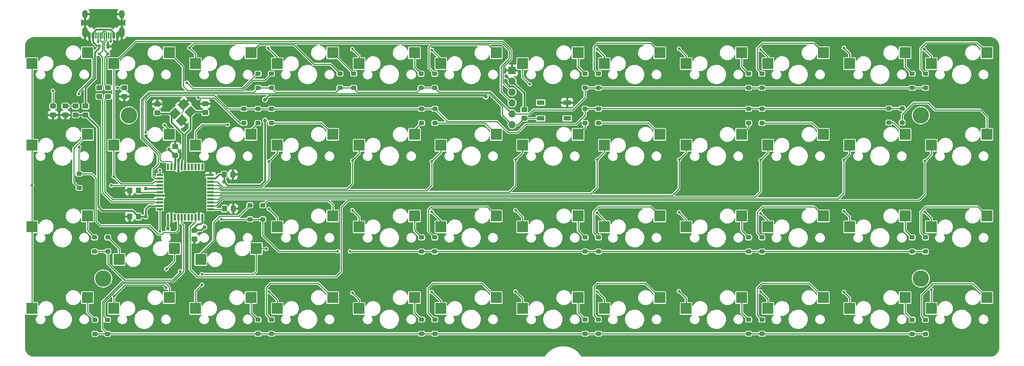
<source format=gbl>
G04 #@! TF.GenerationSoftware,KiCad,Pcbnew,(6.0.5-0)*
G04 #@! TF.CreationDate,2022-06-10T13:55:56-05:00*
G04 #@! TF.ProjectId,pcb,7063622e-6b69-4636-9164-5f7063625858,rev?*
G04 #@! TF.SameCoordinates,Original*
G04 #@! TF.FileFunction,Copper,L2,Bot*
G04 #@! TF.FilePolarity,Positive*
%FSLAX46Y46*%
G04 Gerber Fmt 4.6, Leading zero omitted, Abs format (unit mm)*
G04 Created by KiCad (PCBNEW (6.0.5-0)) date 2022-06-10 13:55:56*
%MOMM*%
%LPD*%
G01*
G04 APERTURE LIST*
G04 Aperture macros list*
%AMRoundRect*
0 Rectangle with rounded corners*
0 $1 Rounding radius*
0 $2 $3 $4 $5 $6 $7 $8 $9 X,Y pos of 4 corners*
0 Add a 4 corners polygon primitive as box body*
4,1,4,$2,$3,$4,$5,$6,$7,$8,$9,$2,$3,0*
0 Add four circle primitives for the rounded corners*
1,1,$1+$1,$2,$3*
1,1,$1+$1,$4,$5*
1,1,$1+$1,$6,$7*
1,1,$1+$1,$8,$9*
0 Add four rect primitives between the rounded corners*
20,1,$1+$1,$2,$3,$4,$5,0*
20,1,$1+$1,$4,$5,$6,$7,0*
20,1,$1+$1,$6,$7,$8,$9,0*
20,1,$1+$1,$8,$9,$2,$3,0*%
%AMRotRect*
0 Rectangle, with rotation*
0 The origin of the aperture is its center*
0 $1 length*
0 $2 width*
0 $3 Rotation angle, in degrees counterclockwise*
0 Add horizontal line*
21,1,$1,$2,0,0,$3*%
G04 Aperture macros list end*
G04 #@! TA.AperFunction,ComponentPad*
%ADD10C,3.800000*%
G04 #@! TD*
G04 #@! TA.AperFunction,SMDPad,CuDef*
%ADD11R,2.550000X2.500000*%
G04 #@! TD*
G04 #@! TA.AperFunction,SMDPad,CuDef*
%ADD12RoundRect,0.249999X-0.450001X0.325001X-0.450001X-0.325001X0.450001X-0.325001X0.450001X0.325001X0*%
G04 #@! TD*
G04 #@! TA.AperFunction,SMDPad,CuDef*
%ADD13RoundRect,0.250000X0.350000X-0.250000X0.350000X0.250000X-0.350000X0.250000X-0.350000X-0.250000X0*%
G04 #@! TD*
G04 #@! TA.AperFunction,SMDPad,CuDef*
%ADD14RoundRect,0.250000X-0.350000X0.250000X-0.350000X-0.250000X0.350000X-0.250000X0.350000X0.250000X0*%
G04 #@! TD*
G04 #@! TA.AperFunction,ComponentPad*
%ADD15O,1.700000X1.700000*%
G04 #@! TD*
G04 #@! TA.AperFunction,ComponentPad*
%ADD16R,1.700000X1.700000*%
G04 #@! TD*
G04 #@! TA.AperFunction,SMDPad,CuDef*
%ADD17R,1.800000X1.100000*%
G04 #@! TD*
G04 #@! TA.AperFunction,SMDPad,CuDef*
%ADD18R,1.500000X0.500000*%
G04 #@! TD*
G04 #@! TA.AperFunction,SMDPad,CuDef*
%ADD19R,0.500000X1.500000*%
G04 #@! TD*
G04 #@! TA.AperFunction,SMDPad,CuDef*
%ADD20RoundRect,0.249999X0.450001X-0.325001X0.450001X0.325001X-0.450001X0.325001X-0.450001X-0.325001X0*%
G04 #@! TD*
G04 #@! TA.AperFunction,SMDPad,CuDef*
%ADD21RotRect,2.100000X1.800000X45.000000*%
G04 #@! TD*
G04 #@! TA.AperFunction,ComponentPad*
%ADD22O,1.300000X2.400000*%
G04 #@! TD*
G04 #@! TA.AperFunction,ComponentPad*
%ADD23O,1.300000X1.900000*%
G04 #@! TD*
G04 #@! TA.AperFunction,SMDPad,CuDef*
%ADD24RoundRect,0.075000X-0.075000X-0.650000X0.075000X-0.650000X0.075000X0.650000X-0.075000X0.650000X0*%
G04 #@! TD*
G04 #@! TA.AperFunction,SMDPad,CuDef*
%ADD25RoundRect,0.150000X-0.150000X-0.575000X0.150000X-0.575000X0.150000X0.575000X-0.150000X0.575000X0*%
G04 #@! TD*
G04 #@! TA.AperFunction,SMDPad,CuDef*
%ADD26RoundRect,0.249999X-0.325001X-0.450001X0.325001X-0.450001X0.325001X0.450001X-0.325001X0.450001X0*%
G04 #@! TD*
G04 #@! TA.AperFunction,SMDPad,CuDef*
%ADD27RoundRect,0.249999X0.325001X0.450001X-0.325001X0.450001X-0.325001X-0.450001X0.325001X-0.450001X0*%
G04 #@! TD*
G04 #@! TA.AperFunction,SMDPad,CuDef*
%ADD28R,0.700000X1.000000*%
G04 #@! TD*
G04 #@! TA.AperFunction,SMDPad,CuDef*
%ADD29R,0.700000X0.600000*%
G04 #@! TD*
G04 #@! TA.AperFunction,ViaPad*
%ADD30C,0.650000*%
G04 #@! TD*
G04 #@! TA.AperFunction,ViaPad*
%ADD31C,0.900000*%
G04 #@! TD*
G04 #@! TA.AperFunction,ViaPad*
%ADD32C,0.700000*%
G04 #@! TD*
G04 #@! TA.AperFunction,Conductor*
%ADD33C,0.250000*%
G04 #@! TD*
G04 #@! TA.AperFunction,Conductor*
%ADD34C,0.400000*%
G04 #@! TD*
G04 #@! TA.AperFunction,Conductor*
%ADD35C,0.200000*%
G04 #@! TD*
G04 APERTURE END LIST*
D10*
X286915401Y-62718966D03*
X102368371Y-62718966D03*
X286915401Y-100818998D03*
X96415241Y-100818998D03*
D11*
X130832225Y-48113950D03*
X117905225Y-50653950D03*
X207032225Y-48113950D03*
X194105225Y-50653950D03*
X187982225Y-48113950D03*
X175055225Y-50653950D03*
X168932225Y-48113950D03*
X156005225Y-50653950D03*
X92732225Y-48113950D03*
X79805225Y-50653950D03*
X226082225Y-48113950D03*
X213155225Y-50653950D03*
X245132225Y-48113950D03*
X232205225Y-50653950D03*
X92732225Y-67163950D03*
X79805225Y-69703950D03*
X111782225Y-67163950D03*
X98855225Y-69703950D03*
X149887399Y-67163950D03*
X136960399Y-69703950D03*
X283232225Y-48113950D03*
X270305225Y-50653950D03*
X168932225Y-67163950D03*
X156005225Y-69703950D03*
X187982225Y-67163950D03*
X175055225Y-69703950D03*
X207032225Y-67163950D03*
X194105225Y-69703950D03*
X111782225Y-105263950D03*
X98855225Y-107803950D03*
X130832225Y-105263950D03*
X117905225Y-107803950D03*
X149882225Y-105263950D03*
X136955225Y-107803950D03*
X168932225Y-105263950D03*
X156005225Y-107803950D03*
X187982225Y-105263950D03*
X175055225Y-107803950D03*
X226082225Y-105263950D03*
X213155225Y-107803950D03*
X245132225Y-105263950D03*
X232205225Y-107803950D03*
X264182225Y-105263950D03*
X251255225Y-107803950D03*
X283232225Y-105263950D03*
X270305225Y-107803950D03*
X207032225Y-105263950D03*
X194105225Y-107803950D03*
X283232225Y-86213950D03*
X270305225Y-88753950D03*
X264182225Y-86213950D03*
X251255225Y-88753950D03*
X226082225Y-86213950D03*
X213155225Y-88753950D03*
X187982225Y-86213950D03*
X175055225Y-88753950D03*
X149882225Y-86213950D03*
X136955225Y-88753950D03*
X92732225Y-86213950D03*
X79805225Y-88753950D03*
X168932225Y-86213950D03*
X156005225Y-88753950D03*
X302282225Y-67163950D03*
X289355225Y-69703950D03*
X119148225Y-96373950D03*
X132075225Y-93833950D03*
X100098225Y-96373950D03*
X113025225Y-93833950D03*
X264182225Y-67163950D03*
X251255225Y-69703950D03*
X245132225Y-67163950D03*
X232205225Y-69703950D03*
X283232225Y-67163950D03*
X270305225Y-69703950D03*
X302282225Y-105263950D03*
X289355225Y-107803950D03*
X302282225Y-86213950D03*
X289355225Y-88753950D03*
X302282225Y-48113950D03*
X289355225Y-50653950D03*
X111782225Y-48113950D03*
X98855225Y-50653950D03*
X149882225Y-48113950D03*
X136955225Y-50653950D03*
X207032225Y-86213950D03*
X194105225Y-88753950D03*
X245132225Y-86213950D03*
X232205225Y-88753950D03*
X92732225Y-105263950D03*
X79805225Y-107803950D03*
X264182225Y-48113950D03*
X251255225Y-50653950D03*
X130832225Y-67163950D03*
X117905225Y-69703950D03*
X226082225Y-67163950D03*
X213155225Y-69703950D03*
D12*
X117690625Y-89531250D03*
X117690625Y-91581250D03*
D13*
X97490625Y-94506250D03*
X97490625Y-91206250D03*
D14*
X208681415Y-61206250D03*
X208681415Y-64506250D03*
X170581415Y-61206250D03*
X170581415Y-64506250D03*
X135581415Y-61206250D03*
X135581415Y-64506250D03*
X129190625Y-61206250D03*
X129190625Y-64506250D03*
D13*
X284890625Y-56306250D03*
X284890625Y-53006250D03*
X249881415Y-56306250D03*
X249881415Y-53006250D03*
X211781415Y-56306250D03*
X211781415Y-53006250D03*
X208681415Y-56306250D03*
X208681415Y-53006250D03*
X173651789Y-56333377D03*
X173651789Y-53033377D03*
X170476789Y-56333377D03*
X170476789Y-53033377D03*
X154751789Y-56306250D03*
X154751789Y-53006250D03*
X287990625Y-113750000D03*
X287990625Y-110450000D03*
X284890625Y-113750000D03*
X284890625Y-110450000D03*
X249890625Y-113713123D03*
X249890625Y-110413123D03*
X246790625Y-113706250D03*
X246790625Y-110406250D03*
X211783999Y-113706250D03*
X211783999Y-110406250D03*
X208700000Y-113706250D03*
X208700000Y-110406250D03*
X211790625Y-94506250D03*
X211790625Y-91206250D03*
D14*
X279465225Y-61106250D03*
X279465225Y-64406250D03*
D13*
X208690625Y-94506250D03*
X208690625Y-91206250D03*
X170585999Y-94506250D03*
X170585999Y-91206250D03*
X130590625Y-87006250D03*
X130590625Y-83706250D03*
D14*
X282565225Y-61106250D03*
X282565225Y-64406250D03*
D13*
X284890625Y-94506250D03*
X284890625Y-91206250D03*
X249890625Y-94506250D03*
X249890625Y-91206250D03*
X246790625Y-94506250D03*
X246790625Y-91206250D03*
X173690625Y-113706250D03*
X173690625Y-110406250D03*
X151576789Y-56306250D03*
X151576789Y-53006250D03*
D14*
X211781415Y-61206250D03*
X211781415Y-64506250D03*
D15*
X191665313Y-64901767D03*
X191665313Y-54741767D03*
X191665313Y-59821767D03*
X191665313Y-62361767D03*
X191665313Y-57281767D03*
D16*
X191665313Y-52201767D03*
D13*
X287990625Y-56306250D03*
X287990625Y-53006250D03*
D17*
X198300000Y-59743950D03*
X204500000Y-63443950D03*
X198300000Y-63443950D03*
X204500000Y-59743950D03*
D18*
X109590625Y-84656250D03*
X109590625Y-83856250D03*
X109590625Y-83056250D03*
X109590625Y-82256250D03*
X109590625Y-81456250D03*
X109590625Y-80656250D03*
X109590625Y-79856250D03*
X109590625Y-79056250D03*
X109590625Y-78256250D03*
X109590625Y-77456250D03*
X109590625Y-76656250D03*
D19*
X111490625Y-74756250D03*
X112290625Y-74756250D03*
X113090625Y-74756250D03*
X113890625Y-74756250D03*
X114690625Y-74756250D03*
X115490625Y-74756250D03*
X116290625Y-74756250D03*
X117090625Y-74756250D03*
X117890625Y-74756250D03*
X118690625Y-74756250D03*
X119490625Y-74756250D03*
D18*
X121390625Y-76656250D03*
X121390625Y-77456250D03*
X121390625Y-78256250D03*
X121390625Y-79056250D03*
X121390625Y-79856250D03*
X121390625Y-80656250D03*
X121390625Y-81456250D03*
X121390625Y-82256250D03*
X121390625Y-83056250D03*
X121390625Y-83856250D03*
X121390625Y-84656250D03*
D19*
X119490625Y-86556250D03*
X118690625Y-86556250D03*
X117890625Y-86556250D03*
X117090625Y-86556250D03*
X116290625Y-86556250D03*
X115490625Y-86556250D03*
X114690625Y-86556250D03*
X113890625Y-86556250D03*
X113090625Y-86556250D03*
X112290625Y-86556250D03*
X111490625Y-86556250D03*
D20*
X113190625Y-72081250D03*
X113190625Y-70031250D03*
X120190625Y-62081250D03*
X120190625Y-60031250D03*
X108990225Y-62118950D03*
X108990225Y-60068950D03*
D21*
X113052147Y-62268382D03*
X115102757Y-60217772D03*
X116729103Y-61844118D03*
X114678493Y-63894728D03*
D20*
X92290225Y-62618950D03*
X92290225Y-60568950D03*
D22*
X92139825Y-43314877D03*
D23*
X92139825Y-39114877D03*
X100739825Y-39114877D03*
D22*
X100739825Y-43314877D03*
D24*
X94689825Y-44089877D03*
X95689825Y-44089877D03*
X97189825Y-44089877D03*
X98189825Y-44089877D03*
D25*
X98889825Y-44089877D03*
X99689825Y-44089877D03*
D24*
X97689825Y-44089877D03*
X96689825Y-44089877D03*
X96185825Y-44089877D03*
X95189825Y-44089877D03*
D25*
X93989825Y-44089877D03*
X93189825Y-44089877D03*
D20*
X97490625Y-58318950D03*
X97490625Y-56268950D03*
X84689825Y-62618950D03*
X84689825Y-60568950D03*
D12*
X89989825Y-60568950D03*
X89989825Y-62618950D03*
D20*
X87589825Y-62618950D03*
X87589825Y-60568950D03*
D13*
X135590625Y-113706250D03*
X135590625Y-110406250D03*
X132490625Y-113713123D03*
X132490625Y-110413123D03*
D26*
X124565625Y-76556250D03*
X126615625Y-76556250D03*
D20*
X95490625Y-58318950D03*
X95490625Y-56268950D03*
D27*
X104615625Y-86356250D03*
X102565625Y-86356250D03*
X104615625Y-80256250D03*
X102565625Y-80256250D03*
X126715625Y-84500000D03*
X124665625Y-84500000D03*
D14*
X90790225Y-76343950D03*
X90790225Y-79643950D03*
D13*
X94490225Y-113743950D03*
X94490225Y-110443950D03*
X97390225Y-113743950D03*
X97390225Y-110443950D03*
X170590625Y-113706250D03*
X170590625Y-110406250D03*
X133590625Y-87006250D03*
X133590625Y-83706250D03*
X173650000Y-94506250D03*
X173650000Y-91206250D03*
X287990625Y-94506250D03*
X287990625Y-91206250D03*
X94390625Y-94506250D03*
X94390625Y-91206250D03*
X135581415Y-56306250D03*
X135581415Y-53006250D03*
X246781415Y-56306250D03*
X246781415Y-53006250D03*
X132490625Y-56299950D03*
X132490625Y-52999950D03*
D20*
X194490225Y-63418950D03*
X194490225Y-61368950D03*
D14*
X249881415Y-61206250D03*
X249881415Y-64506250D03*
X246781415Y-61206250D03*
X246781415Y-64506250D03*
X173681415Y-61206250D03*
X173681415Y-64506250D03*
X132431415Y-61206250D03*
X132431415Y-64506250D03*
D20*
X101290225Y-58318950D03*
X101290225Y-56268950D03*
D28*
X97490625Y-46643950D03*
D29*
X97490625Y-48343950D03*
X95490625Y-48343950D03*
X95490625Y-46443950D03*
D30*
X115906580Y-55090767D03*
X90690225Y-57693950D03*
X110700000Y-65000000D03*
X118500000Y-58627448D03*
D31*
X134090625Y-59056250D03*
X185565225Y-58360750D03*
X190290225Y-53593950D03*
X106290625Y-79856250D03*
X134090225Y-63893950D03*
X111765225Y-70668950D03*
X111490625Y-89156250D03*
X120000000Y-88800000D03*
X124590625Y-78256250D03*
X106290625Y-86356250D03*
D30*
X106265225Y-66668950D03*
D32*
X90790625Y-70056250D03*
D30*
X114313668Y-99113669D03*
X153890625Y-94456250D03*
X150990625Y-94456250D03*
X109600000Y-89810750D03*
X123900000Y-87000000D03*
X98275725Y-79093950D03*
X79805225Y-79041650D03*
X98855225Y-77020850D03*
X111072346Y-102927654D03*
X98900000Y-104900000D03*
X111100000Y-98600000D03*
X134400000Y-93900000D03*
X119400000Y-99838190D03*
X125400000Y-64900000D03*
X119400000Y-102300000D03*
X109590625Y-75556250D03*
X116490625Y-46956250D03*
X134979500Y-103868950D03*
X134865225Y-47068950D03*
X134979511Y-73483236D03*
X134979511Y-84583236D03*
X154470136Y-84873861D03*
X154465225Y-104168950D03*
X154465225Y-47268950D03*
X154470136Y-73264039D03*
X172965225Y-47468950D03*
X172965225Y-85268950D03*
X172965225Y-73468950D03*
X172965225Y-103968950D03*
X192465225Y-103868950D03*
X195765225Y-55468950D03*
X192465225Y-84868950D03*
X192465225Y-73068950D03*
X211465225Y-85468950D03*
X211465225Y-103868950D03*
X211465225Y-73068950D03*
X211465225Y-47268950D03*
X230565225Y-73068950D03*
X230565225Y-85368950D03*
X230565225Y-103768950D03*
X230565225Y-47168950D03*
X249565225Y-73168950D03*
X249565225Y-103868950D03*
X249565225Y-47368950D03*
X249565225Y-85568950D03*
X268965225Y-46968950D03*
X268965225Y-103968950D03*
X268965225Y-85068950D03*
X268965225Y-73168950D03*
X287665225Y-47268950D03*
X289365225Y-103368950D03*
X287865225Y-85268950D03*
X287865225Y-73368950D03*
X98190225Y-45493950D03*
X99690225Y-56293950D03*
X84690225Y-56993950D03*
X95177583Y-45514712D03*
X102565225Y-81368950D03*
X102965225Y-58268950D03*
X102565225Y-87468950D03*
D33*
X128779776Y-56483501D02*
X117299314Y-56483501D01*
X94035705Y-53905682D02*
X92818831Y-55122556D01*
X132263328Y-52999950D02*
X128779776Y-56483501D01*
X94035705Y-49417430D02*
X94035705Y-50793950D01*
X92732225Y-48113950D02*
X94035705Y-49417430D01*
X132490625Y-52999950D02*
X132263328Y-52999950D01*
X90690225Y-57251162D02*
X90690225Y-57693950D01*
X92818831Y-55122556D02*
X90690225Y-57251162D01*
X94035705Y-50793950D02*
X94035705Y-53905682D01*
X117299314Y-56483501D02*
X115906580Y-55090767D01*
X114990225Y-51321950D02*
X111782225Y-48113950D01*
X135581415Y-53006250D02*
X134087665Y-54500000D01*
X114990225Y-51321950D02*
X114990225Y-55893950D01*
X128902789Y-56897210D02*
X115993485Y-56897210D01*
X114990225Y-55893950D02*
X115993485Y-56897210D01*
X131300000Y-54500000D02*
X128902789Y-56897210D01*
X134087665Y-54500000D02*
X131300000Y-54500000D01*
X140835770Y-46235770D02*
X145400000Y-50800000D01*
X130832225Y-48113950D02*
X132710405Y-46235770D01*
X132710405Y-46235770D02*
X140835770Y-46235770D01*
X145400000Y-50800000D02*
X149370539Y-50800000D01*
X149370539Y-50800000D02*
X151576789Y-53006250D01*
X154751789Y-52983514D02*
X149882225Y-48113950D01*
X154751789Y-53006250D02*
X154751789Y-52983514D01*
X168932225Y-51488813D02*
X168932225Y-48113950D01*
X170476789Y-53033377D02*
X168932225Y-51488813D01*
X172864230Y-46235770D02*
X172300000Y-46800000D01*
X186104045Y-46235770D02*
X172864230Y-46235770D01*
X172300000Y-46800000D02*
X172300000Y-51681588D01*
X187982225Y-48113950D02*
X186104045Y-46235770D01*
X172300000Y-51681588D02*
X173651789Y-53033377D01*
X207032225Y-48113950D02*
X207032225Y-51357060D01*
X207032225Y-51357060D02*
X208681415Y-53006250D01*
X210800000Y-52024835D02*
X211781415Y-53006250D01*
X210800000Y-46700000D02*
X210800000Y-52024835D01*
X223868275Y-45900000D02*
X211600000Y-45900000D01*
X226082225Y-48113950D02*
X223868275Y-45900000D01*
X211600000Y-45900000D02*
X210800000Y-46700000D01*
X245132225Y-51357060D02*
X246781415Y-53006250D01*
X245132225Y-48113950D02*
X245132225Y-51357060D01*
X261968275Y-45900000D02*
X250000000Y-45900000D01*
X250000000Y-45900000D02*
X248800000Y-47100000D01*
X264182225Y-48113950D02*
X261968275Y-45900000D01*
X248800000Y-51924835D02*
X249881415Y-53006250D01*
X248800000Y-47100000D02*
X248800000Y-51924835D01*
X284890625Y-53006250D02*
X283232225Y-51347850D01*
X283232225Y-51347850D02*
X283232225Y-48113950D01*
X302282225Y-48113950D02*
X299924525Y-45756250D01*
X288190625Y-45756250D02*
X286890625Y-47056250D01*
X286890625Y-47056250D02*
X286890625Y-51906250D01*
X299924525Y-45756250D02*
X288190625Y-45756250D01*
X286890625Y-51906250D02*
X287990625Y-53006250D01*
X90790225Y-79643950D02*
X89500000Y-78353725D01*
X89500000Y-78353725D02*
X89500000Y-70396175D01*
X89500000Y-70396175D02*
X92732225Y-67163950D01*
X111782225Y-67163950D02*
X111782225Y-66082225D01*
X111782225Y-66082225D02*
X110700000Y-65000000D01*
X128203902Y-64506250D02*
X129190625Y-64506250D01*
X118500000Y-58627448D02*
X122325100Y-58627448D01*
X122325100Y-58627448D02*
X128203902Y-64506250D01*
X130832225Y-66105440D02*
X130832225Y-67163950D01*
X132431415Y-64506250D02*
X130832225Y-66105440D01*
X135581415Y-64506250D02*
X147229699Y-64506250D01*
X147229699Y-64506250D02*
X149887399Y-67163950D01*
X168932225Y-66155440D02*
X168932225Y-67163950D01*
X170581415Y-64506250D02*
X168932225Y-66155440D01*
X185324525Y-64506250D02*
X187982225Y-67163950D01*
X173681415Y-64506250D02*
X185324525Y-64506250D01*
X208681415Y-65514760D02*
X207032225Y-67163950D01*
X208681415Y-64506250D02*
X208681415Y-65514760D01*
X223424525Y-64506250D02*
X226082225Y-67163950D01*
X211781415Y-64506250D02*
X223424525Y-64506250D01*
X246781415Y-64506250D02*
X246781415Y-65514760D01*
X246781415Y-65514760D02*
X245132225Y-67163950D01*
X261524525Y-64506250D02*
X264182225Y-67163950D01*
X249881415Y-64506250D02*
X261524525Y-64506250D01*
X280474525Y-64406250D02*
X283232225Y-67163950D01*
X279465225Y-64406250D02*
X280474525Y-64406250D01*
X285165225Y-59848470D02*
X288608023Y-59848470D01*
X288608023Y-59848470D02*
X290245323Y-61485770D01*
X282565225Y-62448470D02*
X285165225Y-59848470D01*
X302282225Y-62985950D02*
X302282225Y-67163950D01*
X290245323Y-61485770D02*
X300782045Y-61485770D01*
X282565225Y-64406250D02*
X282565225Y-62448470D01*
X300782045Y-61485770D02*
X302282225Y-62985950D01*
X92732225Y-89547850D02*
X92732225Y-86213950D01*
X94390625Y-91206250D02*
X92732225Y-89547850D01*
X100098225Y-96373950D02*
X100098225Y-93813850D01*
X100098225Y-93813850D02*
X97490625Y-91206250D01*
X122100000Y-87700000D02*
X123500000Y-86300000D01*
X119148225Y-96373950D02*
X119148225Y-94951775D01*
X127996875Y-86300000D02*
X130590625Y-83706250D01*
X123500000Y-86300000D02*
X127996875Y-86300000D01*
X119148225Y-94951775D02*
X122100000Y-92000000D01*
X122100000Y-92000000D02*
X122100000Y-87700000D01*
X149882225Y-86213950D02*
X149882225Y-83582225D01*
X149882225Y-83582225D02*
X148900000Y-82600000D01*
X148900000Y-82600000D02*
X134696875Y-82600000D01*
X134696875Y-82600000D02*
X133590625Y-83706250D01*
X170585999Y-91206250D02*
X168932225Y-89552476D01*
X168932225Y-89552476D02*
X168932225Y-86213950D01*
X172165225Y-84768950D02*
X172165225Y-89721475D01*
X172834175Y-84100000D02*
X172165225Y-84768950D01*
X172165225Y-89721475D02*
X173650000Y-91206250D01*
X185868275Y-84100000D02*
X172834175Y-84100000D01*
X187982225Y-86213950D02*
X185868275Y-84100000D01*
X207032225Y-89547850D02*
X208690625Y-91206250D01*
X207032225Y-86213950D02*
X207032225Y-89547850D01*
X211807590Y-84092410D02*
X210700000Y-85200000D01*
X226082225Y-86213950D02*
X223960685Y-84092410D01*
X223960685Y-84092410D02*
X211807590Y-84092410D01*
X210700000Y-90115625D02*
X211790625Y-91206250D01*
X210700000Y-85200000D02*
X210700000Y-90115625D01*
X245132225Y-89547850D02*
X246790625Y-91206250D01*
X245132225Y-86213950D02*
X245132225Y-89547850D01*
X264182225Y-86213950D02*
X262060685Y-84092410D01*
X262060685Y-84092410D02*
X250007590Y-84092410D01*
X248800000Y-85300000D02*
X248800000Y-90115625D01*
X248800000Y-90115625D02*
X249890625Y-91206250D01*
X250007590Y-84092410D02*
X248800000Y-85300000D01*
X283232225Y-89547850D02*
X284890625Y-91206250D01*
X283232225Y-86213950D02*
X283232225Y-89547850D01*
X286900000Y-90115625D02*
X287990625Y-91206250D01*
X300160685Y-84092410D02*
X288007590Y-84092410D01*
X302282225Y-86213950D02*
X300160685Y-84092410D01*
X288007590Y-84092410D02*
X286900000Y-85200000D01*
X286900000Y-85200000D02*
X286900000Y-90115625D01*
X92732225Y-108685950D02*
X92732225Y-105263950D01*
X94490225Y-110443950D02*
X92732225Y-108685950D01*
X110900000Y-101935770D02*
X101028274Y-101935770D01*
X96569745Y-106394299D02*
X96569745Y-109623470D01*
X96569745Y-109623470D02*
X97390225Y-110443950D01*
X111782225Y-102817995D02*
X110900000Y-101935770D01*
X101028274Y-101935770D02*
X96569745Y-106394299D01*
X111782225Y-105263950D02*
X111782225Y-102817995D01*
X132490625Y-110413123D02*
X130832225Y-108754723D01*
X130832225Y-108754723D02*
X130832225Y-105263950D01*
X135590625Y-110406250D02*
X134400000Y-109215625D01*
X146556835Y-101938560D02*
X149882225Y-105263950D01*
X135361440Y-101938560D02*
X146556835Y-101938560D01*
X134400000Y-102900000D02*
X135361440Y-101938560D01*
X134400000Y-109215625D02*
X134400000Y-102900000D01*
X168932225Y-105263950D02*
X168932225Y-108747850D01*
X168932225Y-108747850D02*
X170590625Y-110406250D01*
X184656835Y-101938560D02*
X173195615Y-101938560D01*
X173195615Y-101938560D02*
X172065225Y-103068950D01*
X172065225Y-103068950D02*
X172065225Y-108780850D01*
X187982225Y-105263950D02*
X184656835Y-101938560D01*
X172065225Y-108780850D02*
X173690625Y-110406250D01*
X207032225Y-108738475D02*
X208700000Y-110406250D01*
X207032225Y-105263950D02*
X207032225Y-108738475D01*
X211561440Y-101938560D02*
X222756835Y-101938560D01*
X211783999Y-110406250D02*
X210800000Y-109422251D01*
X210800000Y-109422251D02*
X210800000Y-102700000D01*
X222756835Y-101938560D02*
X226082225Y-105263950D01*
X210800000Y-102700000D02*
X211561440Y-101938560D01*
X245132225Y-108747850D02*
X246790625Y-110406250D01*
X245132225Y-105263950D02*
X245132225Y-108747850D01*
X248800000Y-109322498D02*
X248800000Y-103000000D01*
X248800000Y-103000000D02*
X249861440Y-101938560D01*
X249861440Y-101938560D02*
X260856835Y-101938560D01*
X249890625Y-110413123D02*
X248800000Y-109322498D01*
X260856835Y-101938560D02*
X264182225Y-105263950D01*
X283232225Y-108791600D02*
X284890625Y-110450000D01*
X283232225Y-105263950D02*
X283232225Y-108791600D01*
X287100000Y-109559375D02*
X287100000Y-104627322D01*
X299018275Y-102000000D02*
X302282225Y-105263950D01*
X287100000Y-104627322D02*
X289727322Y-102000000D01*
X289727322Y-102000000D02*
X299018275Y-102000000D01*
X287990625Y-110450000D02*
X287100000Y-109559375D01*
D34*
X117690625Y-89531250D02*
X117721875Y-89500000D01*
X185565225Y-58360750D02*
X185315245Y-58110770D01*
X191438042Y-54741767D02*
X190290225Y-53593950D01*
X113190625Y-72081250D02*
X113190625Y-74656250D01*
X106290625Y-79856250D02*
X109590625Y-79856250D01*
X119040625Y-88156250D02*
X119490625Y-87706250D01*
X117690625Y-88856250D02*
X118390625Y-88156250D01*
X117690625Y-89531250D02*
X117690625Y-88856250D01*
X191665313Y-54741767D02*
X191438042Y-54741767D01*
X119490625Y-87706250D02*
X119490625Y-86556250D01*
X125397545Y-79063170D02*
X133071005Y-79063170D01*
X113190625Y-74656250D02*
X113090625Y-74756250D01*
X119300000Y-89500000D02*
X120000000Y-88800000D01*
X109590625Y-83856250D02*
X107090625Y-83856250D01*
X124590625Y-78256250D02*
X124590625Y-76581250D01*
X122490625Y-77456250D02*
X121390625Y-77456250D01*
X111765625Y-70668550D02*
X111765225Y-70668950D01*
X117721875Y-89500000D02*
X119300000Y-89500000D01*
X92290225Y-62618950D02*
X89989825Y-62618950D01*
X134090225Y-63893950D02*
X134090225Y-78043950D01*
X104615625Y-86356250D02*
X106290625Y-86356250D01*
X106290625Y-84656250D02*
X106290625Y-86356250D01*
X123390625Y-76556250D02*
X122490625Y-77456250D01*
X185315245Y-58110770D02*
X135036105Y-58110770D01*
X103228325Y-84968950D02*
X96165225Y-84968950D01*
X118390625Y-88156250D02*
X119040625Y-88156250D01*
X194490225Y-57566679D02*
X194490225Y-61368950D01*
X95200000Y-65528725D02*
X92290225Y-62618950D01*
X124565625Y-76556250D02*
X123390625Y-76556250D01*
X107090625Y-83856250D02*
X106290625Y-84656250D01*
X135036105Y-58110770D02*
X134090625Y-59056250D01*
X124590625Y-76581250D02*
X124565625Y-76556250D01*
X111490625Y-89156250D02*
X111490625Y-86556250D01*
X96165225Y-84968950D02*
X95200000Y-84003725D01*
X134090225Y-78043950D02*
X133071005Y-79063170D01*
X95200000Y-84003725D02*
X95200000Y-65528725D01*
X111765625Y-70656250D02*
X113190625Y-72081250D01*
X191665313Y-54741767D02*
X194490225Y-57566679D01*
X124590625Y-78256250D02*
X125397545Y-79063170D01*
X111765625Y-70656250D02*
X111765625Y-70668550D01*
X104615625Y-86356250D02*
X103228325Y-84968950D01*
D33*
X105015625Y-80656250D02*
X109590625Y-80656250D01*
X104615625Y-80256250D02*
X105015625Y-80656250D01*
D34*
X114961105Y-73000000D02*
X114961105Y-67026730D01*
X114690625Y-74756250D02*
X114690625Y-73270480D01*
X114690625Y-73270480D02*
X114961105Y-73000000D01*
X113052147Y-62268382D02*
X109139657Y-62268382D01*
X112309685Y-64375310D02*
X112309685Y-63010844D01*
X109139657Y-62268382D02*
X108990225Y-62118950D01*
X112309685Y-63010844D02*
X113052147Y-62268382D01*
X114961105Y-67026730D02*
X112309685Y-64375310D01*
X119953493Y-61844118D02*
X120190625Y-62081250D01*
X116729103Y-65870897D02*
X115490625Y-67109375D01*
X116729103Y-61844118D02*
X116729103Y-65870897D01*
X115490625Y-67109375D02*
X115490625Y-74756250D01*
X116729103Y-61844118D02*
X119953493Y-61844118D01*
D33*
X135575115Y-56299950D02*
X135581415Y-56306250D01*
X105265225Y-59053502D02*
X105265225Y-67968950D01*
X135581415Y-56306250D02*
X136551895Y-57276730D01*
X109185705Y-74148470D02*
X107965225Y-75368950D01*
X173651789Y-56333377D02*
X174595142Y-57276730D01*
X136551895Y-57276730D02*
X150606309Y-57276730D01*
X195738233Y-62361767D02*
X196650000Y-61450000D01*
X191665313Y-62361767D02*
X195738233Y-62361767D01*
X150606309Y-57276730D02*
X151576789Y-56306250D01*
X196650000Y-61450000D02*
X205784175Y-61450000D01*
X169533436Y-57276730D02*
X170476789Y-56333377D01*
X155673005Y-57276730D02*
X169533436Y-57276730D01*
X131513845Y-57276730D02*
X107041997Y-57276730D01*
X107965225Y-75368950D02*
X107965225Y-76968950D01*
X107965225Y-76968950D02*
X108452525Y-77456250D01*
X174595142Y-57276730D02*
X186580277Y-57276730D01*
X186580277Y-57276730D02*
X191665313Y-62361767D01*
X208681415Y-56306250D02*
X287684325Y-56306250D01*
X154751789Y-56306250D02*
X154751789Y-56355514D01*
X108452525Y-77456250D02*
X109590625Y-77456250D01*
X105265225Y-67968950D02*
X109185705Y-71889430D01*
X208681415Y-58552760D02*
X208681415Y-56306250D01*
X109185705Y-71889430D02*
X109185705Y-74148470D01*
X205784175Y-61450000D02*
X208681415Y-58552760D01*
X132490625Y-56299950D02*
X135575115Y-56299950D01*
X132490625Y-56299950D02*
X131513845Y-57276730D01*
X151576789Y-56306250D02*
X154751789Y-56306250D01*
X107041997Y-57276730D02*
X105265225Y-59053502D01*
X154751789Y-56355514D02*
X155673005Y-57276730D01*
X170476789Y-56333377D02*
X173651789Y-56333377D01*
X287684325Y-56306250D02*
X287990625Y-55999950D01*
X188126730Y-64126730D02*
X176601895Y-64126730D01*
X106265225Y-66668950D02*
X106265225Y-59126946D01*
X132431415Y-61206250D02*
X129190625Y-61206250D01*
X107344223Y-58047948D02*
X109044223Y-58047948D01*
X94745480Y-77349205D02*
X94745480Y-87445480D01*
X109044223Y-58047948D02*
X122282323Y-58047948D01*
X93740225Y-76343950D02*
X94745480Y-77349205D01*
X190693950Y-66693950D02*
X188126730Y-64126730D01*
X90790625Y-70056250D02*
X90720704Y-70126171D01*
X106265225Y-59126946D02*
X107344223Y-58047948D01*
X208681415Y-62718585D02*
X206600000Y-64800000D01*
X208681415Y-61206250D02*
X208681415Y-62718585D01*
X94745480Y-87445480D02*
X95756250Y-88456250D01*
X107256250Y-88456250D02*
X109300000Y-90500000D01*
X113890625Y-89493550D02*
X113890625Y-86556250D01*
X208781415Y-61106250D02*
X208681415Y-61206250D01*
X110000000Y-90500000D02*
X110455571Y-90044429D01*
X206600000Y-64800000D02*
X194887900Y-64800000D01*
X125440625Y-61206250D02*
X129190625Y-61206250D01*
X192993950Y-66693950D02*
X190693950Y-66693950D01*
X110455571Y-90044429D02*
X113339746Y-90044429D01*
X113339746Y-90044429D02*
X113890625Y-89493550D01*
X173681415Y-61206250D02*
X132431415Y-61206250D01*
X282565225Y-61106250D02*
X208781415Y-61106250D01*
X176601895Y-64126730D02*
X173681415Y-61206250D01*
X95756250Y-88456250D02*
X107256250Y-88456250D01*
X90720704Y-70126171D02*
X90720704Y-76274429D01*
X194887900Y-64800000D02*
X192993950Y-66693950D01*
X90720704Y-76274429D02*
X90790225Y-76343950D01*
X109300000Y-90500000D02*
X110000000Y-90500000D01*
X90790225Y-76343950D02*
X93740225Y-76343950D01*
X122282323Y-58047948D02*
X125440625Y-61206250D01*
X137290625Y-94456250D02*
X133590625Y-90756250D01*
X130584375Y-87000000D02*
X130590625Y-87006250D01*
X287990625Y-94506250D02*
X170585999Y-94506250D01*
X133590625Y-87006250D02*
X130590625Y-87006250D01*
X94390625Y-94506250D02*
X97490625Y-94506250D01*
X133590625Y-90756250D02*
X133590625Y-87006250D01*
X123900000Y-87000000D02*
X130584375Y-87000000D01*
X114313668Y-99396485D02*
X112533423Y-101176730D01*
X112533423Y-101176730D02*
X101311105Y-101176730D01*
X150990625Y-94456250D02*
X137290625Y-94456250D01*
X101311105Y-101176730D02*
X97490625Y-97356250D01*
X170585999Y-94506250D02*
X153940625Y-94506250D01*
X114313668Y-99113669D02*
X114313668Y-99396485D01*
X97490625Y-97356250D02*
X97490625Y-94506250D01*
X109590625Y-84656250D02*
X109590625Y-89801375D01*
X153940625Y-94506250D02*
X153890625Y-94456250D01*
X109590625Y-89801375D02*
X109600000Y-89810750D01*
X135590625Y-113706250D02*
X173690625Y-113706250D01*
X135583752Y-113713123D02*
X135590625Y-113706250D01*
X114690625Y-87935770D02*
X115111105Y-88356250D01*
X96190225Y-112543950D02*
X97390225Y-113743950D01*
X115111105Y-99135770D02*
X112690625Y-101556250D01*
X115111105Y-88356250D02*
X115111105Y-99135770D01*
X94521052Y-113713123D02*
X94490225Y-113743950D01*
X132490625Y-113713123D02*
X135583752Y-113713123D01*
X114690625Y-86556250D02*
X114690625Y-87935770D01*
X249890625Y-113713123D02*
X287953748Y-113713123D01*
X173690625Y-113706250D02*
X211783999Y-113706250D01*
X112690625Y-101556250D02*
X100871072Y-101556250D01*
X96190225Y-106237097D02*
X96190225Y-112543950D01*
X211783999Y-113706250D02*
X249883752Y-113706250D01*
X249883752Y-113706250D02*
X249890625Y-113713123D01*
X287953748Y-113713123D02*
X287990625Y-113750000D01*
X100871072Y-101556250D02*
X96190225Y-106237097D01*
X132490625Y-113713123D02*
X94521052Y-113713123D01*
X109590625Y-83056250D02*
X108465624Y-83056250D01*
X96240625Y-59068950D02*
X95490625Y-58318950D01*
X108465624Y-83056250D02*
X108315624Y-82906250D01*
X96240625Y-80759804D02*
X96240625Y-59068950D01*
X108315624Y-82906250D02*
X98387071Y-82906250D01*
X98387071Y-82906250D02*
X96240625Y-80759804D01*
X96740625Y-59068950D02*
X96740625Y-80552696D01*
X108465624Y-82256250D02*
X109590625Y-82256250D01*
X97490625Y-58318950D02*
X96740625Y-59068950D01*
X98594179Y-82406250D02*
X108315624Y-82406250D01*
X108315624Y-82406250D02*
X108465624Y-82256250D01*
X96740625Y-80552696D02*
X98594179Y-82406250D01*
X79805225Y-69703950D02*
X79805225Y-79041650D01*
X79805225Y-79041650D02*
X79805225Y-88753950D01*
X79805225Y-69703950D02*
X79805225Y-50653950D01*
X109590625Y-79056250D02*
X98313425Y-79056250D01*
X79805225Y-88753950D02*
X79805225Y-107803950D01*
X98313425Y-79056250D02*
X98275725Y-79093950D01*
X109590625Y-78256250D02*
X108211105Y-78256250D01*
X98900000Y-104900000D02*
X98855225Y-104944775D01*
X98900000Y-104900000D02*
X101484710Y-102315290D01*
X113025225Y-96674775D02*
X111100000Y-98600000D01*
X189490625Y-55107079D02*
X189490625Y-54994350D01*
X98855225Y-76920850D02*
X98855225Y-69703950D01*
X98855225Y-50653950D02*
X104032445Y-45476730D01*
X98855225Y-77020850D02*
X100511105Y-78676730D01*
X104032445Y-45476730D02*
X189511105Y-45476730D01*
X107900000Y-102315290D02*
X110459982Y-102315290D01*
X191665313Y-57281767D02*
X189490625Y-55107079D01*
X191390625Y-49656250D02*
X189490625Y-51556250D01*
X189511105Y-45476730D02*
X191390625Y-47356250D01*
X191390625Y-47356250D02*
X191390625Y-49656250D01*
X101484710Y-102315290D02*
X101600000Y-102315290D01*
X189490625Y-51556250D02*
X189490625Y-54994350D01*
X110459982Y-102315290D02*
X111072346Y-102927654D01*
X108211105Y-78256250D02*
X107790625Y-78676730D01*
X107790625Y-78676730D02*
X100511105Y-78676730D01*
X101600000Y-102315290D02*
X107900000Y-102315290D01*
X98855225Y-104944775D02*
X98855225Y-107803950D01*
X98855225Y-77020850D02*
X98855225Y-76920850D01*
X98855225Y-50653950D02*
X98855225Y-69703950D01*
X113025225Y-93833950D02*
X113025225Y-96674775D01*
X191011105Y-49499048D02*
X189111105Y-51399048D01*
X109590625Y-76656250D02*
X109590625Y-75556250D01*
X189353903Y-45856250D02*
X191011105Y-47513452D01*
X116490625Y-46956250D02*
X117590625Y-45856250D01*
X189111105Y-57267559D02*
X191665313Y-59821767D01*
X117905225Y-103794775D02*
X117905225Y-107803950D01*
X119400000Y-99838190D02*
X131412260Y-99838190D01*
X117905225Y-48370850D02*
X116490625Y-46956250D01*
X117905225Y-50653950D02*
X117905225Y-48370850D01*
X125400000Y-64900000D02*
X120034175Y-64900000D01*
X117905225Y-66428950D02*
X117905225Y-69703950D01*
X119434175Y-64900000D02*
X120034175Y-64900000D01*
X117905225Y-66428950D02*
X119434175Y-64900000D01*
X134333950Y-93833950D02*
X134400000Y-93900000D01*
X132075225Y-93833950D02*
X132075225Y-99175225D01*
X117590625Y-45856250D02*
X189353903Y-45856250D01*
X191011105Y-47513452D02*
X191011105Y-49499048D01*
X189111105Y-51399048D02*
X189111105Y-57267559D01*
X119400000Y-102300000D02*
X117905225Y-103794775D01*
X131412260Y-99838190D02*
X132075225Y-99175225D01*
X132075225Y-93833950D02*
X134333950Y-93833950D01*
X133259273Y-79517690D02*
X134979511Y-77797452D01*
X136960399Y-71502348D02*
X134979511Y-73483236D01*
X136960399Y-69703950D02*
X136960399Y-71502348D01*
X136955225Y-88753950D02*
X136955225Y-86558950D01*
X136955225Y-50653950D02*
X136955225Y-49158950D01*
X122986387Y-78256250D02*
X124247827Y-79517690D01*
X136955225Y-105844675D02*
X136955225Y-107803950D01*
X124247827Y-79517690D02*
X133259273Y-79517690D01*
X136955225Y-49158950D02*
X134865225Y-47068950D01*
X121390625Y-78256250D02*
X122986387Y-78256250D01*
X136955225Y-86558950D02*
X134979511Y-84583236D01*
X134979511Y-77797452D02*
X134979511Y-73483236D01*
X134979500Y-103868950D02*
X136955225Y-105844675D01*
X124090625Y-79897210D02*
X153236965Y-79897210D01*
X153236965Y-79897210D02*
X154470136Y-78664039D01*
X156005225Y-69703950D02*
X156005225Y-71728950D01*
X154465225Y-104168950D02*
X156005225Y-105708950D01*
X156005225Y-71728950D02*
X154470136Y-73264039D01*
X156005225Y-50653950D02*
X156005225Y-48808950D01*
X154470136Y-78664039D02*
X154470136Y-73264039D01*
X123249665Y-79056250D02*
X124090625Y-79897210D01*
X121390625Y-79056250D02*
X123249665Y-79056250D01*
X156005225Y-88753950D02*
X156005225Y-86408950D01*
X154465225Y-47268950D02*
X156005225Y-48808950D01*
X156005225Y-86408950D02*
X154470136Y-84873861D01*
X156005225Y-105708950D02*
X156005225Y-107803950D01*
X123512943Y-79856250D02*
X123933423Y-80276730D01*
X175055225Y-69703950D02*
X175055225Y-71378950D01*
X123933423Y-80276730D02*
X171773005Y-80276730D01*
X175055225Y-50653950D02*
X175055225Y-49558950D01*
X175055225Y-49558950D02*
X172965225Y-47468950D01*
X175055225Y-87358950D02*
X172965225Y-85268950D01*
X175055225Y-88753950D02*
X175055225Y-87358950D01*
X172965225Y-73468950D02*
X172965225Y-79084510D01*
X172965225Y-103968950D02*
X175055225Y-106058950D01*
X175055225Y-106058950D02*
X175055225Y-107803950D01*
X175055225Y-71378950D02*
X172965225Y-73468950D01*
X121390625Y-79856250D02*
X123512943Y-79856250D01*
X172965225Y-79084510D02*
X171773005Y-80276730D01*
X194105225Y-50653950D02*
X194105225Y-53808950D01*
X192465225Y-79143550D02*
X190952525Y-80656250D01*
X192465225Y-73068950D02*
X192465225Y-79143550D01*
X192465225Y-103868950D02*
X194105225Y-105508950D01*
X194105225Y-53808950D02*
X195765225Y-55468950D01*
X194105225Y-71428950D02*
X192465225Y-73068950D01*
X194105225Y-69703950D02*
X194105225Y-71428950D01*
X194105225Y-88753950D02*
X194105225Y-86508950D01*
X194105225Y-105508950D02*
X194105225Y-107803950D01*
X121390625Y-80656250D02*
X190952525Y-80656250D01*
X194105225Y-86508950D02*
X192465225Y-84868950D01*
X213155225Y-50653950D02*
X213155225Y-48958950D01*
X213155225Y-48958950D02*
X211465225Y-47268950D01*
X123890625Y-81035770D02*
X209432045Y-81035770D01*
X213155225Y-69703950D02*
X213155225Y-71378950D01*
X123470145Y-81456250D02*
X123890625Y-81035770D01*
X121390625Y-81456250D02*
X123470145Y-81456250D01*
X213155225Y-71378950D02*
X211465225Y-73068950D01*
X211465225Y-73068950D02*
X211465225Y-79568950D01*
X211465225Y-103868950D02*
X213155225Y-105558950D01*
X209432045Y-81035770D02*
X209998405Y-81035770D01*
X211465225Y-79568950D02*
X209998405Y-81035770D01*
X213155225Y-88753950D02*
X213155225Y-87158950D01*
X213155225Y-87158950D02*
X211465225Y-85468950D01*
X213155225Y-105558950D02*
X213155225Y-107803950D01*
X232205225Y-88753950D02*
X232205225Y-87008950D01*
X232205225Y-105408950D02*
X232205225Y-107803950D01*
X230565225Y-79868950D02*
X228998405Y-81435770D01*
X232205225Y-69703950D02*
X232205225Y-71428950D01*
X230565225Y-73068950D02*
X230565225Y-79868950D01*
X232205225Y-87008950D02*
X230565225Y-85368950D01*
X232205225Y-48808950D02*
X232205225Y-50653950D01*
X230565225Y-47168950D02*
X232205225Y-48808950D01*
X232205225Y-71428950D02*
X230565225Y-73068950D01*
X121390625Y-82256250D02*
X123206867Y-82256250D01*
X124027347Y-81435770D02*
X228998405Y-81435770D01*
X123206867Y-82256250D02*
X124027347Y-81435770D01*
X230565225Y-103768950D02*
X232205225Y-105408950D01*
X249565225Y-80468950D02*
X248218885Y-81815290D01*
X124184549Y-81815290D02*
X248218885Y-81815290D01*
X251255225Y-50653950D02*
X251255225Y-49058950D01*
X249565225Y-73168950D02*
X249565225Y-80468950D01*
X121390625Y-83056250D02*
X122943589Y-83056250D01*
X251255225Y-71478950D02*
X249565225Y-73168950D01*
X251255225Y-88753950D02*
X251255225Y-87258950D01*
X251255225Y-49058950D02*
X249565225Y-47368950D01*
X251255225Y-87258950D02*
X249565225Y-85568950D01*
X251255225Y-69703950D02*
X251255225Y-71478950D01*
X122943589Y-83056250D02*
X124184549Y-81815290D01*
X251255225Y-105558950D02*
X251255225Y-107803950D01*
X249565225Y-103868950D02*
X251255225Y-105558950D01*
X270305225Y-48308950D02*
X268965225Y-46968950D01*
X270305225Y-69703950D02*
X270305225Y-71828950D01*
X122680311Y-83856250D02*
X124341751Y-82194810D01*
X124341751Y-82194810D02*
X267591085Y-82194810D01*
X268965225Y-103968950D02*
X270305225Y-105308950D01*
X270305225Y-71828950D02*
X268965225Y-73168950D01*
X267591085Y-82194810D02*
X268965225Y-80820670D01*
X270305225Y-50653950D02*
X270305225Y-48308950D01*
X268965225Y-80820670D02*
X268965225Y-73168950D01*
X121390625Y-83856250D02*
X122680311Y-83856250D01*
X270305225Y-86408950D02*
X268965225Y-85068950D01*
X270305225Y-105308950D02*
X270305225Y-107803950D01*
X270305225Y-88753950D02*
X270305225Y-86408950D01*
X151890625Y-84156250D02*
X153472545Y-82574330D01*
X289355225Y-50653950D02*
X289355225Y-48958950D01*
X150592463Y-100417690D02*
X151890625Y-99119528D01*
X153472545Y-82574330D02*
X286459845Y-82574330D01*
X117890625Y-87509375D02*
X117650000Y-87750000D01*
X116629185Y-98684644D02*
X118362231Y-100417690D01*
X116629185Y-88770815D02*
X116629185Y-98684644D01*
X117650000Y-87750000D02*
X116629185Y-88770815D01*
X118362231Y-100417690D02*
X150592463Y-100417690D01*
X151890625Y-99119528D02*
X151890625Y-84156250D01*
X289355225Y-86758950D02*
X287865225Y-85268950D01*
X287865225Y-73368950D02*
X287865225Y-81168950D01*
X117650000Y-87750000D02*
X117900000Y-87500000D01*
X289355225Y-88753950D02*
X289355225Y-86758950D01*
X289355225Y-48958950D02*
X287665225Y-47268950D01*
X289355225Y-69703950D02*
X289355225Y-71878950D01*
X289355225Y-103378950D02*
X289365225Y-103368950D01*
X287865225Y-81168950D02*
X286459845Y-82574330D01*
X289355225Y-71878950D02*
X287865225Y-73368950D01*
X289355225Y-107803950D02*
X289355225Y-103378950D01*
X117890625Y-86556250D02*
X117890625Y-87509375D01*
X124509375Y-84656250D02*
X124665625Y-84500000D01*
X121390625Y-84656250D02*
X124509375Y-84656250D01*
D34*
X98889825Y-43492800D02*
X98889825Y-43539877D01*
X93989825Y-43539877D02*
X93989825Y-43492800D01*
X93989825Y-45593550D02*
X94840225Y-46443950D01*
X93989825Y-43492800D02*
X94826788Y-42655837D01*
X94840225Y-46443950D02*
X95490625Y-46443950D01*
X92290225Y-56293950D02*
X92290225Y-60568950D01*
X95490625Y-46443950D02*
X95490625Y-46993550D01*
X93989825Y-45593550D02*
X93989825Y-43539877D01*
X94490225Y-47993950D02*
X94490225Y-54093950D01*
X94490225Y-54093950D02*
X92290225Y-56293950D01*
X98052862Y-42655837D02*
X98889825Y-43492800D01*
X95490625Y-46993550D02*
X94490225Y-47993950D01*
X94826788Y-42655837D02*
X98052862Y-42655837D01*
D33*
X98189825Y-45493550D02*
X98190225Y-45493950D01*
X99690225Y-56293950D02*
X101265225Y-56293950D01*
X101265225Y-56293950D02*
X101290225Y-56268950D01*
X98189825Y-43539877D02*
X98189825Y-45493550D01*
X84690225Y-56993950D02*
X84690225Y-60568550D01*
X95177583Y-45514712D02*
X95177583Y-43552119D01*
X95177583Y-43552119D02*
X95189825Y-43539877D01*
X84690225Y-60568550D02*
X84689825Y-60568950D01*
X105665225Y-59190224D02*
X105665225Y-67832228D01*
X189385712Y-60618888D02*
X186423075Y-57656250D01*
X105665225Y-67832228D02*
X109565225Y-71732228D01*
X109989746Y-73493471D02*
X112090704Y-73493471D01*
X109565225Y-73068950D02*
X109989746Y-73493471D01*
X186423075Y-57656250D02*
X107199199Y-57656250D01*
X107199199Y-57656250D02*
X105665225Y-59190224D01*
X194515225Y-63443950D02*
X198300000Y-63443950D01*
X189385712Y-62622166D02*
X189385712Y-60618888D01*
X191665313Y-64901767D02*
X193007408Y-64901767D01*
X191665313Y-64901767D02*
X189385712Y-62622166D01*
X193007408Y-64901767D02*
X194490225Y-63418950D01*
X112290625Y-73693392D02*
X112290625Y-74756250D01*
X112090704Y-73493471D02*
X112290625Y-73693392D01*
X194490225Y-63418950D02*
X194515225Y-63443950D01*
X109565225Y-71732228D02*
X109565225Y-73068950D01*
X102915225Y-58318950D02*
X102965225Y-58268950D01*
D35*
X115102757Y-60217772D02*
X115102757Y-61837726D01*
D33*
X101290225Y-58318950D02*
X102915225Y-58318950D01*
X114236105Y-71076730D02*
X114506585Y-71347210D01*
X102565225Y-81368950D02*
X102565225Y-80256650D01*
X113890625Y-73209375D02*
X113890625Y-74756250D01*
X102565625Y-87468550D02*
X102565225Y-87468950D01*
D35*
X114678493Y-62261990D02*
X114678493Y-63894728D01*
X115102757Y-61837726D02*
X114678493Y-62261990D01*
D33*
X102565625Y-86356250D02*
X102565625Y-87468550D01*
X113190625Y-70031250D02*
X114236105Y-71076730D01*
X114506585Y-71347210D02*
X114506585Y-72593415D01*
X114506585Y-72593415D02*
X113890625Y-73209375D01*
X89989825Y-60568950D02*
X87589825Y-60568950D01*
X96689825Y-45208612D02*
X96689825Y-43539877D01*
X96190625Y-47643950D02*
X95490625Y-48343950D01*
X96240625Y-49143950D02*
X96240625Y-49550261D01*
X95490625Y-48393950D02*
X96240625Y-49143950D01*
X96240625Y-49618951D02*
X96240625Y-55518950D01*
X96190625Y-45707812D02*
X96190625Y-47643950D01*
X96240625Y-55518950D02*
X95490625Y-56268950D01*
X95689825Y-45207012D02*
X96190625Y-45707812D01*
X95689825Y-43539877D02*
X95689825Y-45207012D01*
X96190625Y-45707812D02*
X96689825Y-45208612D01*
X95490625Y-48343950D02*
X95490625Y-48393950D01*
X96740625Y-49143950D02*
X96740625Y-49550261D01*
X96478334Y-43110357D02*
X96901316Y-43110357D01*
X97490625Y-48343950D02*
X97490625Y-48393950D01*
X96185825Y-43539877D02*
X96185825Y-43402866D01*
X96740625Y-49618951D02*
X96740625Y-55518950D01*
X96185825Y-43402866D02*
X96478334Y-43110357D01*
X97189825Y-45245334D02*
X96590625Y-45844534D01*
X96590625Y-45844534D02*
X96590625Y-47443950D01*
X96590625Y-47443950D02*
X97490625Y-48343950D01*
X97490625Y-48393950D02*
X96740625Y-49143950D01*
X97189825Y-43398866D02*
X97189825Y-43539877D01*
X96901316Y-43110357D02*
X97189825Y-43398866D01*
X97189825Y-43539877D02*
X97189825Y-45245334D01*
X96740625Y-55518950D02*
X97490625Y-56268950D01*
G04 #@! TA.AperFunction,Conductor*
G36*
X99827610Y-37935219D02*
G01*
X99863574Y-37984719D01*
X99863574Y-38045905D01*
X99847166Y-38076602D01*
X99767292Y-38177923D01*
X99762371Y-38185499D01*
X99667499Y-38365820D01*
X99664045Y-38374160D01*
X99603624Y-38568745D01*
X99601743Y-38577595D01*
X99582167Y-38743001D01*
X99581825Y-38748797D01*
X99581825Y-38845197D01*
X99585947Y-38857882D01*
X99590068Y-38860877D01*
X100894825Y-38860877D01*
X100953016Y-38879784D01*
X100988980Y-38929284D01*
X100993825Y-38959877D01*
X100993825Y-40530606D01*
X100997947Y-40543291D01*
X100998551Y-40543730D01*
X101005699Y-40544246D01*
X101036349Y-40538979D01*
X101045076Y-40536641D01*
X101236234Y-40466119D01*
X101244396Y-40462226D01*
X101422932Y-40356008D01*
X101482609Y-40342504D01*
X101538825Y-40366657D01*
X101570109Y-40419240D01*
X101572550Y-40441089D01*
X101572550Y-41741432D01*
X101553643Y-41799623D01*
X101504143Y-41835587D01*
X101442957Y-41835587D01*
X101420722Y-41825159D01*
X101271635Y-41731092D01*
X101263582Y-41726989D01*
X101074336Y-41651488D01*
X101065678Y-41648923D01*
X101009204Y-41637689D01*
X100995959Y-41639257D01*
X100995924Y-41639289D01*
X100993825Y-41647333D01*
X100993825Y-44980606D01*
X100997947Y-44993291D01*
X100998551Y-44993730D01*
X101005699Y-44994246D01*
X101036349Y-44988979D01*
X101045076Y-44986641D01*
X101236234Y-44916119D01*
X101244396Y-44912226D01*
X101419489Y-44808056D01*
X101426814Y-44802735D01*
X101579993Y-44668401D01*
X101586219Y-44661840D01*
X101712354Y-44501838D01*
X101717279Y-44494255D01*
X101782554Y-44370188D01*
X101826382Y-44327494D01*
X101886934Y-44318714D01*
X101923421Y-44333270D01*
X101924099Y-44333826D01*
X102039608Y-44395570D01*
X102058008Y-44405405D01*
X102062344Y-44407723D01*
X102066996Y-44409134D01*
X102066995Y-44409134D01*
X102207694Y-44451821D01*
X102207697Y-44451822D01*
X102212349Y-44453233D01*
X102217188Y-44453710D01*
X102217189Y-44453710D01*
X102350927Y-44466889D01*
X102360242Y-44468421D01*
X102362167Y-44468643D01*
X102367632Y-44469910D01*
X102368350Y-44469911D01*
X102373801Y-44468668D01*
X102380095Y-44467233D01*
X102402105Y-44464755D01*
X202257360Y-44464751D01*
X302954822Y-44464747D01*
X302977010Y-44467265D01*
X302977618Y-44467405D01*
X302977619Y-44467405D01*
X302988481Y-44469903D01*
X302999353Y-44467443D01*
X303010502Y-44467463D01*
X303010502Y-44467490D01*
X303020613Y-44466670D01*
X303165363Y-44475428D01*
X303245721Y-44480290D01*
X303257584Y-44481731D01*
X303504840Y-44527046D01*
X303516430Y-44529903D01*
X303756423Y-44604692D01*
X303767594Y-44608929D01*
X303996811Y-44712096D01*
X304007397Y-44717651D01*
X304222507Y-44847694D01*
X304232345Y-44854485D01*
X304390337Y-44978266D01*
X304430180Y-45009481D01*
X304430214Y-45009508D01*
X304439161Y-45017435D01*
X304518474Y-45096750D01*
X304616894Y-45195172D01*
X304624822Y-45204120D01*
X304749450Y-45363198D01*
X304779844Y-45401994D01*
X304786633Y-45411830D01*
X304831196Y-45485548D01*
X304916674Y-45626949D01*
X304922229Y-45637535D01*
X304955364Y-45711159D01*
X305023968Y-45863592D01*
X305025385Y-45866741D01*
X305029622Y-45877910D01*
X305058702Y-45971234D01*
X305104407Y-46117912D01*
X305107267Y-46129519D01*
X305126148Y-46232548D01*
X305150182Y-46363698D01*
X305152575Y-46376758D01*
X305154015Y-46388619D01*
X305166209Y-46590208D01*
X305167611Y-46613391D01*
X305166803Y-46623132D01*
X305166966Y-46623132D01*
X305166946Y-46634283D01*
X305164448Y-46645147D01*
X305166908Y-46656019D01*
X305167163Y-46657144D01*
X305169604Y-46678994D01*
X305169604Y-116858419D01*
X305167086Y-116880607D01*
X305164448Y-116892078D01*
X305166908Y-116902950D01*
X305166888Y-116914099D01*
X305166861Y-116914099D01*
X305167681Y-116924210D01*
X305154062Y-117149319D01*
X305152621Y-117161184D01*
X305107307Y-117408440D01*
X305104449Y-117420033D01*
X305089551Y-117467841D01*
X305029661Y-117660025D01*
X305025422Y-117671202D01*
X304922258Y-117900421D01*
X304916702Y-117911007D01*
X304786659Y-118126121D01*
X304779868Y-118135959D01*
X304624852Y-118333822D01*
X304616925Y-118342771D01*
X304439173Y-118520523D01*
X304430224Y-118528450D01*
X304232361Y-118683467D01*
X304222523Y-118690258D01*
X304007412Y-118820298D01*
X303996827Y-118825854D01*
X303882215Y-118877439D01*
X303767596Y-118929026D01*
X303756432Y-118933259D01*
X303516436Y-119008048D01*
X303504843Y-119010906D01*
X303257587Y-119056220D01*
X303245726Y-119057661D01*
X303021135Y-119071250D01*
X303011212Y-119070426D01*
X303011212Y-119070563D01*
X303000066Y-119070544D01*
X302989199Y-119068045D01*
X302977205Y-119070759D01*
X302955355Y-119073201D01*
X286968838Y-119073200D01*
X207909219Y-119073193D01*
X207851028Y-119054286D01*
X207825405Y-119026882D01*
X207765431Y-118931479D01*
X207692642Y-118815692D01*
X207439476Y-118479430D01*
X207438079Y-118477867D01*
X207160343Y-118167191D01*
X207160338Y-118167186D01*
X207158948Y-118165631D01*
X206853042Y-117876515D01*
X206689939Y-117746483D01*
X206525555Y-117615429D01*
X206525551Y-117615426D01*
X206523924Y-117614129D01*
X206522201Y-117612978D01*
X206522190Y-117612970D01*
X206175665Y-117381492D01*
X206175654Y-117381485D01*
X206173920Y-117380327D01*
X205805507Y-117176764D01*
X205421292Y-117004879D01*
X205023991Y-116865890D01*
X204616416Y-116760778D01*
X204614362Y-116760429D01*
X204203501Y-116690635D01*
X204203492Y-116690634D01*
X204201450Y-116690287D01*
X204199378Y-116690112D01*
X204199376Y-116690112D01*
X204090855Y-116680961D01*
X203782028Y-116654917D01*
X203361118Y-116654917D01*
X203052291Y-116680961D01*
X202943770Y-116690112D01*
X202943768Y-116690112D01*
X202941696Y-116690287D01*
X202939654Y-116690634D01*
X202939645Y-116690635D01*
X202528784Y-116760429D01*
X202526730Y-116760778D01*
X202119155Y-116865890D01*
X201721854Y-117004879D01*
X201337639Y-117176764D01*
X200969226Y-117380327D01*
X200967492Y-117381485D01*
X200967481Y-117381492D01*
X200620956Y-117612970D01*
X200620945Y-117612978D01*
X200619222Y-117614129D01*
X200617595Y-117615426D01*
X200617591Y-117615429D01*
X200453207Y-117746483D01*
X200290104Y-117876515D01*
X199984198Y-118165631D01*
X199982808Y-118167186D01*
X199982803Y-118167191D01*
X199705067Y-118477867D01*
X199703670Y-118479430D01*
X199450504Y-118815692D01*
X199317741Y-119026884D01*
X199270766Y-119066084D01*
X199233928Y-119073193D01*
X100631776Y-119073200D01*
X80375801Y-119073201D01*
X80353616Y-119070683D01*
X80342143Y-119068045D01*
X80331271Y-119070505D01*
X80320122Y-119070485D01*
X80320122Y-119070457D01*
X80310015Y-119071279D01*
X80084893Y-119057660D01*
X80073038Y-119056221D01*
X79912945Y-119026882D01*
X79825781Y-119010908D01*
X79814174Y-119008047D01*
X79574193Y-118933265D01*
X79563015Y-118929026D01*
X79333788Y-118825859D01*
X79323203Y-118820303D01*
X79108094Y-118690265D01*
X79098261Y-118683479D01*
X78900364Y-118528438D01*
X78891442Y-118520533D01*
X78713692Y-118342785D01*
X78705764Y-118333837D01*
X78654328Y-118268184D01*
X78550736Y-118135961D01*
X78543945Y-118126122D01*
X78413906Y-117911014D01*
X78408350Y-117900429D01*
X78339064Y-117746487D01*
X78305178Y-117671197D01*
X78300942Y-117660026D01*
X78287045Y-117615429D01*
X78226157Y-117420042D01*
X78223296Y-117408436D01*
X78218358Y-117381492D01*
X78177982Y-117161183D01*
X78176542Y-117149322D01*
X78162957Y-116924803D01*
X78163787Y-116914810D01*
X78163660Y-116914810D01*
X78163679Y-116903663D01*
X78166178Y-116892796D01*
X78163464Y-116880802D01*
X78161022Y-116858952D01*
X78161023Y-109188649D01*
X78179930Y-109130458D01*
X78229430Y-109094494D01*
X78290616Y-109094494D01*
X78342337Y-109133646D01*
X78385673Y-109198502D01*
X78451994Y-109242817D01*
X78461557Y-109244719D01*
X78461559Y-109244720D01*
X78484230Y-109249229D01*
X78510477Y-109254450D01*
X81088891Y-109254450D01*
X81147082Y-109273357D01*
X81183046Y-109322857D01*
X81183046Y-109384043D01*
X81150046Y-109431303D01*
X81039320Y-109518280D01*
X81030527Y-109525187D01*
X81027442Y-109528742D01*
X81027439Y-109528745D01*
X80892859Y-109683836D01*
X80889770Y-109687396D01*
X80887411Y-109691473D01*
X80887410Y-109691475D01*
X80804899Y-109834100D01*
X80782224Y-109873295D01*
X80757676Y-109943987D01*
X80713611Y-110070881D01*
X80711772Y-110076176D01*
X80711098Y-110080828D01*
X80711097Y-110080830D01*
X80707022Y-110108937D01*
X80680955Y-110288719D01*
X80690884Y-110503256D01*
X80691989Y-110507839D01*
X80735428Y-110688080D01*
X80741203Y-110712044D01*
X80743153Y-110716332D01*
X80743153Y-110716333D01*
X80751918Y-110735611D01*
X80830094Y-110907550D01*
X80954351Y-111082720D01*
X81109490Y-111231234D01*
X81289914Y-111347732D01*
X81294275Y-111349490D01*
X81294276Y-111349490D01*
X81484749Y-111426253D01*
X81484752Y-111426254D01*
X81489112Y-111428011D01*
X81493725Y-111428912D01*
X81493729Y-111428913D01*
X81696401Y-111468492D01*
X81696408Y-111468493D01*
X81699896Y-111469174D01*
X81705539Y-111469450D01*
X81863889Y-111469450D01*
X81961924Y-111460097D01*
X82019327Y-111454620D01*
X82019330Y-111454620D01*
X82024020Y-111454172D01*
X82230101Y-111393715D01*
X82421032Y-111295379D01*
X82574305Y-111174981D01*
X82586220Y-111165622D01*
X82586221Y-111165621D01*
X82589923Y-111162713D01*
X82593008Y-111159158D01*
X82593011Y-111159155D01*
X82727591Y-111004064D01*
X82727592Y-111004063D01*
X82730680Y-111000504D01*
X82739492Y-110985273D01*
X82835868Y-110818681D01*
X82838226Y-110814605D01*
X82908678Y-110611724D01*
X82939495Y-110399181D01*
X82939119Y-110391058D01*
X84641295Y-110391058D01*
X84667281Y-110688080D01*
X84687685Y-110779361D01*
X84717198Y-110911393D01*
X84732322Y-110979055D01*
X84835275Y-111258873D01*
X84855659Y-111297534D01*
X84972803Y-111519719D01*
X84972807Y-111519726D01*
X84974331Y-111522616D01*
X85147047Y-111765651D01*
X85350389Y-111983709D01*
X85352925Y-111985792D01*
X85352926Y-111985793D01*
X85578245Y-112170873D01*
X85578250Y-112170877D01*
X85580784Y-112172958D01*
X85834185Y-112330073D01*
X85837182Y-112331420D01*
X85837186Y-112331422D01*
X85997478Y-112403460D01*
X86106139Y-112452294D01*
X86391869Y-112537473D01*
X86395110Y-112537986D01*
X86395113Y-112537987D01*
X86483533Y-112551991D01*
X86686354Y-112584115D01*
X86757114Y-112587328D01*
X86778509Y-112588300D01*
X86778515Y-112588300D01*
X86779613Y-112588350D01*
X86965850Y-112588350D01*
X87187726Y-112573613D01*
X87371611Y-112536535D01*
X87476772Y-112515331D01*
X87476777Y-112515330D01*
X87479999Y-112514680D01*
X87522739Y-112499963D01*
X87758799Y-112418682D01*
X87758805Y-112418679D01*
X87761911Y-112417610D01*
X87778858Y-112409124D01*
X87936719Y-112330073D01*
X88028509Y-112284108D01*
X88275108Y-112116520D01*
X88497376Y-111917789D01*
X88691409Y-111691407D01*
X88853796Y-111441353D01*
X88860132Y-111428011D01*
X88980279Y-111174981D01*
X88981686Y-111172018D01*
X89072831Y-110888135D01*
X89125629Y-110594691D01*
X89139155Y-110296842D01*
X89138444Y-110288719D01*
X90840955Y-110288719D01*
X90850884Y-110503256D01*
X90851989Y-110507839D01*
X90895428Y-110688080D01*
X90901203Y-110712044D01*
X90903153Y-110716332D01*
X90903153Y-110716333D01*
X90911918Y-110735611D01*
X90990094Y-110907550D01*
X91114351Y-111082720D01*
X91269490Y-111231234D01*
X91449914Y-111347732D01*
X91454275Y-111349490D01*
X91454276Y-111349490D01*
X91644749Y-111426253D01*
X91644752Y-111426254D01*
X91649112Y-111428011D01*
X91653725Y-111428912D01*
X91653729Y-111428913D01*
X91856401Y-111468492D01*
X91856408Y-111468493D01*
X91859896Y-111469174D01*
X91865539Y-111469450D01*
X92023889Y-111469450D01*
X92121924Y-111460097D01*
X92179327Y-111454620D01*
X92179330Y-111454620D01*
X92184020Y-111454172D01*
X92390101Y-111393715D01*
X92581032Y-111295379D01*
X92734305Y-111174981D01*
X92746220Y-111165622D01*
X92746221Y-111165621D01*
X92749923Y-111162713D01*
X92753008Y-111159158D01*
X92753011Y-111159155D01*
X92887591Y-111004064D01*
X92887592Y-111004063D01*
X92890680Y-111000504D01*
X92899492Y-110985273D01*
X92995868Y-110818681D01*
X92998226Y-110814605D01*
X93068678Y-110611724D01*
X93099495Y-110399181D01*
X93089566Y-110184644D01*
X93055659Y-110043953D01*
X93040352Y-109980439D01*
X93040350Y-109980434D01*
X93039247Y-109975856D01*
X92950356Y-109780350D01*
X92826099Y-109605180D01*
X92670960Y-109456666D01*
X92490536Y-109340168D01*
X92486174Y-109338410D01*
X92295701Y-109261647D01*
X92295698Y-109261646D01*
X92291338Y-109259889D01*
X92286725Y-109258988D01*
X92286721Y-109258987D01*
X92084049Y-109219408D01*
X92084042Y-109219407D01*
X92080554Y-109218726D01*
X92074911Y-109218450D01*
X91916561Y-109218450D01*
X91818526Y-109227803D01*
X91761123Y-109233280D01*
X91761120Y-109233280D01*
X91756430Y-109233728D01*
X91550349Y-109294185D01*
X91546162Y-109296341D01*
X91546163Y-109296341D01*
X91366552Y-109388847D01*
X91359418Y-109392521D01*
X91304649Y-109435543D01*
X91200135Y-109517640D01*
X91190527Y-109525187D01*
X91187442Y-109528742D01*
X91187439Y-109528745D01*
X91052859Y-109683836D01*
X91049770Y-109687396D01*
X91047411Y-109691473D01*
X91047410Y-109691475D01*
X90964899Y-109834100D01*
X90942224Y-109873295D01*
X90917676Y-109943987D01*
X90873611Y-110070881D01*
X90871772Y-110076176D01*
X90871098Y-110080828D01*
X90871097Y-110080830D01*
X90867022Y-110108937D01*
X90840955Y-110288719D01*
X89138444Y-110288719D01*
X89113169Y-109999820D01*
X89076126Y-109834100D01*
X89048843Y-109712042D01*
X89048841Y-109712037D01*
X89048128Y-109708845D01*
X88945175Y-109429027D01*
X88870517Y-109287425D01*
X88807647Y-109168181D01*
X88807643Y-109168174D01*
X88806119Y-109165284D01*
X88633403Y-108922249D01*
X88430061Y-108704191D01*
X88390550Y-108671736D01*
X88202205Y-108517027D01*
X88202200Y-108517023D01*
X88199666Y-108514942D01*
X87946265Y-108357827D01*
X87943268Y-108356480D01*
X87943264Y-108356478D01*
X87677310Y-108236954D01*
X87674311Y-108235606D01*
X87388581Y-108150427D01*
X87385340Y-108149914D01*
X87385337Y-108149913D01*
X87296917Y-108135909D01*
X87094096Y-108103785D01*
X87023336Y-108100572D01*
X87001941Y-108099600D01*
X87001935Y-108099600D01*
X87000837Y-108099550D01*
X86814600Y-108099550D01*
X86592724Y-108114287D01*
X86444774Y-108144119D01*
X86303678Y-108172569D01*
X86303673Y-108172570D01*
X86300451Y-108173220D01*
X86297334Y-108174293D01*
X86297335Y-108174293D01*
X86021651Y-108269218D01*
X86021645Y-108269221D01*
X86018539Y-108270290D01*
X85751941Y-108403792D01*
X85505342Y-108571380D01*
X85502896Y-108573567D01*
X85286961Y-108766636D01*
X85283074Y-108770111D01*
X85280939Y-108772602D01*
X85280936Y-108772605D01*
X85213422Y-108851375D01*
X85089041Y-108996493D01*
X84926654Y-109246547D01*
X84925251Y-109249501D01*
X84925248Y-109249507D01*
X84840006Y-109429027D01*
X84798764Y-109515882D01*
X84707619Y-109799765D01*
X84654821Y-110093209D01*
X84641295Y-110391058D01*
X82939119Y-110391058D01*
X82929566Y-110184644D01*
X82895659Y-110043953D01*
X82880352Y-109980439D01*
X82880350Y-109980434D01*
X82879247Y-109975856D01*
X82790356Y-109780350D01*
X82784313Y-109771830D01*
X82728292Y-109692856D01*
X82710045Y-109634454D01*
X82729611Y-109576482D01*
X82779516Y-109541081D01*
X82818958Y-109537075D01*
X82868644Y-109542078D01*
X82991511Y-109554450D01*
X83146269Y-109554450D01*
X83234570Y-109547888D01*
X83336037Y-109540348D01*
X83336043Y-109540347D01*
X83339691Y-109540076D01*
X83593457Y-109482655D01*
X83627859Y-109469277D01*
X83683508Y-109447636D01*
X83835948Y-109388355D01*
X84061837Y-109259249D01*
X84077950Y-109246547D01*
X84235155Y-109122616D01*
X84266161Y-109098173D01*
X84268675Y-109095500D01*
X84268681Y-109095495D01*
X84441919Y-108911337D01*
X84441922Y-108911333D01*
X84444433Y-108908664D01*
X84592736Y-108694887D01*
X84707811Y-108461537D01*
X84787131Y-108213742D01*
X84793556Y-108174293D01*
X84828364Y-107960563D01*
X84828364Y-107960558D01*
X84828953Y-107956944D01*
X84832359Y-107696785D01*
X84797273Y-107438980D01*
X84724467Y-107189193D01*
X84643909Y-107014450D01*
X84617077Y-106956246D01*
X84617074Y-106956240D01*
X84615539Y-106952911D01*
X84472884Y-106735325D01*
X84460165Y-106721074D01*
X84302077Y-106543952D01*
X84302076Y-106543951D01*
X84299634Y-106541215D01*
X84285098Y-106529125D01*
X84102424Y-106377197D01*
X84099596Y-106374845D01*
X83877164Y-106239870D01*
X83637224Y-106139255D01*
X83610941Y-106132580D01*
X83388609Y-106076115D01*
X83388604Y-106076114D01*
X83385048Y-106075211D01*
X83168939Y-106053450D01*
X83014181Y-106053450D01*
X82927340Y-106059904D01*
X82824413Y-106067552D01*
X82824407Y-106067553D01*
X82820759Y-106067824D01*
X82566993Y-106125245D01*
X82563572Y-106126575D01*
X82563570Y-106126576D01*
X82527310Y-106140677D01*
X82324502Y-106219545D01*
X82098613Y-106348651D01*
X82095723Y-106350930D01*
X82095722Y-106350930D01*
X82028430Y-106403979D01*
X81894289Y-106509727D01*
X81891775Y-106512400D01*
X81891769Y-106512405D01*
X81718531Y-106696563D01*
X81718528Y-106696567D01*
X81716017Y-106699236D01*
X81567714Y-106913013D01*
X81468513Y-107114173D01*
X81425821Y-107157998D01*
X81365519Y-107168360D01*
X81310644Y-107141298D01*
X81282155Y-107087150D01*
X81280725Y-107070384D01*
X81280725Y-106534202D01*
X81275403Y-106507448D01*
X81270995Y-106485284D01*
X81270994Y-106485282D01*
X81269092Y-106475719D01*
X81224777Y-106409398D01*
X81158456Y-106365083D01*
X81148893Y-106363181D01*
X81148891Y-106363180D01*
X81126220Y-106358671D01*
X81099973Y-106353450D01*
X80229725Y-106353450D01*
X80171534Y-106334543D01*
X80135570Y-106285043D01*
X80130725Y-106254450D01*
X80130725Y-105371115D01*
X87678091Y-105371115D01*
X87678585Y-105374743D01*
X87678585Y-105374747D01*
X87691376Y-105468734D01*
X87713177Y-105628920D01*
X87785983Y-105878707D01*
X87797245Y-105903136D01*
X87893373Y-106111654D01*
X87893376Y-106111660D01*
X87894911Y-106114989D01*
X88037566Y-106332575D01*
X88040005Y-106335307D01*
X88040006Y-106335309D01*
X88199970Y-106514533D01*
X88210816Y-106526685D01*
X88410854Y-106693055D01*
X88633286Y-106828030D01*
X88873226Y-106928645D01*
X88876788Y-106929549D01*
X88876789Y-106929550D01*
X89121841Y-106991785D01*
X89121846Y-106991786D01*
X89125402Y-106992689D01*
X89341511Y-107014450D01*
X89496269Y-107014450D01*
X89583110Y-107007996D01*
X89686037Y-107000348D01*
X89686043Y-107000347D01*
X89689691Y-107000076D01*
X89943457Y-106942655D01*
X89979484Y-106928645D01*
X90027449Y-106909992D01*
X90185948Y-106848355D01*
X90411837Y-106719249D01*
X90448048Y-106690703D01*
X90613270Y-106560452D01*
X90616161Y-106558173D01*
X90618675Y-106555500D01*
X90618681Y-106555495D01*
X90791919Y-106371337D01*
X90791922Y-106371333D01*
X90794433Y-106368664D01*
X90942736Y-106154887D01*
X91057811Y-105921537D01*
X91063438Y-105903959D01*
X91099185Y-105854302D01*
X91157293Y-105835141D01*
X91215565Y-105853794D01*
X91251745Y-105903136D01*
X91256725Y-105934140D01*
X91256725Y-106533698D01*
X91268358Y-106592181D01*
X91312673Y-106658502D01*
X91378994Y-106702817D01*
X91388557Y-106704719D01*
X91388559Y-106704720D01*
X91411230Y-106709229D01*
X91437477Y-106714450D01*
X92307725Y-106714450D01*
X92365916Y-106733357D01*
X92401880Y-106782857D01*
X92406725Y-106813450D01*
X92406725Y-108667416D01*
X92406348Y-108676045D01*
X92402961Y-108714757D01*
X92405203Y-108723124D01*
X92413021Y-108752299D01*
X92414891Y-108760734D01*
X92419174Y-108785024D01*
X92421637Y-108798995D01*
X92425967Y-108806494D01*
X92427963Y-108811979D01*
X92430429Y-108817266D01*
X92432671Y-108825634D01*
X92450696Y-108851375D01*
X92454957Y-108857461D01*
X92459596Y-108864742D01*
X92479031Y-108898405D01*
X92492833Y-108909986D01*
X92508796Y-108923381D01*
X92515164Y-108929215D01*
X93660729Y-110074781D01*
X93688506Y-110129298D01*
X93689725Y-110144785D01*
X93689725Y-110747784D01*
X93692706Y-110779319D01*
X93737591Y-110907134D01*
X93741986Y-110913085D01*
X93741987Y-110913086D01*
X93809185Y-111004064D01*
X93818075Y-111016100D01*
X93824032Y-111020500D01*
X93908271Y-111082720D01*
X93927041Y-111096584D01*
X94054856Y-111141469D01*
X94060863Y-111142037D01*
X94060864Y-111142037D01*
X94084080Y-111144232D01*
X94084090Y-111144232D01*
X94086391Y-111144450D01*
X94894059Y-111144450D01*
X94896360Y-111144232D01*
X94896370Y-111144232D01*
X94919586Y-111142037D01*
X94919587Y-111142037D01*
X94925594Y-111141469D01*
X95053409Y-111096584D01*
X95072180Y-111082720D01*
X95156418Y-111020500D01*
X95162375Y-111016100D01*
X95171265Y-111004064D01*
X95238463Y-110913086D01*
X95238464Y-110913085D01*
X95242859Y-110907134D01*
X95287744Y-110779319D01*
X95290725Y-110747784D01*
X95290725Y-110140116D01*
X95290275Y-110135347D01*
X95288312Y-110114589D01*
X95288312Y-110114588D01*
X95287744Y-110108581D01*
X95242859Y-109980766D01*
X95236065Y-109971567D01*
X95166775Y-109877757D01*
X95162375Y-109871800D01*
X95111334Y-109834100D01*
X95059361Y-109795712D01*
X95059360Y-109795711D01*
X95053409Y-109791316D01*
X94925594Y-109746431D01*
X94919587Y-109745863D01*
X94919586Y-109745863D01*
X94896370Y-109743668D01*
X94896360Y-109743668D01*
X94894059Y-109743450D01*
X94291060Y-109743450D01*
X94232869Y-109724543D01*
X94221056Y-109714454D01*
X93086721Y-108580120D01*
X93058944Y-108525603D01*
X93057725Y-108510116D01*
X93057725Y-106813450D01*
X93076632Y-106755259D01*
X93126132Y-106719295D01*
X93156725Y-106714450D01*
X94026973Y-106714450D01*
X94053220Y-106709229D01*
X94075891Y-106704720D01*
X94075893Y-106704719D01*
X94085456Y-106702817D01*
X94151777Y-106658502D01*
X94196092Y-106592181D01*
X94207725Y-106533698D01*
X94207725Y-103994202D01*
X94202403Y-103967448D01*
X94197995Y-103945284D01*
X94197994Y-103945282D01*
X94196092Y-103935719D01*
X94151777Y-103869398D01*
X94085456Y-103825083D01*
X94075893Y-103823181D01*
X94075891Y-103823180D01*
X94053220Y-103818671D01*
X94026973Y-103813450D01*
X91437477Y-103813450D01*
X91411230Y-103818671D01*
X91388559Y-103823180D01*
X91388557Y-103823181D01*
X91378994Y-103825083D01*
X91312673Y-103869398D01*
X91268358Y-103935719D01*
X91266456Y-103945282D01*
X91266455Y-103945284D01*
X91262047Y-103967448D01*
X91256725Y-103994202D01*
X91256725Y-104593325D01*
X91237818Y-104651516D01*
X91188318Y-104687480D01*
X91127132Y-104687480D01*
X91077632Y-104651516D01*
X91067819Y-104634773D01*
X91031872Y-104556797D01*
X90965539Y-104412911D01*
X90822884Y-104195325D01*
X90811121Y-104182145D01*
X90652077Y-104003952D01*
X90652076Y-104003951D01*
X90649634Y-104001215D01*
X90618575Y-103975383D01*
X90452424Y-103837197D01*
X90449596Y-103834845D01*
X90227164Y-103699870D01*
X89987224Y-103599255D01*
X89983661Y-103598350D01*
X89738609Y-103536115D01*
X89738604Y-103536114D01*
X89735048Y-103535211D01*
X89518939Y-103513450D01*
X89364181Y-103513450D01*
X89277340Y-103519904D01*
X89174413Y-103527552D01*
X89174407Y-103527553D01*
X89170759Y-103527824D01*
X89138113Y-103535211D01*
X88945556Y-103578782D01*
X88916993Y-103585245D01*
X88913572Y-103586575D01*
X88913570Y-103586576D01*
X88880830Y-103599308D01*
X88674502Y-103679545D01*
X88448613Y-103808651D01*
X88445723Y-103810930D01*
X88445722Y-103810930D01*
X88411309Y-103838059D01*
X88244289Y-103969727D01*
X88241775Y-103972400D01*
X88241769Y-103972405D01*
X88068531Y-104156563D01*
X88068528Y-104156567D01*
X88066017Y-104159236D01*
X87917714Y-104373013D01*
X87802639Y-104606363D01*
X87801517Y-104609868D01*
X87773262Y-104698138D01*
X87723319Y-104854158D01*
X87722730Y-104857775D01*
X87722729Y-104857779D01*
X87682631Y-105103996D01*
X87681497Y-105110956D01*
X87681449Y-105114621D01*
X87680734Y-105169266D01*
X87678091Y-105371115D01*
X80130725Y-105371115D01*
X80130725Y-100796951D01*
X94309948Y-100796951D01*
X94310142Y-100800316D01*
X94310142Y-100800320D01*
X94313873Y-100865020D01*
X94326435Y-101082876D01*
X94327083Y-101086179D01*
X94360044Y-101254181D01*
X94381573Y-101363918D01*
X94382668Y-101367116D01*
X94469670Y-101621226D01*
X94474343Y-101634876D01*
X94603028Y-101890738D01*
X94604940Y-101893520D01*
X94643653Y-101949847D01*
X94765247Y-102126768D01*
X94767507Y-102129252D01*
X94767512Y-102129258D01*
X94947188Y-102326719D01*
X94957997Y-102338598D01*
X95177713Y-102522309D01*
X95180568Y-102524100D01*
X95180575Y-102524105D01*
X95310395Y-102605540D01*
X95420329Y-102674501D01*
X95423397Y-102675886D01*
X95423404Y-102675890D01*
X95532052Y-102724946D01*
X95681355Y-102792359D01*
X95684577Y-102793313D01*
X95684584Y-102793316D01*
X95879083Y-102850929D01*
X95955960Y-102873701D01*
X95959282Y-102874209D01*
X95959285Y-102874210D01*
X96235731Y-102916512D01*
X96235733Y-102916512D01*
X96239065Y-102917022D01*
X96242437Y-102917075D01*
X96277268Y-102917622D01*
X96525430Y-102921521D01*
X96528766Y-102921117D01*
X96528771Y-102921117D01*
X96806411Y-102887518D01*
X96806416Y-102887517D01*
X96809755Y-102887113D01*
X97009062Y-102834826D01*
X97083525Y-102815291D01*
X97083526Y-102815291D01*
X97086780Y-102814437D01*
X97107559Y-102805830D01*
X97348270Y-102706125D01*
X97348273Y-102706124D01*
X97351379Y-102704837D01*
X97354284Y-102703140D01*
X97354287Y-102703138D01*
X97595740Y-102562044D01*
X97598656Y-102560340D01*
X97824034Y-102383621D01*
X98023343Y-102177950D01*
X98029736Y-102169248D01*
X98132145Y-102029834D01*
X98192896Y-101947132D01*
X98204800Y-101925209D01*
X98313388Y-101725213D01*
X98329554Y-101695439D01*
X98430789Y-101427528D01*
X98472442Y-101245662D01*
X98493975Y-101151646D01*
X98493976Y-101151639D01*
X98494728Y-101148356D01*
X98520187Y-100863090D01*
X98520393Y-100843436D01*
X98520629Y-100820935D01*
X98520629Y-100820927D01*
X98520649Y-100818998D01*
X98501169Y-100533261D01*
X98443091Y-100252812D01*
X98347489Y-99982840D01*
X98335530Y-99959669D01*
X98217683Y-99731344D01*
X98217679Y-99731338D01*
X98216132Y-99728340D01*
X98196922Y-99701007D01*
X98053382Y-99496770D01*
X98053377Y-99496764D01*
X98051450Y-99494022D01*
X97856492Y-99284222D01*
X97825936Y-99259212D01*
X97637477Y-99104959D01*
X97637470Y-99104954D01*
X97634864Y-99102821D01*
X97390668Y-98953178D01*
X97387586Y-98951825D01*
X97131506Y-98839413D01*
X97131502Y-98839411D01*
X97128423Y-98838060D01*
X97030904Y-98810281D01*
X96856232Y-98760524D01*
X96856227Y-98760523D01*
X96852980Y-98759598D01*
X96569437Y-98719244D01*
X96566070Y-98719226D01*
X96566065Y-98719226D01*
X96437719Y-98718555D01*
X96283041Y-98717745D01*
X95999092Y-98755127D01*
X95995835Y-98756018D01*
X95995830Y-98756019D01*
X95726099Y-98829809D01*
X95726096Y-98829810D01*
X95722843Y-98830700D01*
X95459406Y-98943066D01*
X95213656Y-99090144D01*
X95211027Y-99092250D01*
X95211023Y-99092253D01*
X95131519Y-99155948D01*
X94990141Y-99269213D01*
X94980151Y-99279740D01*
X94795847Y-99473956D01*
X94792996Y-99476960D01*
X94791028Y-99479699D01*
X94791027Y-99479700D01*
X94780907Y-99493783D01*
X94625870Y-99709541D01*
X94491855Y-99962651D01*
X94393431Y-100231608D01*
X94332419Y-100511434D01*
X94309948Y-100796951D01*
X80130725Y-100796951D01*
X80130725Y-90303450D01*
X80149632Y-90245259D01*
X80199132Y-90209295D01*
X80229725Y-90204450D01*
X81088891Y-90204450D01*
X81147082Y-90223357D01*
X81183046Y-90272857D01*
X81183046Y-90334043D01*
X81150046Y-90381303D01*
X81038398Y-90469004D01*
X81030527Y-90475187D01*
X81027442Y-90478742D01*
X81027439Y-90478745D01*
X80896448Y-90629700D01*
X80889770Y-90637396D01*
X80887411Y-90641473D01*
X80887410Y-90641475D01*
X80826574Y-90746633D01*
X80782224Y-90823295D01*
X80711772Y-91026176D01*
X80680955Y-91238719D01*
X80690884Y-91453256D01*
X80691989Y-91457839D01*
X80735428Y-91638080D01*
X80741203Y-91662044D01*
X80830094Y-91857550D01*
X80954351Y-92032720D01*
X81109490Y-92181234D01*
X81289914Y-92297732D01*
X81294275Y-92299490D01*
X81294276Y-92299490D01*
X81484749Y-92376253D01*
X81484752Y-92376254D01*
X81489112Y-92378011D01*
X81493725Y-92378912D01*
X81493729Y-92378913D01*
X81696401Y-92418492D01*
X81696408Y-92418493D01*
X81699896Y-92419174D01*
X81705539Y-92419450D01*
X81863889Y-92419450D01*
X81961924Y-92410097D01*
X82019327Y-92404620D01*
X82019330Y-92404620D01*
X82024020Y-92404172D01*
X82230101Y-92343715D01*
X82421032Y-92245379D01*
X82515056Y-92171522D01*
X82586220Y-92115622D01*
X82586221Y-92115621D01*
X82589923Y-92112713D01*
X82593008Y-92109158D01*
X82593011Y-92109155D01*
X82727591Y-91954064D01*
X82727592Y-91954063D01*
X82730680Y-91950504D01*
X82745055Y-91925657D01*
X82835868Y-91768681D01*
X82838226Y-91764605D01*
X82908678Y-91561724D01*
X82939495Y-91349181D01*
X82939119Y-91341058D01*
X84641295Y-91341058D01*
X84667281Y-91638080D01*
X84675620Y-91675386D01*
X84726223Y-91901769D01*
X84732322Y-91929055D01*
X84835275Y-92208873D01*
X84880779Y-92295179D01*
X84972803Y-92469719D01*
X84972807Y-92469726D01*
X84974331Y-92472616D01*
X85147047Y-92715651D01*
X85350389Y-92933709D01*
X85352925Y-92935792D01*
X85352926Y-92935793D01*
X85578245Y-93120873D01*
X85578250Y-93120877D01*
X85580784Y-93122958D01*
X85834185Y-93280073D01*
X85837182Y-93281420D01*
X85837186Y-93281422D01*
X85997478Y-93353460D01*
X86106139Y-93402294D01*
X86391869Y-93487473D01*
X86395110Y-93487986D01*
X86395113Y-93487987D01*
X86483533Y-93501991D01*
X86686354Y-93534115D01*
X86757114Y-93537328D01*
X86778509Y-93538300D01*
X86778515Y-93538300D01*
X86779613Y-93538350D01*
X86965850Y-93538350D01*
X87187726Y-93523613D01*
X87356693Y-93489543D01*
X87476772Y-93465331D01*
X87476777Y-93465330D01*
X87479999Y-93464680D01*
X87537366Y-93444927D01*
X87758799Y-93368682D01*
X87758805Y-93368679D01*
X87761911Y-93367610D01*
X88028509Y-93234108D01*
X88275108Y-93066520D01*
X88364895Y-92986241D01*
X88494926Y-92869980D01*
X88494929Y-92869976D01*
X88497376Y-92867789D01*
X88691409Y-92641407D01*
X88853796Y-92391353D01*
X88856541Y-92385574D01*
X88980279Y-92124981D01*
X88981686Y-92122018D01*
X89072831Y-91838135D01*
X89125629Y-91544691D01*
X89139155Y-91246842D01*
X89138444Y-91238719D01*
X90840955Y-91238719D01*
X90850884Y-91453256D01*
X90851989Y-91457839D01*
X90895428Y-91638080D01*
X90901203Y-91662044D01*
X90990094Y-91857550D01*
X91114351Y-92032720D01*
X91269490Y-92181234D01*
X91449914Y-92297732D01*
X91454275Y-92299490D01*
X91454276Y-92299490D01*
X91644749Y-92376253D01*
X91644752Y-92376254D01*
X91649112Y-92378011D01*
X91653725Y-92378912D01*
X91653729Y-92378913D01*
X91856401Y-92418492D01*
X91856408Y-92418493D01*
X91859896Y-92419174D01*
X91865539Y-92419450D01*
X92023889Y-92419450D01*
X92121924Y-92410097D01*
X92179327Y-92404620D01*
X92179330Y-92404620D01*
X92184020Y-92404172D01*
X92390101Y-92343715D01*
X92581032Y-92245379D01*
X92675056Y-92171522D01*
X92746220Y-92115622D01*
X92746221Y-92115621D01*
X92749923Y-92112713D01*
X92753008Y-92109158D01*
X92753011Y-92109155D01*
X92887591Y-91954064D01*
X92887592Y-91954063D01*
X92890680Y-91950504D01*
X92905055Y-91925657D01*
X92995868Y-91768681D01*
X92998226Y-91764605D01*
X93068678Y-91561724D01*
X93099495Y-91349181D01*
X93089566Y-91134644D01*
X93056999Y-90999515D01*
X93040352Y-90930439D01*
X93040350Y-90930434D01*
X93039247Y-90925856D01*
X92950356Y-90730350D01*
X92826099Y-90555180D01*
X92670960Y-90406666D01*
X92516217Y-90306750D01*
X92494490Y-90292721D01*
X92490536Y-90290168D01*
X92435178Y-90267858D01*
X92295701Y-90211647D01*
X92295698Y-90211646D01*
X92291338Y-90209889D01*
X92286725Y-90208988D01*
X92286721Y-90208987D01*
X92084049Y-90169408D01*
X92084042Y-90169407D01*
X92080554Y-90168726D01*
X92074911Y-90168450D01*
X91916561Y-90168450D01*
X91818526Y-90177803D01*
X91761123Y-90183280D01*
X91761120Y-90183280D01*
X91756430Y-90183728D01*
X91550349Y-90244185D01*
X91521809Y-90258884D01*
X91438188Y-90301952D01*
X91359418Y-90342521D01*
X91281012Y-90404110D01*
X91202373Y-90465882D01*
X91190527Y-90475187D01*
X91187442Y-90478742D01*
X91187439Y-90478745D01*
X91056448Y-90629700D01*
X91049770Y-90637396D01*
X91047411Y-90641473D01*
X91047410Y-90641475D01*
X90986574Y-90746633D01*
X90942224Y-90823295D01*
X90871772Y-91026176D01*
X90840955Y-91238719D01*
X89138444Y-91238719D01*
X89113169Y-90949820D01*
X89074044Y-90774787D01*
X89048843Y-90662042D01*
X89048841Y-90662037D01*
X89048128Y-90658845D01*
X88945175Y-90379027D01*
X88865901Y-90228670D01*
X88807647Y-90118181D01*
X88807643Y-90118174D01*
X88806119Y-90115284D01*
X88633403Y-89872249D01*
X88430061Y-89654191D01*
X88386458Y-89618375D01*
X88202205Y-89467027D01*
X88202200Y-89467023D01*
X88199666Y-89464942D01*
X87965803Y-89319941D01*
X87949062Y-89309561D01*
X87949060Y-89309560D01*
X87946265Y-89307827D01*
X87943268Y-89306480D01*
X87943264Y-89306478D01*
X87677310Y-89186954D01*
X87674311Y-89185606D01*
X87388581Y-89100427D01*
X87385340Y-89099914D01*
X87385337Y-89099913D01*
X87263354Y-89080593D01*
X87094096Y-89053785D01*
X87023336Y-89050572D01*
X87001941Y-89049600D01*
X87001935Y-89049600D01*
X87000837Y-89049550D01*
X86814600Y-89049550D01*
X86592724Y-89064287D01*
X86444774Y-89094119D01*
X86303678Y-89122569D01*
X86303673Y-89122570D01*
X86300451Y-89123220D01*
X86297334Y-89124293D01*
X86297335Y-89124293D01*
X86021651Y-89219218D01*
X86021645Y-89219221D01*
X86018539Y-89220290D01*
X86015600Y-89221762D01*
X86015597Y-89221763D01*
X85885653Y-89286834D01*
X85751941Y-89353792D01*
X85505342Y-89521380D01*
X85502896Y-89523567D01*
X85288606Y-89715165D01*
X85283074Y-89720111D01*
X85280939Y-89722602D01*
X85280936Y-89722605D01*
X85218251Y-89795741D01*
X85089041Y-89946493D01*
X84926654Y-90196547D01*
X84925251Y-90199501D01*
X84925248Y-90199507D01*
X84844326Y-90369929D01*
X84798764Y-90465882D01*
X84707619Y-90749765D01*
X84675936Y-90925856D01*
X84667225Y-90974272D01*
X84654821Y-91043209D01*
X84641295Y-91341058D01*
X82939119Y-91341058D01*
X82929566Y-91134644D01*
X82896999Y-90999515D01*
X82880352Y-90930439D01*
X82880350Y-90930434D01*
X82879247Y-90925856D01*
X82790356Y-90730350D01*
X82728292Y-90642856D01*
X82710045Y-90584454D01*
X82729611Y-90526482D01*
X82779516Y-90491081D01*
X82818958Y-90487075D01*
X82893249Y-90494556D01*
X82991511Y-90504450D01*
X83146269Y-90504450D01*
X83233110Y-90497996D01*
X83336037Y-90490348D01*
X83336043Y-90490347D01*
X83339691Y-90490076D01*
X83593457Y-90432655D01*
X83629263Y-90418731D01*
X83666860Y-90404110D01*
X83835948Y-90338355D01*
X84061837Y-90209249D01*
X84077950Y-90196547D01*
X84235155Y-90072616D01*
X84266161Y-90048173D01*
X84268675Y-90045500D01*
X84268681Y-90045495D01*
X84441919Y-89861337D01*
X84441922Y-89861333D01*
X84444433Y-89858664D01*
X84592736Y-89644887D01*
X84707811Y-89411537D01*
X84784110Y-89173179D01*
X84786012Y-89167238D01*
X84786012Y-89167237D01*
X84787131Y-89163742D01*
X84788502Y-89155325D01*
X84828364Y-88910563D01*
X84828364Y-88910558D01*
X84828953Y-88906944D01*
X84832359Y-88646785D01*
X84816858Y-88532883D01*
X84810246Y-88484300D01*
X84797273Y-88388980D01*
X84724467Y-88139193D01*
X84643909Y-87964450D01*
X84617077Y-87906246D01*
X84617074Y-87906240D01*
X84615539Y-87902911D01*
X84485349Y-87704337D01*
X84474895Y-87688392D01*
X84474894Y-87688390D01*
X84472884Y-87685325D01*
X84467973Y-87679822D01*
X84302077Y-87493952D01*
X84302076Y-87493951D01*
X84299634Y-87491215D01*
X84265052Y-87462453D01*
X84102424Y-87327197D01*
X84099596Y-87324845D01*
X83877164Y-87189870D01*
X83637224Y-87089255D01*
X83633661Y-87088350D01*
X83388609Y-87026115D01*
X83388604Y-87026114D01*
X83385048Y-87025211D01*
X83168939Y-87003450D01*
X83014181Y-87003450D01*
X82927340Y-87009904D01*
X82824413Y-87017552D01*
X82824407Y-87017553D01*
X82820759Y-87017824D01*
X82566993Y-87075245D01*
X82563572Y-87076575D01*
X82563570Y-87076576D01*
X82527310Y-87090677D01*
X82324502Y-87169545D01*
X82098613Y-87298651D01*
X82095723Y-87300930D01*
X82095722Y-87300930D01*
X82034354Y-87349309D01*
X81894289Y-87459727D01*
X81891775Y-87462400D01*
X81891769Y-87462405D01*
X81718531Y-87646563D01*
X81718528Y-87646567D01*
X81716017Y-87649236D01*
X81567714Y-87863013D01*
X81468513Y-88064173D01*
X81425821Y-88107998D01*
X81365519Y-88118360D01*
X81310644Y-88091298D01*
X81282155Y-88037150D01*
X81280725Y-88020384D01*
X81280725Y-87484202D01*
X81272311Y-87441900D01*
X81270995Y-87435284D01*
X81270994Y-87435282D01*
X81269092Y-87425719D01*
X81224777Y-87359398D01*
X81158456Y-87315083D01*
X81148893Y-87313181D01*
X81148891Y-87313180D01*
X81126220Y-87308671D01*
X81099973Y-87303450D01*
X80229725Y-87303450D01*
X80171534Y-87284543D01*
X80135570Y-87235043D01*
X80130725Y-87204450D01*
X80130725Y-86321115D01*
X87678091Y-86321115D01*
X87678585Y-86324743D01*
X87678585Y-86324747D01*
X87689430Y-86404435D01*
X87713177Y-86578920D01*
X87785983Y-86828707D01*
X87794150Y-86846422D01*
X87893373Y-87061654D01*
X87893376Y-87061660D01*
X87894911Y-87064989D01*
X87968666Y-87177484D01*
X88032172Y-87274347D01*
X88037566Y-87282575D01*
X88040005Y-87285307D01*
X88040006Y-87285309D01*
X88198113Y-87462453D01*
X88210816Y-87476685D01*
X88213638Y-87479032D01*
X88213639Y-87479033D01*
X88402784Y-87636343D01*
X88410854Y-87643055D01*
X88633286Y-87778030D01*
X88873226Y-87878645D01*
X88876788Y-87879549D01*
X88876789Y-87879550D01*
X89121841Y-87941785D01*
X89121846Y-87941786D01*
X89125402Y-87942689D01*
X89341511Y-87964450D01*
X89496269Y-87964450D01*
X89583110Y-87957996D01*
X89686037Y-87950348D01*
X89686043Y-87950347D01*
X89689691Y-87950076D01*
X89943457Y-87892655D01*
X89979484Y-87878645D01*
X90100577Y-87831554D01*
X90185948Y-87798355D01*
X90411837Y-87669249D01*
X90448048Y-87640703D01*
X90555484Y-87556007D01*
X90616161Y-87508173D01*
X90618675Y-87505500D01*
X90618681Y-87505495D01*
X90791919Y-87321337D01*
X90791922Y-87321333D01*
X90794433Y-87318664D01*
X90942736Y-87104887D01*
X91057811Y-86871537D01*
X91062221Y-86857760D01*
X91063438Y-86853959D01*
X91099185Y-86804302D01*
X91157293Y-86785141D01*
X91215565Y-86803794D01*
X91251745Y-86853136D01*
X91256725Y-86884140D01*
X91256725Y-87483698D01*
X91259912Y-87499719D01*
X91265774Y-87529188D01*
X91268358Y-87542181D01*
X91312673Y-87608502D01*
X91378994Y-87652817D01*
X91388557Y-87654719D01*
X91388559Y-87654720D01*
X91409495Y-87658884D01*
X91437477Y-87664450D01*
X92307725Y-87664450D01*
X92365916Y-87683357D01*
X92401880Y-87732857D01*
X92406725Y-87763450D01*
X92406725Y-89529316D01*
X92406348Y-89537945D01*
X92402961Y-89576657D01*
X92405203Y-89585024D01*
X92413021Y-89614199D01*
X92414891Y-89622634D01*
X92420088Y-89652107D01*
X92421637Y-89660895D01*
X92425967Y-89668394D01*
X92427963Y-89673879D01*
X92430429Y-89679166D01*
X92432671Y-89687534D01*
X92452002Y-89715141D01*
X92454957Y-89719361D01*
X92459596Y-89726642D01*
X92479031Y-89760305D01*
X92508796Y-89785281D01*
X92515164Y-89791115D01*
X93561129Y-90837080D01*
X93588906Y-90891597D01*
X93590125Y-90907084D01*
X93590125Y-91510084D01*
X93590343Y-91512385D01*
X93590343Y-91512395D01*
X93592538Y-91535611D01*
X93593106Y-91541619D01*
X93637991Y-91669434D01*
X93718475Y-91778400D01*
X93724432Y-91782800D01*
X93803590Y-91841267D01*
X93827441Y-91858884D01*
X93955256Y-91903769D01*
X93961263Y-91904337D01*
X93961264Y-91904337D01*
X93984480Y-91906532D01*
X93984490Y-91906532D01*
X93986791Y-91906750D01*
X94794459Y-91906750D01*
X94796760Y-91906532D01*
X94796770Y-91906532D01*
X94819986Y-91904337D01*
X94819987Y-91904337D01*
X94825994Y-91903769D01*
X94953809Y-91858884D01*
X94977661Y-91841267D01*
X95056818Y-91782800D01*
X95062775Y-91778400D01*
X95143259Y-91669434D01*
X95188144Y-91541619D01*
X95188712Y-91535611D01*
X95190907Y-91512395D01*
X95190907Y-91512385D01*
X95191125Y-91510084D01*
X96690125Y-91510084D01*
X96690343Y-91512385D01*
X96690343Y-91512395D01*
X96692538Y-91535611D01*
X96693106Y-91541619D01*
X96737991Y-91669434D01*
X96818475Y-91778400D01*
X96824432Y-91782800D01*
X96903590Y-91841267D01*
X96927441Y-91858884D01*
X97055256Y-91903769D01*
X97061263Y-91904337D01*
X97061264Y-91904337D01*
X97084480Y-91906532D01*
X97084490Y-91906532D01*
X97086791Y-91906750D01*
X97689791Y-91906750D01*
X97747982Y-91925657D01*
X97759795Y-91935746D01*
X99743729Y-93919681D01*
X99771506Y-93974198D01*
X99772725Y-93989685D01*
X99772725Y-94824450D01*
X99753818Y-94882641D01*
X99704318Y-94918605D01*
X99673725Y-94923450D01*
X98803477Y-94923450D01*
X98777230Y-94928671D01*
X98754559Y-94933180D01*
X98754557Y-94933181D01*
X98744994Y-94935083D01*
X98678673Y-94979398D01*
X98634358Y-95045719D01*
X98622725Y-95104202D01*
X98622725Y-97643698D01*
X98634358Y-97702181D01*
X98678673Y-97768502D01*
X98744994Y-97812817D01*
X98754557Y-97814719D01*
X98754559Y-97814720D01*
X98777230Y-97819229D01*
X98803477Y-97824450D01*
X101392973Y-97824450D01*
X101419220Y-97819229D01*
X101441891Y-97814720D01*
X101441893Y-97814719D01*
X101451456Y-97812817D01*
X101517777Y-97768502D01*
X101562092Y-97702181D01*
X101573725Y-97643698D01*
X101573725Y-97044575D01*
X101592632Y-96986384D01*
X101642132Y-96950420D01*
X101703318Y-96950420D01*
X101752818Y-96986384D01*
X101762630Y-97003125D01*
X101864911Y-97224989D01*
X102007566Y-97442575D01*
X102010005Y-97445307D01*
X102010006Y-97445309D01*
X102086760Y-97531304D01*
X102180816Y-97636685D01*
X102380854Y-97803055D01*
X102603286Y-97938030D01*
X102843226Y-98038645D01*
X102846788Y-98039549D01*
X102846789Y-98039550D01*
X103091841Y-98101785D01*
X103091846Y-98101786D01*
X103095402Y-98102689D01*
X103311511Y-98124450D01*
X103466269Y-98124450D01*
X103553110Y-98117996D01*
X103656037Y-98110348D01*
X103656043Y-98110347D01*
X103659691Y-98110076D01*
X103913457Y-98052655D01*
X103949484Y-98038645D01*
X103982075Y-98025971D01*
X104155948Y-97958355D01*
X104381837Y-97829249D01*
X104418048Y-97800703D01*
X104583270Y-97670452D01*
X104586161Y-97668173D01*
X104588675Y-97665500D01*
X104588681Y-97665495D01*
X104761919Y-97481337D01*
X104761922Y-97481333D01*
X104764433Y-97478664D01*
X104912736Y-97264887D01*
X105027811Y-97031537D01*
X105107131Y-96783742D01*
X105114431Y-96738920D01*
X105148364Y-96530563D01*
X105148364Y-96530558D01*
X105148953Y-96526944D01*
X105152359Y-96266785D01*
X105117273Y-96008980D01*
X105044467Y-95759193D01*
X104963909Y-95584450D01*
X104937077Y-95526246D01*
X104937074Y-95526240D01*
X104935539Y-95522911D01*
X104792884Y-95305325D01*
X104780165Y-95291074D01*
X104622077Y-95113952D01*
X104622076Y-95113951D01*
X104619634Y-95111215D01*
X104419596Y-94944845D01*
X104197164Y-94809870D01*
X103957224Y-94709255D01*
X103931843Y-94702809D01*
X103708609Y-94646115D01*
X103708604Y-94646114D01*
X103705048Y-94645211D01*
X103488939Y-94623450D01*
X103334181Y-94623450D01*
X103247340Y-94629904D01*
X103144413Y-94637552D01*
X103144407Y-94637553D01*
X103140759Y-94637824D01*
X102886993Y-94695245D01*
X102883572Y-94696575D01*
X102883570Y-94696576D01*
X102820078Y-94721267D01*
X102644502Y-94789545D01*
X102516995Y-94862421D01*
X102424522Y-94915274D01*
X102418613Y-94918651D01*
X102415723Y-94920930D01*
X102415722Y-94920930D01*
X102354195Y-94969434D01*
X102214289Y-95079727D01*
X102211775Y-95082400D01*
X102211769Y-95082405D01*
X102038531Y-95266563D01*
X102038528Y-95266567D01*
X102036017Y-95269236D01*
X101887714Y-95483013D01*
X101772639Y-95716363D01*
X101771516Y-95719872D01*
X101767012Y-95733941D01*
X101731265Y-95783598D01*
X101673157Y-95802759D01*
X101614885Y-95784106D01*
X101578705Y-95734764D01*
X101573725Y-95703760D01*
X101573725Y-95104202D01*
X101562092Y-95045719D01*
X101517777Y-94979398D01*
X101451456Y-94935083D01*
X101441893Y-94933181D01*
X101441891Y-94933180D01*
X101419220Y-94928671D01*
X101392973Y-94923450D01*
X100522725Y-94923450D01*
X100464534Y-94904543D01*
X100428570Y-94855043D01*
X100423725Y-94824450D01*
X100423725Y-93832376D01*
X100424102Y-93823748D01*
X100426733Y-93793670D01*
X100427488Y-93785043D01*
X100425247Y-93776680D01*
X100425247Y-93776677D01*
X100417431Y-93747506D01*
X100415562Y-93739078D01*
X100410317Y-93709335D01*
X100408813Y-93700805D01*
X100404482Y-93693304D01*
X100402483Y-93687810D01*
X100400020Y-93682528D01*
X100397779Y-93674166D01*
X100375484Y-93642325D01*
X100370861Y-93635069D01*
X100351419Y-93601395D01*
X100321661Y-93576425D01*
X100315293Y-93570591D01*
X99329074Y-92584372D01*
X98320121Y-91575420D01*
X98292344Y-91520903D01*
X98291125Y-91505416D01*
X98291125Y-91238719D01*
X99730955Y-91238719D01*
X99740884Y-91453256D01*
X99741989Y-91457839D01*
X99785428Y-91638080D01*
X99791203Y-91662044D01*
X99880094Y-91857550D01*
X100004351Y-92032720D01*
X100159490Y-92181234D01*
X100339914Y-92297732D01*
X100344275Y-92299490D01*
X100344276Y-92299490D01*
X100534749Y-92376253D01*
X100534752Y-92376254D01*
X100539112Y-92378011D01*
X100543725Y-92378912D01*
X100543729Y-92378913D01*
X100746401Y-92418492D01*
X100746408Y-92418493D01*
X100749896Y-92419174D01*
X100755539Y-92419450D01*
X100913889Y-92419450D01*
X101011924Y-92410097D01*
X101069327Y-92404620D01*
X101069330Y-92404620D01*
X101074020Y-92404172D01*
X101280101Y-92343715D01*
X101471032Y-92245379D01*
X101565056Y-92171522D01*
X101636220Y-92115622D01*
X101636221Y-92115621D01*
X101639923Y-92112713D01*
X101643008Y-92109158D01*
X101643011Y-92109155D01*
X101777591Y-91954064D01*
X101777592Y-91954063D01*
X101780680Y-91950504D01*
X101795055Y-91925657D01*
X101885868Y-91768681D01*
X101888226Y-91764605D01*
X101958678Y-91561724D01*
X101989495Y-91349181D01*
X101989119Y-91341058D01*
X103691295Y-91341058D01*
X103717281Y-91638080D01*
X103725620Y-91675386D01*
X103776223Y-91901769D01*
X103782322Y-91929055D01*
X103885275Y-92208873D01*
X103930779Y-92295179D01*
X104022803Y-92469719D01*
X104022807Y-92469726D01*
X104024331Y-92472616D01*
X104197047Y-92715651D01*
X104400389Y-92933709D01*
X104402925Y-92935792D01*
X104402926Y-92935793D01*
X104628245Y-93120873D01*
X104628250Y-93120877D01*
X104630784Y-93122958D01*
X104884185Y-93280073D01*
X104887182Y-93281420D01*
X104887186Y-93281422D01*
X105047478Y-93353460D01*
X105156139Y-93402294D01*
X105441869Y-93487473D01*
X105445110Y-93487986D01*
X105445113Y-93487987D01*
X105533533Y-93501991D01*
X105736354Y-93534115D01*
X105807114Y-93537328D01*
X105828509Y-93538300D01*
X105828515Y-93538300D01*
X105829613Y-93538350D01*
X106015850Y-93538350D01*
X106237726Y-93523613D01*
X106406693Y-93489543D01*
X106526772Y-93465331D01*
X106526777Y-93465330D01*
X106529999Y-93464680D01*
X106587366Y-93444927D01*
X106808799Y-93368682D01*
X106808805Y-93368679D01*
X106811911Y-93367610D01*
X107078509Y-93234108D01*
X107325108Y-93066520D01*
X107414895Y-92986241D01*
X107544926Y-92869980D01*
X107544929Y-92869976D01*
X107547376Y-92867789D01*
X107741409Y-92641407D01*
X107903796Y-92391353D01*
X107906541Y-92385574D01*
X108030279Y-92124981D01*
X108031686Y-92122018D01*
X108122831Y-91838135D01*
X108175629Y-91544691D01*
X108189155Y-91246842D01*
X108163169Y-90949820D01*
X108124044Y-90774787D01*
X108098843Y-90662042D01*
X108098841Y-90662037D01*
X108098128Y-90658845D01*
X107995175Y-90379027D01*
X107915901Y-90228670D01*
X107857647Y-90118181D01*
X107857643Y-90118174D01*
X107856119Y-90115284D01*
X107683403Y-89872249D01*
X107480061Y-89654191D01*
X107436458Y-89618375D01*
X107252205Y-89467027D01*
X107252200Y-89467023D01*
X107249666Y-89464942D01*
X107015803Y-89319941D01*
X106999062Y-89309561D01*
X106999060Y-89309560D01*
X106996265Y-89307827D01*
X106993268Y-89306480D01*
X106993264Y-89306478D01*
X106727310Y-89186954D01*
X106724311Y-89185606D01*
X106438581Y-89100427D01*
X106435340Y-89099914D01*
X106435337Y-89099913D01*
X106313354Y-89080593D01*
X106144096Y-89053785D01*
X106073336Y-89050572D01*
X106051941Y-89049600D01*
X106051935Y-89049600D01*
X106050837Y-89049550D01*
X105864600Y-89049550D01*
X105642724Y-89064287D01*
X105494774Y-89094119D01*
X105353678Y-89122569D01*
X105353673Y-89122570D01*
X105350451Y-89123220D01*
X105347334Y-89124293D01*
X105347335Y-89124293D01*
X105071651Y-89219218D01*
X105071645Y-89219221D01*
X105068539Y-89220290D01*
X105065600Y-89221762D01*
X105065597Y-89221763D01*
X104935653Y-89286834D01*
X104801941Y-89353792D01*
X104555342Y-89521380D01*
X104552896Y-89523567D01*
X104338606Y-89715165D01*
X104333074Y-89720111D01*
X104330939Y-89722602D01*
X104330936Y-89722605D01*
X104268251Y-89795741D01*
X104139041Y-89946493D01*
X103976654Y-90196547D01*
X103975251Y-90199501D01*
X103975248Y-90199507D01*
X103894326Y-90369929D01*
X103848764Y-90465882D01*
X103757619Y-90749765D01*
X103725936Y-90925856D01*
X103717225Y-90974272D01*
X103704821Y-91043209D01*
X103691295Y-91341058D01*
X101989119Y-91341058D01*
X101979566Y-91134644D01*
X101946999Y-90999515D01*
X101930352Y-90930439D01*
X101930350Y-90930434D01*
X101929247Y-90925856D01*
X101840356Y-90730350D01*
X101716099Y-90555180D01*
X101560960Y-90406666D01*
X101406217Y-90306750D01*
X101384490Y-90292721D01*
X101380536Y-90290168D01*
X101325178Y-90267858D01*
X101185701Y-90211647D01*
X101185698Y-90211646D01*
X101181338Y-90209889D01*
X101176725Y-90208988D01*
X101176721Y-90208987D01*
X100974049Y-90169408D01*
X100974042Y-90169407D01*
X100970554Y-90168726D01*
X100964911Y-90168450D01*
X100806561Y-90168450D01*
X100708526Y-90177803D01*
X100651123Y-90183280D01*
X100651120Y-90183280D01*
X100646430Y-90183728D01*
X100440349Y-90244185D01*
X100411809Y-90258884D01*
X100328188Y-90301952D01*
X100249418Y-90342521D01*
X100171012Y-90404110D01*
X100092373Y-90465882D01*
X100080527Y-90475187D01*
X100077442Y-90478742D01*
X100077439Y-90478745D01*
X99946448Y-90629700D01*
X99939770Y-90637396D01*
X99937411Y-90641473D01*
X99937410Y-90641475D01*
X99876574Y-90746633D01*
X99832224Y-90823295D01*
X99761772Y-91026176D01*
X99730955Y-91238719D01*
X98291125Y-91238719D01*
X98291125Y-90902416D01*
X98290513Y-90895934D01*
X98288712Y-90876889D01*
X98288712Y-90876888D01*
X98288144Y-90870881D01*
X98243259Y-90743066D01*
X98224049Y-90717057D01*
X98167175Y-90640057D01*
X98162775Y-90634100D01*
X98072754Y-90567609D01*
X98059761Y-90558012D01*
X98059760Y-90558011D01*
X98053809Y-90553616D01*
X97925994Y-90508731D01*
X97919987Y-90508163D01*
X97919986Y-90508163D01*
X97896770Y-90505968D01*
X97896760Y-90505968D01*
X97894459Y-90505750D01*
X97086791Y-90505750D01*
X97084490Y-90505968D01*
X97084480Y-90505968D01*
X97061264Y-90508163D01*
X97061263Y-90508163D01*
X97055256Y-90508731D01*
X96927441Y-90553616D01*
X96921490Y-90558011D01*
X96921489Y-90558012D01*
X96908496Y-90567609D01*
X96818475Y-90634100D01*
X96814075Y-90640057D01*
X96757202Y-90717057D01*
X96737991Y-90743066D01*
X96693106Y-90870881D01*
X96692538Y-90876888D01*
X96692538Y-90876889D01*
X96690738Y-90895934D01*
X96690125Y-90902416D01*
X96690125Y-91510084D01*
X95191125Y-91510084D01*
X95191125Y-90902416D01*
X95190513Y-90895934D01*
X95188712Y-90876889D01*
X95188712Y-90876888D01*
X95188144Y-90870881D01*
X95143259Y-90743066D01*
X95124049Y-90717057D01*
X95067175Y-90640057D01*
X95062775Y-90634100D01*
X94972754Y-90567609D01*
X94959761Y-90558012D01*
X94959760Y-90558011D01*
X94953809Y-90553616D01*
X94825994Y-90508731D01*
X94819987Y-90508163D01*
X94819986Y-90508163D01*
X94796770Y-90505968D01*
X94796760Y-90505968D01*
X94794459Y-90505750D01*
X94191459Y-90505750D01*
X94133268Y-90486843D01*
X94121455Y-90476754D01*
X93086721Y-89442020D01*
X93058944Y-89387503D01*
X93057725Y-89372016D01*
X93057725Y-87763450D01*
X93076632Y-87705259D01*
X93126132Y-87669295D01*
X93156725Y-87664450D01*
X94026973Y-87664450D01*
X94054955Y-87658884D01*
X94075891Y-87654720D01*
X94075893Y-87654719D01*
X94085456Y-87652817D01*
X94151777Y-87608502D01*
X94196092Y-87542181D01*
X94198677Y-87529188D01*
X94204538Y-87499719D01*
X94207725Y-87483698D01*
X94207725Y-84944202D01*
X94196092Y-84885719D01*
X94151777Y-84819398D01*
X94085456Y-84775083D01*
X94075893Y-84773181D01*
X94075891Y-84773180D01*
X94053220Y-84768671D01*
X94026973Y-84763450D01*
X91437477Y-84763450D01*
X91411230Y-84768671D01*
X91388559Y-84773180D01*
X91388557Y-84773181D01*
X91378994Y-84775083D01*
X91312673Y-84819398D01*
X91268358Y-84885719D01*
X91256725Y-84944202D01*
X91256725Y-85543325D01*
X91237818Y-85601516D01*
X91188318Y-85637480D01*
X91127132Y-85637480D01*
X91077632Y-85601516D01*
X91067819Y-85584773D01*
X91066608Y-85582145D01*
X90965539Y-85362911D01*
X90834358Y-85162826D01*
X90824895Y-85148392D01*
X90824894Y-85148390D01*
X90822884Y-85145325D01*
X90817849Y-85139683D01*
X90652077Y-84953952D01*
X90652076Y-84953951D01*
X90649634Y-84951215D01*
X90600608Y-84910440D01*
X90452424Y-84787197D01*
X90449596Y-84784845D01*
X90227164Y-84649870D01*
X89987224Y-84549255D01*
X89983661Y-84548350D01*
X89738609Y-84486115D01*
X89738604Y-84486114D01*
X89735048Y-84485211D01*
X89518939Y-84463450D01*
X89364181Y-84463450D01*
X89277340Y-84469904D01*
X89174413Y-84477552D01*
X89174407Y-84477553D01*
X89170759Y-84477824D01*
X88916993Y-84535245D01*
X88913572Y-84536575D01*
X88913570Y-84536576D01*
X88880226Y-84549543D01*
X88674502Y-84629545D01*
X88526757Y-84713988D01*
X88454515Y-84755278D01*
X88448613Y-84758651D01*
X88445723Y-84760930D01*
X88445722Y-84760930D01*
X88391173Y-84803933D01*
X88244289Y-84919727D01*
X88241775Y-84922400D01*
X88241769Y-84922405D01*
X88068531Y-85106563D01*
X88068528Y-85106567D01*
X88066017Y-85109236D01*
X87917714Y-85323013D01*
X87802639Y-85556363D01*
X87801517Y-85559868D01*
X87744630Y-85737584D01*
X87723319Y-85804158D01*
X87722730Y-85807775D01*
X87722729Y-85807779D01*
X87682848Y-86052662D01*
X87681497Y-86060956D01*
X87678091Y-86321115D01*
X80130725Y-86321115D01*
X80130725Y-79503084D01*
X80149632Y-79444893D01*
X80169456Y-79424544D01*
X80180016Y-79416441D01*
X80264249Y-79306667D01*
X80266732Y-79300673D01*
X80266734Y-79300669D01*
X80311666Y-79192190D01*
X80317199Y-79178833D01*
X80319772Y-79159294D01*
X80334413Y-79048083D01*
X80335260Y-79041650D01*
X80325526Y-78967716D01*
X80318046Y-78910898D01*
X80318045Y-78910896D01*
X80317199Y-78904467D01*
X80291670Y-78842834D01*
X80266734Y-78782631D01*
X80266732Y-78782627D01*
X80264249Y-78776633D01*
X80180016Y-78666859D01*
X80169458Y-78658757D01*
X80134802Y-78608335D01*
X80130725Y-78580216D01*
X80130725Y-71253450D01*
X80149632Y-71195259D01*
X80199132Y-71159295D01*
X80229725Y-71154450D01*
X81088891Y-71154450D01*
X81147082Y-71173357D01*
X81183046Y-71222857D01*
X81183046Y-71284043D01*
X81150046Y-71331303D01*
X81038398Y-71419004D01*
X81030527Y-71425187D01*
X81027442Y-71428742D01*
X81027439Y-71428745D01*
X80893179Y-71583467D01*
X80889770Y-71587396D01*
X80887411Y-71591473D01*
X80887410Y-71591475D01*
X80798236Y-71745617D01*
X80782224Y-71773295D01*
X80780680Y-71777742D01*
X80719269Y-71954588D01*
X80711772Y-71976176D01*
X80680955Y-72188719D01*
X80690884Y-72403256D01*
X80713701Y-72497932D01*
X80740094Y-72607441D01*
X80741203Y-72612044D01*
X80830094Y-72807550D01*
X80954351Y-72982720D01*
X81109490Y-73131234D01*
X81248272Y-73220844D01*
X81265189Y-73231767D01*
X81289914Y-73247732D01*
X81294275Y-73249490D01*
X81294276Y-73249490D01*
X81484749Y-73326253D01*
X81484752Y-73326254D01*
X81489112Y-73328011D01*
X81493725Y-73328912D01*
X81493729Y-73328913D01*
X81696401Y-73368492D01*
X81696408Y-73368493D01*
X81699896Y-73369174D01*
X81705539Y-73369450D01*
X81863889Y-73369450D01*
X81961924Y-73360097D01*
X82019327Y-73354620D01*
X82019330Y-73354620D01*
X82024020Y-73354172D01*
X82230101Y-73293715D01*
X82337894Y-73238198D01*
X82416848Y-73197534D01*
X82416849Y-73197534D01*
X82421032Y-73195379D01*
X82531704Y-73108445D01*
X82586220Y-73065622D01*
X82586221Y-73065621D01*
X82589923Y-73062713D01*
X82593008Y-73059158D01*
X82593011Y-73059155D01*
X82727591Y-72904064D01*
X82727592Y-72904063D01*
X82730680Y-72900504D01*
X82745055Y-72875657D01*
X82835868Y-72718681D01*
X82838226Y-72714605D01*
X82893258Y-72556129D01*
X82907134Y-72516171D01*
X82907135Y-72516169D01*
X82908678Y-72511724D01*
X82939495Y-72299181D01*
X82939119Y-72291058D01*
X84641295Y-72291058D01*
X84667281Y-72588080D01*
X84678949Y-72640280D01*
X84728757Y-72863105D01*
X84732322Y-72879055D01*
X84835275Y-73158873D01*
X84880779Y-73245179D01*
X84972803Y-73419719D01*
X84972807Y-73419726D01*
X84974331Y-73422616D01*
X85147047Y-73665651D01*
X85350389Y-73883709D01*
X85352925Y-73885792D01*
X85352926Y-73885793D01*
X85578245Y-74070873D01*
X85578250Y-74070877D01*
X85580784Y-74072958D01*
X85735118Y-74168649D01*
X85823168Y-74223242D01*
X85834185Y-74230073D01*
X85837182Y-74231420D01*
X85837186Y-74231422D01*
X85932167Y-74274108D01*
X86106139Y-74352294D01*
X86391869Y-74437473D01*
X86395110Y-74437986D01*
X86395113Y-74437987D01*
X86483533Y-74451991D01*
X86686354Y-74484115D01*
X86757114Y-74487328D01*
X86778509Y-74488300D01*
X86778515Y-74488300D01*
X86779613Y-74488350D01*
X86965850Y-74488350D01*
X87187726Y-74473613D01*
X87371611Y-74436535D01*
X87476772Y-74415331D01*
X87476777Y-74415330D01*
X87479999Y-74414680D01*
X87546657Y-74391728D01*
X87758799Y-74318682D01*
X87758805Y-74318679D01*
X87761911Y-74317610D01*
X87820734Y-74288154D01*
X87936719Y-74230073D01*
X88028509Y-74184108D01*
X88275108Y-74016520D01*
X88314008Y-73981739D01*
X88494926Y-73819980D01*
X88494929Y-73819976D01*
X88497376Y-73817789D01*
X88503360Y-73810808D01*
X88646108Y-73644260D01*
X88691409Y-73591407D01*
X88853796Y-73341353D01*
X88855295Y-73338198D01*
X88980279Y-73074981D01*
X88981686Y-73072018D01*
X88982688Y-73068896D01*
X88983453Y-73066965D01*
X89022455Y-73019821D01*
X89081718Y-73004606D01*
X89138607Y-73027132D01*
X89171390Y-73078793D01*
X89174500Y-73103411D01*
X89174500Y-78335191D01*
X89174123Y-78343820D01*
X89170736Y-78382532D01*
X89172978Y-78390899D01*
X89180796Y-78420074D01*
X89182666Y-78428508D01*
X89189412Y-78466770D01*
X89193742Y-78474269D01*
X89195738Y-78479754D01*
X89198204Y-78485041D01*
X89200446Y-78493409D01*
X89219864Y-78521140D01*
X89222732Y-78525236D01*
X89227371Y-78532517D01*
X89246806Y-78566180D01*
X89265631Y-78581976D01*
X89276571Y-78591156D01*
X89282939Y-78596990D01*
X89960729Y-79274780D01*
X89988506Y-79329297D01*
X89989725Y-79344784D01*
X89989725Y-79947784D01*
X89989943Y-79950085D01*
X89989943Y-79950095D01*
X89992138Y-79973311D01*
X89992706Y-79979319D01*
X90037591Y-80107134D01*
X90041986Y-80113085D01*
X90041987Y-80113086D01*
X90094721Y-80184481D01*
X90118075Y-80216100D01*
X90124032Y-80220500D01*
X90180683Y-80262343D01*
X90227041Y-80296584D01*
X90354856Y-80341469D01*
X90360863Y-80342037D01*
X90360864Y-80342037D01*
X90384080Y-80344232D01*
X90384090Y-80344232D01*
X90386391Y-80344450D01*
X91194059Y-80344450D01*
X91196360Y-80344232D01*
X91196370Y-80344232D01*
X91219586Y-80342037D01*
X91219587Y-80342037D01*
X91225594Y-80341469D01*
X91353409Y-80296584D01*
X91399768Y-80262343D01*
X91456418Y-80220500D01*
X91462375Y-80216100D01*
X91485729Y-80184481D01*
X91538463Y-80113086D01*
X91538464Y-80113085D01*
X91542859Y-80107134D01*
X91587744Y-79979319D01*
X91588312Y-79973311D01*
X91590507Y-79950095D01*
X91590507Y-79950085D01*
X91590725Y-79947784D01*
X91590725Y-79340116D01*
X91589703Y-79329297D01*
X91588312Y-79314589D01*
X91588312Y-79314588D01*
X91587744Y-79308581D01*
X91542859Y-79180766D01*
X91530275Y-79163728D01*
X91466775Y-79077757D01*
X91462375Y-79071800D01*
X91430265Y-79048083D01*
X91359361Y-78995712D01*
X91359360Y-78995711D01*
X91353409Y-78991316D01*
X91225594Y-78946431D01*
X91219587Y-78945863D01*
X91219586Y-78945863D01*
X91196370Y-78943668D01*
X91196360Y-78943668D01*
X91194059Y-78943450D01*
X90591059Y-78943450D01*
X90532868Y-78924543D01*
X90521055Y-78914454D01*
X89854496Y-78247895D01*
X89826719Y-78193378D01*
X89825500Y-78177891D01*
X89825500Y-76783886D01*
X89844407Y-76725695D01*
X89893907Y-76689731D01*
X89955093Y-76689731D01*
X90004593Y-76725695D01*
X90017907Y-76751083D01*
X90037591Y-76807134D01*
X90041986Y-76813085D01*
X90041987Y-76813086D01*
X90107221Y-76901405D01*
X90118075Y-76916100D01*
X90124032Y-76920500D01*
X90212368Y-76985746D01*
X90227041Y-76996584D01*
X90354856Y-77041469D01*
X90360863Y-77042037D01*
X90360864Y-77042037D01*
X90384080Y-77044232D01*
X90384090Y-77044232D01*
X90386391Y-77044450D01*
X91194059Y-77044450D01*
X91196360Y-77044232D01*
X91196370Y-77044232D01*
X91219586Y-77042037D01*
X91219587Y-77042037D01*
X91225594Y-77041469D01*
X91353409Y-76996584D01*
X91368083Y-76985746D01*
X91456418Y-76920500D01*
X91462375Y-76916100D01*
X91473229Y-76901405D01*
X91538463Y-76813086D01*
X91538464Y-76813085D01*
X91542859Y-76807134D01*
X91567963Y-76735648D01*
X91605083Y-76687009D01*
X91661371Y-76669450D01*
X93564391Y-76669450D01*
X93622582Y-76688357D01*
X93634395Y-76698446D01*
X94390984Y-77455036D01*
X94418761Y-77509553D01*
X94419980Y-77525040D01*
X94419980Y-87426946D01*
X94419603Y-87435575D01*
X94416216Y-87474287D01*
X94418458Y-87482654D01*
X94426276Y-87511829D01*
X94428146Y-87520264D01*
X94433137Y-87548570D01*
X94434892Y-87558525D01*
X94439222Y-87566024D01*
X94441218Y-87571509D01*
X94443684Y-87576796D01*
X94445926Y-87585164D01*
X94462268Y-87608502D01*
X94468212Y-87616991D01*
X94472851Y-87624272D01*
X94492286Y-87657935D01*
X94508086Y-87671193D01*
X94522051Y-87682911D01*
X94528419Y-87688745D01*
X95512981Y-88673307D01*
X95518815Y-88679674D01*
X95543795Y-88709444D01*
X95577455Y-88728877D01*
X95584739Y-88733518D01*
X95616566Y-88755804D01*
X95624934Y-88758046D01*
X95630221Y-88760512D01*
X95635706Y-88762508D01*
X95643205Y-88766838D01*
X95651731Y-88768341D01*
X95651733Y-88768342D01*
X95681466Y-88773584D01*
X95689900Y-88775454D01*
X95727443Y-88785514D01*
X95766158Y-88782127D01*
X95774787Y-88781750D01*
X107080416Y-88781750D01*
X107138607Y-88800657D01*
X107150420Y-88810746D01*
X109056731Y-90717057D01*
X109062565Y-90723424D01*
X109087545Y-90753194D01*
X109121205Y-90772627D01*
X109128489Y-90777268D01*
X109160316Y-90799554D01*
X109168684Y-90801796D01*
X109173971Y-90804262D01*
X109179456Y-90806258D01*
X109186955Y-90810588D01*
X109195481Y-90812091D01*
X109195483Y-90812092D01*
X109225216Y-90817334D01*
X109233651Y-90819204D01*
X109261905Y-90826775D01*
X109271193Y-90829264D01*
X109279822Y-90828509D01*
X109309905Y-90825877D01*
X109318534Y-90825500D01*
X109852280Y-90825500D01*
X109910471Y-90844407D01*
X109946435Y-90893907D01*
X109945802Y-90956976D01*
X109921772Y-91026176D01*
X109890955Y-91238719D01*
X109900884Y-91453256D01*
X109901989Y-91457839D01*
X109945428Y-91638080D01*
X109951203Y-91662044D01*
X110040094Y-91857550D01*
X110042819Y-91861392D01*
X110042821Y-91861395D01*
X110102158Y-91945044D01*
X110120405Y-92003446D01*
X110100839Y-92061418D01*
X110050934Y-92096819D01*
X110011492Y-92100825D01*
X109937201Y-92093344D01*
X109838939Y-92083450D01*
X109684181Y-92083450D01*
X109597340Y-92089904D01*
X109494413Y-92097552D01*
X109494407Y-92097553D01*
X109490759Y-92097824D01*
X109236993Y-92155245D01*
X109233572Y-92156575D01*
X109233570Y-92156576D01*
X109195137Y-92171522D01*
X108994502Y-92249545D01*
X108768613Y-92378651D01*
X108765723Y-92380930D01*
X108765722Y-92380930D01*
X108750183Y-92393180D01*
X108564289Y-92539727D01*
X108561775Y-92542400D01*
X108561769Y-92542405D01*
X108388531Y-92726563D01*
X108388528Y-92726567D01*
X108386017Y-92729236D01*
X108237714Y-92943013D01*
X108122639Y-93176363D01*
X108043319Y-93424158D01*
X108042730Y-93427775D01*
X108042729Y-93427779D01*
X108002603Y-93674166D01*
X108001497Y-93680956D01*
X107998091Y-93941115D01*
X108033177Y-94198920D01*
X108105983Y-94448707D01*
X108112426Y-94462683D01*
X108213373Y-94681654D01*
X108213376Y-94681660D01*
X108214911Y-94684989D01*
X108311131Y-94831750D01*
X108353034Y-94895662D01*
X108357566Y-94902575D01*
X108360005Y-94905307D01*
X108360006Y-94905309D01*
X108518423Y-95082800D01*
X108530816Y-95096685D01*
X108533638Y-95099032D01*
X108533639Y-95099033D01*
X108663155Y-95206750D01*
X108730854Y-95263055D01*
X108953286Y-95398030D01*
X109193226Y-95498645D01*
X109196788Y-95499549D01*
X109196789Y-95499550D01*
X109441841Y-95561785D01*
X109441846Y-95561786D01*
X109445402Y-95562689D01*
X109661511Y-95584450D01*
X109816269Y-95584450D01*
X109903110Y-95577996D01*
X110006037Y-95570348D01*
X110006043Y-95570347D01*
X110009691Y-95570076D01*
X110263457Y-95512655D01*
X110299484Y-95498645D01*
X110347449Y-95479992D01*
X110505948Y-95418355D01*
X110731837Y-95289249D01*
X110768048Y-95260703D01*
X110933270Y-95130452D01*
X110936161Y-95128173D01*
X110938675Y-95125500D01*
X110938681Y-95125495D01*
X111111919Y-94941337D01*
X111111922Y-94941333D01*
X111114433Y-94938664D01*
X111262736Y-94724887D01*
X111361937Y-94523727D01*
X111404629Y-94479902D01*
X111464931Y-94469540D01*
X111519806Y-94496602D01*
X111548295Y-94550750D01*
X111549725Y-94567516D01*
X111549725Y-95103698D01*
X111561358Y-95162181D01*
X111605673Y-95228502D01*
X111671994Y-95272817D01*
X111681557Y-95274719D01*
X111681559Y-95274720D01*
X111704230Y-95279229D01*
X111730477Y-95284450D01*
X112600725Y-95284450D01*
X112658916Y-95303357D01*
X112694880Y-95352857D01*
X112699725Y-95383450D01*
X112699725Y-96498940D01*
X112680818Y-96557131D01*
X112670729Y-96568944D01*
X111196121Y-98043553D01*
X111141604Y-98071330D01*
X111113195Y-98071702D01*
X111106435Y-98070812D01*
X111106433Y-98070812D01*
X111100000Y-98069965D01*
X111093567Y-98070812D01*
X110969248Y-98087179D01*
X110969246Y-98087180D01*
X110962817Y-98088026D01*
X110927417Y-98102689D01*
X110840981Y-98138491D01*
X110840977Y-98138493D01*
X110834983Y-98140976D01*
X110725209Y-98225209D01*
X110640976Y-98334983D01*
X110638493Y-98340977D01*
X110638491Y-98340981D01*
X110604273Y-98423592D01*
X110588026Y-98462817D01*
X110569965Y-98600000D01*
X110570812Y-98606433D01*
X110585525Y-98718184D01*
X110588026Y-98737183D01*
X110597694Y-98760524D01*
X110638491Y-98859019D01*
X110638493Y-98859023D01*
X110640976Y-98865017D01*
X110725209Y-98974791D01*
X110834982Y-99059024D01*
X110962817Y-99111974D01*
X110969246Y-99112820D01*
X110969248Y-99112821D01*
X111093567Y-99129188D01*
X111100000Y-99130035D01*
X111106433Y-99129188D01*
X111230752Y-99112821D01*
X111230754Y-99112820D01*
X111237183Y-99111974D01*
X111365018Y-99059024D01*
X111474791Y-98974791D01*
X111559024Y-98865017D01*
X111561507Y-98859023D01*
X111561509Y-98859019D01*
X111602306Y-98760524D01*
X111611974Y-98737183D01*
X111614476Y-98718184D01*
X111629188Y-98606433D01*
X111630035Y-98600000D01*
X111628298Y-98586805D01*
X111639448Y-98526644D01*
X111656447Y-98503879D01*
X113242294Y-96918033D01*
X113248649Y-96912210D01*
X113278419Y-96887230D01*
X113297861Y-96853556D01*
X113302486Y-96846297D01*
X113319812Y-96821553D01*
X113319812Y-96821552D01*
X113324779Y-96814459D01*
X113327020Y-96806097D01*
X113329483Y-96800815D01*
X113331482Y-96795321D01*
X113335813Y-96787820D01*
X113342562Y-96749546D01*
X113344431Y-96741119D01*
X113352247Y-96711948D01*
X113352247Y-96711945D01*
X113354488Y-96703582D01*
X113351102Y-96664878D01*
X113350725Y-96656250D01*
X113350725Y-95383450D01*
X113369632Y-95325259D01*
X113419132Y-95289295D01*
X113449725Y-95284450D01*
X114319973Y-95284450D01*
X114346220Y-95279229D01*
X114368891Y-95274720D01*
X114368893Y-95274719D01*
X114378456Y-95272817D01*
X114444777Y-95228502D01*
X114489092Y-95162181D01*
X114500725Y-95103698D01*
X114500725Y-92564202D01*
X114495403Y-92537448D01*
X114490995Y-92515284D01*
X114490994Y-92515282D01*
X114489092Y-92505719D01*
X114444777Y-92439398D01*
X114378456Y-92395083D01*
X114368893Y-92393181D01*
X114368891Y-92393180D01*
X114344823Y-92388393D01*
X114319973Y-92383450D01*
X111741559Y-92383450D01*
X111683368Y-92364543D01*
X111647404Y-92315043D01*
X111647404Y-92253857D01*
X111680404Y-92206597D01*
X111796220Y-92115622D01*
X111796221Y-92115621D01*
X111799923Y-92112713D01*
X111803008Y-92109158D01*
X111803011Y-92109155D01*
X111937591Y-91954064D01*
X111937592Y-91954063D01*
X111940680Y-91950504D01*
X111955055Y-91925657D01*
X112045868Y-91768681D01*
X112048226Y-91764605D01*
X112118678Y-91561724D01*
X112149495Y-91349181D01*
X112139566Y-91134644D01*
X112106999Y-90999515D01*
X112090352Y-90930439D01*
X112090350Y-90930434D01*
X112089247Y-90925856D01*
X112000356Y-90730350D01*
X111876099Y-90555180D01*
X111860704Y-90540442D01*
X111831745Y-90486544D01*
X111839997Y-90425918D01*
X111882308Y-90381720D01*
X111929165Y-90369929D01*
X113321212Y-90369929D01*
X113329841Y-90370306D01*
X113368553Y-90373693D01*
X113406096Y-90363633D01*
X113414530Y-90361763D01*
X113444263Y-90356521D01*
X113444265Y-90356520D01*
X113452791Y-90355017D01*
X113460290Y-90350687D01*
X113465775Y-90348691D01*
X113471062Y-90346225D01*
X113479430Y-90343983D01*
X113511257Y-90321697D01*
X113518541Y-90317056D01*
X113536392Y-90306750D01*
X113552201Y-90297623D01*
X113577177Y-90267858D01*
X113583011Y-90261490D01*
X114107682Y-89736819D01*
X114114050Y-89730984D01*
X114123679Y-89722904D01*
X114143819Y-89706005D01*
X114163254Y-89672342D01*
X114167893Y-89665061D01*
X114175504Y-89654191D01*
X114190179Y-89633234D01*
X114192421Y-89624866D01*
X114194887Y-89619579D01*
X114196883Y-89614094D01*
X114201213Y-89606595D01*
X114205017Y-89585024D01*
X114207959Y-89568334D01*
X114209829Y-89559899D01*
X114217647Y-89530724D01*
X114219889Y-89522357D01*
X114216502Y-89483641D01*
X114216125Y-89475013D01*
X114216125Y-88139592D01*
X114235032Y-88081401D01*
X114284532Y-88045437D01*
X114345718Y-88045437D01*
X114396220Y-88082807D01*
X114405712Y-88096363D01*
X114413357Y-88107281D01*
X114417996Y-88114562D01*
X114437431Y-88148225D01*
X114467196Y-88173201D01*
X114473564Y-88179035D01*
X114756609Y-88462080D01*
X114784386Y-88516597D01*
X114785605Y-88532084D01*
X114785605Y-98612667D01*
X114766698Y-98670858D01*
X114717198Y-98706822D01*
X114656012Y-98706822D01*
X114626338Y-98691209D01*
X114583839Y-98658598D01*
X114583833Y-98658595D01*
X114578686Y-98654645D01*
X114450851Y-98601695D01*
X114444422Y-98600849D01*
X114444420Y-98600848D01*
X114320101Y-98584481D01*
X114313668Y-98583634D01*
X114307235Y-98584481D01*
X114182916Y-98600848D01*
X114182914Y-98600849D01*
X114176485Y-98601695D01*
X114149996Y-98612667D01*
X114054649Y-98652160D01*
X114054645Y-98652162D01*
X114048651Y-98654645D01*
X113938877Y-98738878D01*
X113854644Y-98848652D01*
X113852161Y-98854646D01*
X113852159Y-98854650D01*
X113823078Y-98924860D01*
X113801694Y-98976486D01*
X113800848Y-98982915D01*
X113800847Y-98982917D01*
X113791017Y-99057582D01*
X113783633Y-99113669D01*
X113784480Y-99120102D01*
X113796389Y-99210554D01*
X113801694Y-99250852D01*
X113834162Y-99329238D01*
X113838963Y-99390232D01*
X113812702Y-99437125D01*
X112427593Y-100822234D01*
X112373076Y-100850011D01*
X112357589Y-100851230D01*
X101486939Y-100851230D01*
X101428748Y-100832323D01*
X101416935Y-100822234D01*
X97845121Y-97250420D01*
X97817344Y-97195903D01*
X97816125Y-97180416D01*
X97816125Y-95304238D01*
X97835032Y-95246047D01*
X97884532Y-95210083D01*
X97905808Y-95205677D01*
X97913905Y-95204912D01*
X97919986Y-95204337D01*
X97919987Y-95204337D01*
X97925994Y-95203769D01*
X98053809Y-95158884D01*
X98128525Y-95103698D01*
X98156818Y-95082800D01*
X98162775Y-95078400D01*
X98231438Y-94985438D01*
X98238863Y-94975386D01*
X98238864Y-94975385D01*
X98243259Y-94969434D01*
X98288144Y-94841619D01*
X98288712Y-94835611D01*
X98290907Y-94812395D01*
X98290907Y-94812385D01*
X98291125Y-94810084D01*
X98291125Y-94202416D01*
X98290452Y-94195288D01*
X98288712Y-94176889D01*
X98288712Y-94176888D01*
X98288144Y-94170881D01*
X98243259Y-94043066D01*
X98207566Y-93994741D01*
X98167175Y-93940057D01*
X98162775Y-93934100D01*
X98053809Y-93853616D01*
X97925994Y-93808731D01*
X97919987Y-93808163D01*
X97919986Y-93808163D01*
X97896770Y-93805968D01*
X97896760Y-93805968D01*
X97894459Y-93805750D01*
X97086791Y-93805750D01*
X97084490Y-93805968D01*
X97084480Y-93805968D01*
X97061264Y-93808163D01*
X97061263Y-93808163D01*
X97055256Y-93808731D01*
X96927441Y-93853616D01*
X96818475Y-93934100D01*
X96814075Y-93940057D01*
X96773685Y-93994741D01*
X96737991Y-94043066D01*
X96722702Y-94086604D01*
X96712887Y-94114552D01*
X96675767Y-94163191D01*
X96619479Y-94180750D01*
X95261771Y-94180750D01*
X95203580Y-94161843D01*
X95168363Y-94114552D01*
X95158548Y-94086604D01*
X95143259Y-94043066D01*
X95107566Y-93994741D01*
X95067175Y-93940057D01*
X95062775Y-93934100D01*
X94953809Y-93853616D01*
X94825994Y-93808731D01*
X94819987Y-93808163D01*
X94819986Y-93808163D01*
X94796770Y-93805968D01*
X94796760Y-93805968D01*
X94794459Y-93805750D01*
X93986791Y-93805750D01*
X93984490Y-93805968D01*
X93984480Y-93805968D01*
X93961264Y-93808163D01*
X93961263Y-93808163D01*
X93955256Y-93808731D01*
X93827441Y-93853616D01*
X93718475Y-93934100D01*
X93714075Y-93940057D01*
X93673685Y-93994741D01*
X93637991Y-94043066D01*
X93593106Y-94170881D01*
X93592538Y-94176888D01*
X93592538Y-94176889D01*
X93590799Y-94195288D01*
X93590125Y-94202416D01*
X93590125Y-94810084D01*
X93590343Y-94812385D01*
X93590343Y-94812395D01*
X93592538Y-94835611D01*
X93593106Y-94841619D01*
X93637991Y-94969434D01*
X93642386Y-94975385D01*
X93642387Y-94975386D01*
X93649812Y-94985438D01*
X93718475Y-95078400D01*
X93724432Y-95082800D01*
X93752726Y-95103698D01*
X93827441Y-95158884D01*
X93955256Y-95203769D01*
X93961263Y-95204337D01*
X93961264Y-95204337D01*
X93984480Y-95206532D01*
X93984490Y-95206532D01*
X93986791Y-95206750D01*
X94794459Y-95206750D01*
X94796760Y-95206532D01*
X94796770Y-95206532D01*
X94819986Y-95204337D01*
X94819987Y-95204337D01*
X94825994Y-95203769D01*
X94953809Y-95158884D01*
X95028525Y-95103698D01*
X95056818Y-95082800D01*
X95062775Y-95078400D01*
X95131438Y-94985438D01*
X95138863Y-94975386D01*
X95138864Y-94975385D01*
X95143259Y-94969434D01*
X95168363Y-94897948D01*
X95205483Y-94849309D01*
X95261771Y-94831750D01*
X96619479Y-94831750D01*
X96677670Y-94850657D01*
X96712887Y-94897948D01*
X96737991Y-94969434D01*
X96742386Y-94975385D01*
X96742387Y-94975386D01*
X96749812Y-94985438D01*
X96818475Y-95078400D01*
X96824432Y-95082800D01*
X96852726Y-95103698D01*
X96927441Y-95158884D01*
X97055256Y-95203769D01*
X97061263Y-95204337D01*
X97061264Y-95204337D01*
X97067345Y-95204912D01*
X97075441Y-95205677D01*
X97131594Y-95229977D01*
X97162741Y-95282641D01*
X97165125Y-95304238D01*
X97165125Y-97337716D01*
X97164748Y-97346345D01*
X97161361Y-97385057D01*
X97163603Y-97393424D01*
X97171421Y-97422599D01*
X97173291Y-97431033D01*
X97180037Y-97469295D01*
X97184367Y-97476794D01*
X97186363Y-97482279D01*
X97188829Y-97487566D01*
X97191071Y-97495934D01*
X97211638Y-97525306D01*
X97213357Y-97527761D01*
X97217996Y-97535042D01*
X97237431Y-97568705D01*
X97267196Y-97593681D01*
X97273564Y-97599515D01*
X100768502Y-101094453D01*
X100796279Y-101148970D01*
X100786708Y-101209402D01*
X100740339Y-101254181D01*
X100739753Y-101254455D01*
X100731388Y-101256696D01*
X100724293Y-101261664D01*
X100699550Y-101278989D01*
X100692291Y-101283614D01*
X100658617Y-101303056D01*
X100653047Y-101309694D01*
X100633647Y-101332814D01*
X100627813Y-101339182D01*
X95973168Y-105993828D01*
X95966801Y-105999662D01*
X95937031Y-106024642D01*
X95920399Y-106053450D01*
X95917598Y-106058302D01*
X95912957Y-106065586D01*
X95890671Y-106097413D01*
X95888429Y-106105781D01*
X95885963Y-106111068D01*
X95883967Y-106116553D01*
X95879637Y-106124052D01*
X95878134Y-106132578D01*
X95878133Y-106132580D01*
X95872891Y-106162313D01*
X95871021Y-106170747D01*
X95860961Y-106208290D01*
X95861716Y-106216919D01*
X95864348Y-106247002D01*
X95864725Y-106255631D01*
X95864725Y-112525416D01*
X95864348Y-112534045D01*
X95860961Y-112572757D01*
X95863203Y-112581124D01*
X95871021Y-112610299D01*
X95872891Y-112618733D01*
X95879637Y-112656995D01*
X95883967Y-112664494D01*
X95885963Y-112669979D01*
X95888429Y-112675266D01*
X95890671Y-112683634D01*
X95911238Y-112713006D01*
X95912957Y-112715461D01*
X95917596Y-112722742D01*
X95937031Y-112756405D01*
X95966806Y-112781390D01*
X95973162Y-112787214D01*
X96404567Y-113218619D01*
X96432344Y-113273136D01*
X96422773Y-113333568D01*
X96379508Y-113376833D01*
X96334563Y-113387623D01*
X95350545Y-113387623D01*
X95292354Y-113368716D01*
X95257137Y-113321425D01*
X95254724Y-113314552D01*
X95242859Y-113280766D01*
X95237224Y-113273136D01*
X95166775Y-113177757D01*
X95162375Y-113171800D01*
X95111334Y-113134100D01*
X95059361Y-113095712D01*
X95059360Y-113095711D01*
X95053409Y-113091316D01*
X94925594Y-113046431D01*
X94919587Y-113045863D01*
X94919586Y-113045863D01*
X94896370Y-113043668D01*
X94896360Y-113043668D01*
X94894059Y-113043450D01*
X94086391Y-113043450D01*
X94084090Y-113043668D01*
X94084080Y-113043668D01*
X94060864Y-113045863D01*
X94060863Y-113045863D01*
X94054856Y-113046431D01*
X93927041Y-113091316D01*
X93921090Y-113095711D01*
X93921089Y-113095712D01*
X93869116Y-113134100D01*
X93818075Y-113171800D01*
X93813675Y-113177757D01*
X93743227Y-113273136D01*
X93737591Y-113280766D01*
X93692706Y-113408581D01*
X93689725Y-113440116D01*
X93689725Y-114047784D01*
X93689943Y-114050085D01*
X93689943Y-114050095D01*
X93690077Y-114051509D01*
X93692706Y-114079319D01*
X93737591Y-114207134D01*
X93741986Y-114213085D01*
X93741987Y-114213086D01*
X93813675Y-114310143D01*
X93818075Y-114316100D01*
X93824032Y-114320500D01*
X93876000Y-114358884D01*
X93927041Y-114396584D01*
X94054856Y-114441469D01*
X94060863Y-114442037D01*
X94060864Y-114442037D01*
X94084080Y-114444232D01*
X94084090Y-114444232D01*
X94086391Y-114444450D01*
X94894059Y-114444450D01*
X94896360Y-114444232D01*
X94896370Y-114444232D01*
X94919586Y-114442037D01*
X94919587Y-114442037D01*
X94925594Y-114441469D01*
X95053409Y-114396584D01*
X95104451Y-114358884D01*
X95156418Y-114320500D01*
X95162375Y-114316100D01*
X95166775Y-114310143D01*
X95238463Y-114213086D01*
X95238464Y-114213085D01*
X95242859Y-114207134D01*
X95278789Y-114104820D01*
X95315908Y-114056182D01*
X95372196Y-114038623D01*
X96508254Y-114038623D01*
X96566445Y-114057530D01*
X96601661Y-114104820D01*
X96637591Y-114207134D01*
X96641986Y-114213085D01*
X96641987Y-114213086D01*
X96713675Y-114310143D01*
X96718075Y-114316100D01*
X96724032Y-114320500D01*
X96776000Y-114358884D01*
X96827041Y-114396584D01*
X96954856Y-114441469D01*
X96960863Y-114442037D01*
X96960864Y-114442037D01*
X96984080Y-114444232D01*
X96984090Y-114444232D01*
X96986391Y-114444450D01*
X97794059Y-114444450D01*
X97796360Y-114444232D01*
X97796370Y-114444232D01*
X97819586Y-114442037D01*
X97819587Y-114442037D01*
X97825594Y-114441469D01*
X97953409Y-114396584D01*
X98004451Y-114358884D01*
X98056418Y-114320500D01*
X98062375Y-114316100D01*
X98066775Y-114310143D01*
X98138463Y-114213086D01*
X98138464Y-114213085D01*
X98142859Y-114207134D01*
X98178789Y-114104820D01*
X98215908Y-114056182D01*
X98272196Y-114038623D01*
X131619479Y-114038623D01*
X131677670Y-114057530D01*
X131712887Y-114104821D01*
X131737991Y-114176307D01*
X131742386Y-114182258D01*
X131742387Y-114182259D01*
X131813398Y-114278400D01*
X131818475Y-114285273D01*
X131824432Y-114289673D01*
X131918136Y-114358884D01*
X131927441Y-114365757D01*
X132055256Y-114410642D01*
X132061263Y-114411210D01*
X132061264Y-114411210D01*
X132084480Y-114413405D01*
X132084490Y-114413405D01*
X132086791Y-114413623D01*
X132894459Y-114413623D01*
X132896760Y-114413405D01*
X132896770Y-114413405D01*
X132919986Y-114411210D01*
X132919987Y-114411210D01*
X132925994Y-114410642D01*
X133053809Y-114365757D01*
X133063115Y-114358884D01*
X133156818Y-114289673D01*
X133162775Y-114285273D01*
X133167852Y-114278400D01*
X133238863Y-114182259D01*
X133238864Y-114182258D01*
X133243259Y-114176307D01*
X133268363Y-114104821D01*
X133305483Y-114056182D01*
X133361771Y-114038623D01*
X134721893Y-114038623D01*
X134780084Y-114057530D01*
X134815301Y-114104820D01*
X134837991Y-114169434D01*
X134842386Y-114175385D01*
X134842387Y-114175386D01*
X134860681Y-114200154D01*
X134918475Y-114278400D01*
X134924432Y-114282800D01*
X134983665Y-114326550D01*
X135027441Y-114358884D01*
X135155256Y-114403769D01*
X135161263Y-114404337D01*
X135161264Y-114404337D01*
X135184480Y-114406532D01*
X135184490Y-114406532D01*
X135186791Y-114406750D01*
X135994459Y-114406750D01*
X135996760Y-114406532D01*
X135996770Y-114406532D01*
X136019986Y-114404337D01*
X136019987Y-114404337D01*
X136025994Y-114403769D01*
X136153809Y-114358884D01*
X136197586Y-114326550D01*
X136256818Y-114282800D01*
X136262775Y-114278400D01*
X136320569Y-114200154D01*
X136338863Y-114175386D01*
X136338864Y-114175385D01*
X136343259Y-114169434D01*
X136368363Y-114097948D01*
X136405483Y-114049309D01*
X136461771Y-114031750D01*
X169719479Y-114031750D01*
X169777670Y-114050657D01*
X169812887Y-114097948D01*
X169837991Y-114169434D01*
X169842386Y-114175385D01*
X169842387Y-114175386D01*
X169860681Y-114200154D01*
X169918475Y-114278400D01*
X169924432Y-114282800D01*
X169983665Y-114326550D01*
X170027441Y-114358884D01*
X170155256Y-114403769D01*
X170161263Y-114404337D01*
X170161264Y-114404337D01*
X170184480Y-114406532D01*
X170184490Y-114406532D01*
X170186791Y-114406750D01*
X170994459Y-114406750D01*
X170996760Y-114406532D01*
X170996770Y-114406532D01*
X171019986Y-114404337D01*
X171019987Y-114404337D01*
X171025994Y-114403769D01*
X171153809Y-114358884D01*
X171197586Y-114326550D01*
X171256818Y-114282800D01*
X171262775Y-114278400D01*
X171320569Y-114200154D01*
X171338863Y-114175386D01*
X171338864Y-114175385D01*
X171343259Y-114169434D01*
X171368363Y-114097948D01*
X171405483Y-114049309D01*
X171461771Y-114031750D01*
X172819479Y-114031750D01*
X172877670Y-114050657D01*
X172912887Y-114097948D01*
X172937991Y-114169434D01*
X172942386Y-114175385D01*
X172942387Y-114175386D01*
X172960681Y-114200154D01*
X173018475Y-114278400D01*
X173024432Y-114282800D01*
X173083665Y-114326550D01*
X173127441Y-114358884D01*
X173255256Y-114403769D01*
X173261263Y-114404337D01*
X173261264Y-114404337D01*
X173284480Y-114406532D01*
X173284490Y-114406532D01*
X173286791Y-114406750D01*
X174094459Y-114406750D01*
X174096760Y-114406532D01*
X174096770Y-114406532D01*
X174119986Y-114404337D01*
X174119987Y-114404337D01*
X174125994Y-114403769D01*
X174253809Y-114358884D01*
X174297586Y-114326550D01*
X174356818Y-114282800D01*
X174362775Y-114278400D01*
X174420569Y-114200154D01*
X174438863Y-114175386D01*
X174438864Y-114175385D01*
X174443259Y-114169434D01*
X174468363Y-114097948D01*
X174505483Y-114049309D01*
X174561771Y-114031750D01*
X207828854Y-114031750D01*
X207887045Y-114050657D01*
X207922262Y-114097948D01*
X207947366Y-114169434D01*
X207951761Y-114175385D01*
X207951762Y-114175386D01*
X207970056Y-114200154D01*
X208027850Y-114278400D01*
X208033807Y-114282800D01*
X208093040Y-114326550D01*
X208136816Y-114358884D01*
X208264631Y-114403769D01*
X208270638Y-114404337D01*
X208270639Y-114404337D01*
X208293855Y-114406532D01*
X208293865Y-114406532D01*
X208296166Y-114406750D01*
X209103834Y-114406750D01*
X209106135Y-114406532D01*
X209106145Y-114406532D01*
X209129361Y-114404337D01*
X209129362Y-114404337D01*
X209135369Y-114403769D01*
X209263184Y-114358884D01*
X209306961Y-114326550D01*
X209366193Y-114282800D01*
X209372150Y-114278400D01*
X209429944Y-114200154D01*
X209448238Y-114175386D01*
X209448239Y-114175385D01*
X209452634Y-114169434D01*
X209477738Y-114097948D01*
X209514858Y-114049309D01*
X209571146Y-114031750D01*
X210912853Y-114031750D01*
X210971044Y-114050657D01*
X211006261Y-114097948D01*
X211031365Y-114169434D01*
X211035760Y-114175385D01*
X211035761Y-114175386D01*
X211054055Y-114200154D01*
X211111849Y-114278400D01*
X211117806Y-114282800D01*
X211177039Y-114326550D01*
X211220815Y-114358884D01*
X211348630Y-114403769D01*
X211354637Y-114404337D01*
X211354638Y-114404337D01*
X211377854Y-114406532D01*
X211377864Y-114406532D01*
X211380165Y-114406750D01*
X212187833Y-114406750D01*
X212190134Y-114406532D01*
X212190144Y-114406532D01*
X212213360Y-114404337D01*
X212213361Y-114404337D01*
X212219368Y-114403769D01*
X212347183Y-114358884D01*
X212390960Y-114326550D01*
X212450192Y-114282800D01*
X212456149Y-114278400D01*
X212513943Y-114200154D01*
X212532237Y-114175386D01*
X212532238Y-114175385D01*
X212536633Y-114169434D01*
X212561737Y-114097948D01*
X212598857Y-114049309D01*
X212655145Y-114031750D01*
X245919479Y-114031750D01*
X245977670Y-114050657D01*
X246012887Y-114097948D01*
X246037991Y-114169434D01*
X246042386Y-114175385D01*
X246042387Y-114175386D01*
X246060681Y-114200154D01*
X246118475Y-114278400D01*
X246124432Y-114282800D01*
X246183665Y-114326550D01*
X246227441Y-114358884D01*
X246355256Y-114403769D01*
X246361263Y-114404337D01*
X246361264Y-114404337D01*
X246384480Y-114406532D01*
X246384490Y-114406532D01*
X246386791Y-114406750D01*
X247194459Y-114406750D01*
X247196760Y-114406532D01*
X247196770Y-114406532D01*
X247219986Y-114404337D01*
X247219987Y-114404337D01*
X247225994Y-114403769D01*
X247353809Y-114358884D01*
X247397586Y-114326550D01*
X247456818Y-114282800D01*
X247462775Y-114278400D01*
X247520569Y-114200154D01*
X247538863Y-114175386D01*
X247538864Y-114175385D01*
X247543259Y-114169434D01*
X247568363Y-114097948D01*
X247605483Y-114049309D01*
X247661771Y-114031750D01*
X249017066Y-114031750D01*
X249075257Y-114050657D01*
X249110473Y-114097947D01*
X249137991Y-114176307D01*
X249142386Y-114182258D01*
X249142387Y-114182259D01*
X249213398Y-114278400D01*
X249218475Y-114285273D01*
X249224432Y-114289673D01*
X249318136Y-114358884D01*
X249327441Y-114365757D01*
X249455256Y-114410642D01*
X249461263Y-114411210D01*
X249461264Y-114411210D01*
X249484480Y-114413405D01*
X249484490Y-114413405D01*
X249486791Y-114413623D01*
X250294459Y-114413623D01*
X250296760Y-114413405D01*
X250296770Y-114413405D01*
X250319986Y-114411210D01*
X250319987Y-114411210D01*
X250325994Y-114410642D01*
X250453809Y-114365757D01*
X250463115Y-114358884D01*
X250556818Y-114289673D01*
X250562775Y-114285273D01*
X250567852Y-114278400D01*
X250638863Y-114182259D01*
X250638864Y-114182258D01*
X250643259Y-114176307D01*
X250668363Y-114104821D01*
X250705483Y-114056182D01*
X250761771Y-114038623D01*
X284006529Y-114038623D01*
X284064720Y-114057530D01*
X284099937Y-114104821D01*
X284137991Y-114213184D01*
X284142386Y-114219135D01*
X284142387Y-114219136D01*
X284186837Y-114279316D01*
X284218475Y-114322150D01*
X284224432Y-114326550D01*
X284268209Y-114358884D01*
X284327441Y-114402634D01*
X284455256Y-114447519D01*
X284461263Y-114448087D01*
X284461264Y-114448087D01*
X284484480Y-114450282D01*
X284484490Y-114450282D01*
X284486791Y-114450500D01*
X285294459Y-114450500D01*
X285296760Y-114450282D01*
X285296770Y-114450282D01*
X285319986Y-114448087D01*
X285319987Y-114448087D01*
X285325994Y-114447519D01*
X285453809Y-114402634D01*
X285513042Y-114358884D01*
X285556818Y-114326550D01*
X285562775Y-114322150D01*
X285594413Y-114279316D01*
X285638863Y-114219136D01*
X285638864Y-114219135D01*
X285643259Y-114213184D01*
X285681313Y-114104821D01*
X285718433Y-114056182D01*
X285774721Y-114038623D01*
X287106529Y-114038623D01*
X287164720Y-114057530D01*
X287199937Y-114104821D01*
X287237991Y-114213184D01*
X287242386Y-114219135D01*
X287242387Y-114219136D01*
X287286837Y-114279316D01*
X287318475Y-114322150D01*
X287324432Y-114326550D01*
X287368209Y-114358884D01*
X287427441Y-114402634D01*
X287555256Y-114447519D01*
X287561263Y-114448087D01*
X287561264Y-114448087D01*
X287584480Y-114450282D01*
X287584490Y-114450282D01*
X287586791Y-114450500D01*
X288394459Y-114450500D01*
X288396760Y-114450282D01*
X288396770Y-114450282D01*
X288419986Y-114448087D01*
X288419987Y-114448087D01*
X288425994Y-114447519D01*
X288553809Y-114402634D01*
X288613042Y-114358884D01*
X288656818Y-114326550D01*
X288662775Y-114322150D01*
X288694413Y-114279316D01*
X288738863Y-114219136D01*
X288738864Y-114219135D01*
X288743259Y-114213184D01*
X288788144Y-114085369D01*
X288790776Y-114057530D01*
X288790907Y-114056145D01*
X288790907Y-114056135D01*
X288791125Y-114053834D01*
X288791125Y-113446166D01*
X288788144Y-113414631D01*
X288743259Y-113286816D01*
X288738862Y-113280862D01*
X288667175Y-113183807D01*
X288662775Y-113177850D01*
X288603543Y-113134100D01*
X288559761Y-113101762D01*
X288559760Y-113101761D01*
X288553809Y-113097366D01*
X288425994Y-113052481D01*
X288419987Y-113051913D01*
X288419986Y-113051913D01*
X288396770Y-113049718D01*
X288396760Y-113049718D01*
X288394459Y-113049500D01*
X287586791Y-113049500D01*
X287584490Y-113049718D01*
X287584480Y-113049718D01*
X287561264Y-113051913D01*
X287561263Y-113051913D01*
X287555256Y-113052481D01*
X287427441Y-113097366D01*
X287421490Y-113101761D01*
X287421489Y-113101762D01*
X287377707Y-113134100D01*
X287318475Y-113177850D01*
X287314075Y-113183807D01*
X287242388Y-113280862D01*
X287242387Y-113280864D01*
X287237991Y-113286816D01*
X287235540Y-113293795D01*
X287235538Y-113293799D01*
X287225837Y-113321425D01*
X287188717Y-113370064D01*
X287132429Y-113387623D01*
X285748821Y-113387623D01*
X285690630Y-113368716D01*
X285655413Y-113321425D01*
X285645712Y-113293799D01*
X285645710Y-113293795D01*
X285643259Y-113286816D01*
X285638863Y-113280864D01*
X285638862Y-113280862D01*
X285567175Y-113183807D01*
X285562775Y-113177850D01*
X285503543Y-113134100D01*
X285459761Y-113101762D01*
X285459760Y-113101761D01*
X285453809Y-113097366D01*
X285325994Y-113052481D01*
X285319987Y-113051913D01*
X285319986Y-113051913D01*
X285296770Y-113049718D01*
X285296760Y-113049718D01*
X285294459Y-113049500D01*
X284486791Y-113049500D01*
X284484490Y-113049718D01*
X284484480Y-113049718D01*
X284461264Y-113051913D01*
X284461263Y-113051913D01*
X284455256Y-113052481D01*
X284327441Y-113097366D01*
X284321490Y-113101761D01*
X284321489Y-113101762D01*
X284277707Y-113134100D01*
X284218475Y-113177850D01*
X284214075Y-113183807D01*
X284142388Y-113280862D01*
X284142387Y-113280864D01*
X284137991Y-113286816D01*
X284135540Y-113293795D01*
X284135538Y-113293799D01*
X284125837Y-113321425D01*
X284088717Y-113370064D01*
X284032429Y-113387623D01*
X250761771Y-113387623D01*
X250703580Y-113368716D01*
X250668363Y-113321425D01*
X250654118Y-113280862D01*
X250643259Y-113249939D01*
X250638183Y-113243066D01*
X250567175Y-113146930D01*
X250562775Y-113140973D01*
X250453809Y-113060489D01*
X250325994Y-113015604D01*
X250319987Y-113015036D01*
X250319986Y-113015036D01*
X250296770Y-113012841D01*
X250296760Y-113012841D01*
X250294459Y-113012623D01*
X249486791Y-113012623D01*
X249484490Y-113012841D01*
X249484480Y-113012841D01*
X249461264Y-113015036D01*
X249461263Y-113015036D01*
X249455256Y-113015604D01*
X249327441Y-113060489D01*
X249218475Y-113140973D01*
X249214075Y-113146930D01*
X249143068Y-113243066D01*
X249137991Y-113249939D01*
X249122590Y-113293797D01*
X249115301Y-113314552D01*
X249078181Y-113363191D01*
X249021893Y-113380750D01*
X247661771Y-113380750D01*
X247603580Y-113361843D01*
X247568363Y-113314552D01*
X247558623Y-113286816D01*
X247543259Y-113243066D01*
X247499490Y-113183807D01*
X247467175Y-113140057D01*
X247462775Y-113134100D01*
X247418993Y-113101762D01*
X247359761Y-113058012D01*
X247359760Y-113058011D01*
X247353809Y-113053616D01*
X247225994Y-113008731D01*
X247219987Y-113008163D01*
X247219986Y-113008163D01*
X247196770Y-113005968D01*
X247196760Y-113005968D01*
X247194459Y-113005750D01*
X246386791Y-113005750D01*
X246384490Y-113005968D01*
X246384480Y-113005968D01*
X246361264Y-113008163D01*
X246361263Y-113008163D01*
X246355256Y-113008731D01*
X246227441Y-113053616D01*
X246221490Y-113058011D01*
X246221489Y-113058012D01*
X246162257Y-113101762D01*
X246118475Y-113134100D01*
X246114075Y-113140057D01*
X246081761Y-113183807D01*
X246037991Y-113243066D01*
X246022627Y-113286816D01*
X246012887Y-113314552D01*
X245975767Y-113363191D01*
X245919479Y-113380750D01*
X212655145Y-113380750D01*
X212596954Y-113361843D01*
X212561737Y-113314552D01*
X212551997Y-113286816D01*
X212536633Y-113243066D01*
X212492864Y-113183807D01*
X212460549Y-113140057D01*
X212456149Y-113134100D01*
X212412367Y-113101762D01*
X212353135Y-113058012D01*
X212353134Y-113058011D01*
X212347183Y-113053616D01*
X212219368Y-113008731D01*
X212213361Y-113008163D01*
X212213360Y-113008163D01*
X212190144Y-113005968D01*
X212190134Y-113005968D01*
X212187833Y-113005750D01*
X211380165Y-113005750D01*
X211377864Y-113005968D01*
X211377854Y-113005968D01*
X211354638Y-113008163D01*
X211354637Y-113008163D01*
X211348630Y-113008731D01*
X211220815Y-113053616D01*
X211214864Y-113058011D01*
X211214863Y-113058012D01*
X211155631Y-113101762D01*
X211111849Y-113134100D01*
X211107449Y-113140057D01*
X211075135Y-113183807D01*
X211031365Y-113243066D01*
X211016001Y-113286816D01*
X211006261Y-113314552D01*
X210969141Y-113363191D01*
X210912853Y-113380750D01*
X209571146Y-113380750D01*
X209512955Y-113361843D01*
X209477738Y-113314552D01*
X209467998Y-113286816D01*
X209452634Y-113243066D01*
X209408865Y-113183807D01*
X209376550Y-113140057D01*
X209372150Y-113134100D01*
X209328368Y-113101762D01*
X209269136Y-113058012D01*
X209269135Y-113058011D01*
X209263184Y-113053616D01*
X209135369Y-113008731D01*
X209129362Y-113008163D01*
X209129361Y-113008163D01*
X209106145Y-113005968D01*
X209106135Y-113005968D01*
X209103834Y-113005750D01*
X208296166Y-113005750D01*
X208293865Y-113005968D01*
X208293855Y-113005968D01*
X208270639Y-113008163D01*
X208270638Y-113008163D01*
X208264631Y-113008731D01*
X208136816Y-113053616D01*
X208130865Y-113058011D01*
X208130864Y-113058012D01*
X208071632Y-113101762D01*
X208027850Y-113134100D01*
X208023450Y-113140057D01*
X207991136Y-113183807D01*
X207947366Y-113243066D01*
X207932002Y-113286816D01*
X207922262Y-113314552D01*
X207885142Y-113363191D01*
X207828854Y-113380750D01*
X174561771Y-113380750D01*
X174503580Y-113361843D01*
X174468363Y-113314552D01*
X174458623Y-113286816D01*
X174443259Y-113243066D01*
X174399490Y-113183807D01*
X174367175Y-113140057D01*
X174362775Y-113134100D01*
X174318993Y-113101762D01*
X174259761Y-113058012D01*
X174259760Y-113058011D01*
X174253809Y-113053616D01*
X174125994Y-113008731D01*
X174119987Y-113008163D01*
X174119986Y-113008163D01*
X174096770Y-113005968D01*
X174096760Y-113005968D01*
X174094459Y-113005750D01*
X173286791Y-113005750D01*
X173284490Y-113005968D01*
X173284480Y-113005968D01*
X173261264Y-113008163D01*
X173261263Y-113008163D01*
X173255256Y-113008731D01*
X173127441Y-113053616D01*
X173121490Y-113058011D01*
X173121489Y-113058012D01*
X173062257Y-113101762D01*
X173018475Y-113134100D01*
X173014075Y-113140057D01*
X172981761Y-113183807D01*
X172937991Y-113243066D01*
X172922627Y-113286816D01*
X172912887Y-113314552D01*
X172875767Y-113363191D01*
X172819479Y-113380750D01*
X171461771Y-113380750D01*
X171403580Y-113361843D01*
X171368363Y-113314552D01*
X171358623Y-113286816D01*
X171343259Y-113243066D01*
X171299490Y-113183807D01*
X171267175Y-113140057D01*
X171262775Y-113134100D01*
X171218993Y-113101762D01*
X171159761Y-113058012D01*
X171159760Y-113058011D01*
X171153809Y-113053616D01*
X171025994Y-113008731D01*
X171019987Y-113008163D01*
X171019986Y-113008163D01*
X170996770Y-113005968D01*
X170996760Y-113005968D01*
X170994459Y-113005750D01*
X170186791Y-113005750D01*
X170184490Y-113005968D01*
X170184480Y-113005968D01*
X170161264Y-113008163D01*
X170161263Y-113008163D01*
X170155256Y-113008731D01*
X170027441Y-113053616D01*
X170021490Y-113058011D01*
X170021489Y-113058012D01*
X169962257Y-113101762D01*
X169918475Y-113134100D01*
X169914075Y-113140057D01*
X169881761Y-113183807D01*
X169837991Y-113243066D01*
X169822627Y-113286816D01*
X169812887Y-113314552D01*
X169775767Y-113363191D01*
X169719479Y-113380750D01*
X136461771Y-113380750D01*
X136403580Y-113361843D01*
X136368363Y-113314552D01*
X136358623Y-113286816D01*
X136343259Y-113243066D01*
X136299490Y-113183807D01*
X136267175Y-113140057D01*
X136262775Y-113134100D01*
X136218993Y-113101762D01*
X136159761Y-113058012D01*
X136159760Y-113058011D01*
X136153809Y-113053616D01*
X136025994Y-113008731D01*
X136019987Y-113008163D01*
X136019986Y-113008163D01*
X135996770Y-113005968D01*
X135996760Y-113005968D01*
X135994459Y-113005750D01*
X135186791Y-113005750D01*
X135184490Y-113005968D01*
X135184480Y-113005968D01*
X135161264Y-113008163D01*
X135161263Y-113008163D01*
X135155256Y-113008731D01*
X135027441Y-113053616D01*
X135021490Y-113058011D01*
X135021489Y-113058012D01*
X134962257Y-113101762D01*
X134918475Y-113134100D01*
X134914075Y-113140057D01*
X134881761Y-113183807D01*
X134837991Y-113243066D01*
X134812888Y-113314552D01*
X134810474Y-113321425D01*
X134773354Y-113370064D01*
X134717066Y-113387623D01*
X133361771Y-113387623D01*
X133303580Y-113368716D01*
X133268363Y-113321425D01*
X133254118Y-113280862D01*
X133243259Y-113249939D01*
X133238183Y-113243066D01*
X133167175Y-113146930D01*
X133162775Y-113140973D01*
X133053809Y-113060489D01*
X132925994Y-113015604D01*
X132919987Y-113015036D01*
X132919986Y-113015036D01*
X132896770Y-113012841D01*
X132896760Y-113012841D01*
X132894459Y-113012623D01*
X132086791Y-113012623D01*
X132084490Y-113012841D01*
X132084480Y-113012841D01*
X132061264Y-113015036D01*
X132061263Y-113015036D01*
X132055256Y-113015604D01*
X131927441Y-113060489D01*
X131818475Y-113140973D01*
X131814075Y-113146930D01*
X131743068Y-113243066D01*
X131737991Y-113249939D01*
X131727132Y-113280862D01*
X131712887Y-113321425D01*
X131675767Y-113370064D01*
X131619479Y-113387623D01*
X98250545Y-113387623D01*
X98192354Y-113368716D01*
X98157137Y-113321425D01*
X98154724Y-113314552D01*
X98142859Y-113280766D01*
X98137224Y-113273136D01*
X98066775Y-113177757D01*
X98062375Y-113171800D01*
X98011334Y-113134100D01*
X97959361Y-113095712D01*
X97959360Y-113095711D01*
X97953409Y-113091316D01*
X97825594Y-113046431D01*
X97819587Y-113045863D01*
X97819586Y-113045863D01*
X97796370Y-113043668D01*
X97796360Y-113043668D01*
X97794059Y-113043450D01*
X97191060Y-113043450D01*
X97132869Y-113024543D01*
X97121056Y-113014454D01*
X96544721Y-112438120D01*
X96516944Y-112383603D01*
X96515725Y-112368116D01*
X96515725Y-111042808D01*
X96534632Y-110984617D01*
X96584132Y-110948653D01*
X96645318Y-110948653D01*
X96694358Y-110983990D01*
X96706556Y-111000504D01*
X96718075Y-111016100D01*
X96724032Y-111020500D01*
X96808271Y-111082720D01*
X96827041Y-111096584D01*
X96954856Y-111141469D01*
X96960863Y-111142037D01*
X96960864Y-111142037D01*
X96984080Y-111144232D01*
X96984090Y-111144232D01*
X96986391Y-111144450D01*
X97794059Y-111144450D01*
X97796360Y-111144232D01*
X97796370Y-111144232D01*
X97819586Y-111142037D01*
X97819587Y-111142037D01*
X97825594Y-111141469D01*
X97953409Y-111096584D01*
X97972180Y-111082720D01*
X98056418Y-111020500D01*
X98062375Y-111016100D01*
X98071265Y-111004064D01*
X98138463Y-110913086D01*
X98138464Y-110913085D01*
X98142859Y-110907134D01*
X98187744Y-110779319D01*
X98190725Y-110747784D01*
X98190725Y-110140116D01*
X98190275Y-110135347D01*
X98188312Y-110114589D01*
X98188312Y-110114588D01*
X98187744Y-110108581D01*
X98142859Y-109980766D01*
X98136065Y-109971567D01*
X98066775Y-109877757D01*
X98062375Y-109871800D01*
X98011334Y-109834100D01*
X97959361Y-109795712D01*
X97959360Y-109795711D01*
X97953409Y-109791316D01*
X97825594Y-109746431D01*
X97819587Y-109745863D01*
X97819586Y-109745863D01*
X97796370Y-109743668D01*
X97796360Y-109743668D01*
X97794059Y-109743450D01*
X97191059Y-109743450D01*
X97132868Y-109724543D01*
X97121055Y-109714454D01*
X96924241Y-109517640D01*
X96896464Y-109463123D01*
X96895245Y-109447636D01*
X96895245Y-106570133D01*
X96914152Y-106511942D01*
X96924241Y-106500129D01*
X98283887Y-105140483D01*
X98338404Y-105112706D01*
X98398836Y-105122277D01*
X98439100Y-105160488D01*
X98440976Y-105165017D01*
X98509267Y-105254015D01*
X98529725Y-105314283D01*
X98529725Y-106254450D01*
X98510818Y-106312641D01*
X98461318Y-106348605D01*
X98430725Y-106353450D01*
X97560477Y-106353450D01*
X97534230Y-106358671D01*
X97511559Y-106363180D01*
X97511557Y-106363181D01*
X97501994Y-106365083D01*
X97435673Y-106409398D01*
X97391358Y-106475719D01*
X97389456Y-106485282D01*
X97389455Y-106485284D01*
X97385047Y-106507448D01*
X97379725Y-106534202D01*
X97379725Y-109073698D01*
X97383862Y-109094494D01*
X97386853Y-109109531D01*
X97391358Y-109132181D01*
X97435673Y-109198502D01*
X97501994Y-109242817D01*
X97511557Y-109244719D01*
X97511559Y-109244720D01*
X97534230Y-109249229D01*
X97560477Y-109254450D01*
X100138891Y-109254450D01*
X100197082Y-109273357D01*
X100233046Y-109322857D01*
X100233046Y-109384043D01*
X100200046Y-109431303D01*
X100089320Y-109518280D01*
X100080527Y-109525187D01*
X100077442Y-109528742D01*
X100077439Y-109528745D01*
X99942859Y-109683836D01*
X99939770Y-109687396D01*
X99937411Y-109691473D01*
X99937410Y-109691475D01*
X99854899Y-109834100D01*
X99832224Y-109873295D01*
X99807676Y-109943987D01*
X99763611Y-110070881D01*
X99761772Y-110076176D01*
X99761098Y-110080828D01*
X99761097Y-110080830D01*
X99757022Y-110108937D01*
X99730955Y-110288719D01*
X99740884Y-110503256D01*
X99741989Y-110507839D01*
X99785428Y-110688080D01*
X99791203Y-110712044D01*
X99793153Y-110716332D01*
X99793153Y-110716333D01*
X99801918Y-110735611D01*
X99880094Y-110907550D01*
X100004351Y-111082720D01*
X100159490Y-111231234D01*
X100339914Y-111347732D01*
X100344275Y-111349490D01*
X100344276Y-111349490D01*
X100534749Y-111426253D01*
X100534752Y-111426254D01*
X100539112Y-111428011D01*
X100543725Y-111428912D01*
X100543729Y-111428913D01*
X100746401Y-111468492D01*
X100746408Y-111468493D01*
X100749896Y-111469174D01*
X100755539Y-111469450D01*
X100913889Y-111469450D01*
X101011924Y-111460097D01*
X101069327Y-111454620D01*
X101069330Y-111454620D01*
X101074020Y-111454172D01*
X101280101Y-111393715D01*
X101471032Y-111295379D01*
X101624305Y-111174981D01*
X101636220Y-111165622D01*
X101636221Y-111165621D01*
X101639923Y-111162713D01*
X101643008Y-111159158D01*
X101643011Y-111159155D01*
X101777591Y-111004064D01*
X101777592Y-111004063D01*
X101780680Y-111000504D01*
X101789492Y-110985273D01*
X101885868Y-110818681D01*
X101888226Y-110814605D01*
X101958678Y-110611724D01*
X101989495Y-110399181D01*
X101989119Y-110391058D01*
X103691295Y-110391058D01*
X103717281Y-110688080D01*
X103737685Y-110779361D01*
X103767198Y-110911393D01*
X103782322Y-110979055D01*
X103885275Y-111258873D01*
X103905659Y-111297534D01*
X104022803Y-111519719D01*
X104022807Y-111519726D01*
X104024331Y-111522616D01*
X104197047Y-111765651D01*
X104400389Y-111983709D01*
X104402925Y-111985792D01*
X104402926Y-111985793D01*
X104628245Y-112170873D01*
X104628250Y-112170877D01*
X104630784Y-112172958D01*
X104884185Y-112330073D01*
X104887182Y-112331420D01*
X104887186Y-112331422D01*
X105047478Y-112403460D01*
X105156139Y-112452294D01*
X105441869Y-112537473D01*
X105445110Y-112537986D01*
X105445113Y-112537987D01*
X105533533Y-112551991D01*
X105736354Y-112584115D01*
X105807114Y-112587328D01*
X105828509Y-112588300D01*
X105828515Y-112588300D01*
X105829613Y-112588350D01*
X106015850Y-112588350D01*
X106237726Y-112573613D01*
X106421611Y-112536535D01*
X106526772Y-112515331D01*
X106526777Y-112515330D01*
X106529999Y-112514680D01*
X106572739Y-112499963D01*
X106808799Y-112418682D01*
X106808805Y-112418679D01*
X106811911Y-112417610D01*
X106828858Y-112409124D01*
X106986719Y-112330073D01*
X107078509Y-112284108D01*
X107325108Y-112116520D01*
X107547376Y-111917789D01*
X107741409Y-111691407D01*
X107903796Y-111441353D01*
X107910132Y-111428011D01*
X108030279Y-111174981D01*
X108031686Y-111172018D01*
X108122831Y-110888135D01*
X108175629Y-110594691D01*
X108189155Y-110296842D01*
X108188444Y-110288719D01*
X109890955Y-110288719D01*
X109900884Y-110503256D01*
X109901989Y-110507839D01*
X109945428Y-110688080D01*
X109951203Y-110712044D01*
X109953153Y-110716332D01*
X109953153Y-110716333D01*
X109961918Y-110735611D01*
X110040094Y-110907550D01*
X110164351Y-111082720D01*
X110319490Y-111231234D01*
X110499914Y-111347732D01*
X110504275Y-111349490D01*
X110504276Y-111349490D01*
X110694749Y-111426253D01*
X110694752Y-111426254D01*
X110699112Y-111428011D01*
X110703725Y-111428912D01*
X110703729Y-111428913D01*
X110906401Y-111468492D01*
X110906408Y-111468493D01*
X110909896Y-111469174D01*
X110915539Y-111469450D01*
X111073889Y-111469450D01*
X111171924Y-111460097D01*
X111229327Y-111454620D01*
X111229330Y-111454620D01*
X111234020Y-111454172D01*
X111440101Y-111393715D01*
X111631032Y-111295379D01*
X111784305Y-111174981D01*
X111796220Y-111165622D01*
X111796221Y-111165621D01*
X111799923Y-111162713D01*
X111803008Y-111159158D01*
X111803011Y-111159155D01*
X111937591Y-111004064D01*
X111937592Y-111004063D01*
X111940680Y-111000504D01*
X111949492Y-110985273D01*
X112045868Y-110818681D01*
X112048226Y-110814605D01*
X112118678Y-110611724D01*
X112149495Y-110399181D01*
X112139566Y-110184644D01*
X112105659Y-110043953D01*
X112090352Y-109980439D01*
X112090350Y-109980434D01*
X112089247Y-109975856D01*
X112000356Y-109780350D01*
X111876099Y-109605180D01*
X111720960Y-109456666D01*
X111540536Y-109340168D01*
X111536174Y-109338410D01*
X111345701Y-109261647D01*
X111345698Y-109261646D01*
X111341338Y-109259889D01*
X111336725Y-109258988D01*
X111336721Y-109258987D01*
X111134049Y-109219408D01*
X111134042Y-109219407D01*
X111130554Y-109218726D01*
X111124911Y-109218450D01*
X110966561Y-109218450D01*
X110868526Y-109227803D01*
X110811123Y-109233280D01*
X110811120Y-109233280D01*
X110806430Y-109233728D01*
X110600349Y-109294185D01*
X110596162Y-109296341D01*
X110596163Y-109296341D01*
X110416552Y-109388847D01*
X110409418Y-109392521D01*
X110354649Y-109435543D01*
X110250135Y-109517640D01*
X110240527Y-109525187D01*
X110237442Y-109528742D01*
X110237439Y-109528745D01*
X110102859Y-109683836D01*
X110099770Y-109687396D01*
X110097411Y-109691473D01*
X110097410Y-109691475D01*
X110014899Y-109834100D01*
X109992224Y-109873295D01*
X109967676Y-109943987D01*
X109923611Y-110070881D01*
X109921772Y-110076176D01*
X109921098Y-110080828D01*
X109921097Y-110080830D01*
X109917022Y-110108937D01*
X109890955Y-110288719D01*
X108188444Y-110288719D01*
X108163169Y-109999820D01*
X108126126Y-109834100D01*
X108098843Y-109712042D01*
X108098841Y-109712037D01*
X108098128Y-109708845D01*
X107995175Y-109429027D01*
X107920517Y-109287425D01*
X107857647Y-109168181D01*
X107857643Y-109168174D01*
X107856119Y-109165284D01*
X107791032Y-109073698D01*
X116429725Y-109073698D01*
X116433862Y-109094494D01*
X116436853Y-109109531D01*
X116441358Y-109132181D01*
X116485673Y-109198502D01*
X116551994Y-109242817D01*
X116561557Y-109244719D01*
X116561559Y-109244720D01*
X116584230Y-109249229D01*
X116610477Y-109254450D01*
X119188891Y-109254450D01*
X119247082Y-109273357D01*
X119283046Y-109322857D01*
X119283046Y-109384043D01*
X119250046Y-109431303D01*
X119139320Y-109518280D01*
X119130527Y-109525187D01*
X119127442Y-109528742D01*
X119127439Y-109528745D01*
X118992859Y-109683836D01*
X118989770Y-109687396D01*
X118987411Y-109691473D01*
X118987410Y-109691475D01*
X118904899Y-109834100D01*
X118882224Y-109873295D01*
X118857676Y-109943987D01*
X118813611Y-110070881D01*
X118811772Y-110076176D01*
X118811098Y-110080828D01*
X118811097Y-110080830D01*
X118807022Y-110108937D01*
X118780955Y-110288719D01*
X118790884Y-110503256D01*
X118791989Y-110507839D01*
X118835428Y-110688080D01*
X118841203Y-110712044D01*
X118843153Y-110716332D01*
X118843153Y-110716333D01*
X118851918Y-110735611D01*
X118930094Y-110907550D01*
X119054351Y-111082720D01*
X119209490Y-111231234D01*
X119389914Y-111347732D01*
X119394275Y-111349490D01*
X119394276Y-111349490D01*
X119584749Y-111426253D01*
X119584752Y-111426254D01*
X119589112Y-111428011D01*
X119593725Y-111428912D01*
X119593729Y-111428913D01*
X119796401Y-111468492D01*
X119796408Y-111468493D01*
X119799896Y-111469174D01*
X119805539Y-111469450D01*
X119963889Y-111469450D01*
X120061924Y-111460097D01*
X120119327Y-111454620D01*
X120119330Y-111454620D01*
X120124020Y-111454172D01*
X120330101Y-111393715D01*
X120521032Y-111295379D01*
X120674305Y-111174981D01*
X120686220Y-111165622D01*
X120686221Y-111165621D01*
X120689923Y-111162713D01*
X120693008Y-111159158D01*
X120693011Y-111159155D01*
X120827591Y-111004064D01*
X120827592Y-111004063D01*
X120830680Y-111000504D01*
X120839492Y-110985273D01*
X120935868Y-110818681D01*
X120938226Y-110814605D01*
X121008678Y-110611724D01*
X121039495Y-110399181D01*
X121039119Y-110391058D01*
X122741295Y-110391058D01*
X122767281Y-110688080D01*
X122787685Y-110779361D01*
X122817198Y-110911393D01*
X122832322Y-110979055D01*
X122935275Y-111258873D01*
X122955659Y-111297534D01*
X123072803Y-111519719D01*
X123072807Y-111519726D01*
X123074331Y-111522616D01*
X123247047Y-111765651D01*
X123450389Y-111983709D01*
X123452925Y-111985792D01*
X123452926Y-111985793D01*
X123678245Y-112170873D01*
X123678250Y-112170877D01*
X123680784Y-112172958D01*
X123934185Y-112330073D01*
X123937182Y-112331420D01*
X123937186Y-112331422D01*
X124097478Y-112403460D01*
X124206139Y-112452294D01*
X124491869Y-112537473D01*
X124495110Y-112537986D01*
X124495113Y-112537987D01*
X124583533Y-112551991D01*
X124786354Y-112584115D01*
X124857114Y-112587328D01*
X124878509Y-112588300D01*
X124878515Y-112588300D01*
X124879613Y-112588350D01*
X125065850Y-112588350D01*
X125287726Y-112573613D01*
X125471611Y-112536535D01*
X125576772Y-112515331D01*
X125576777Y-112515330D01*
X125579999Y-112514680D01*
X125622739Y-112499963D01*
X125858799Y-112418682D01*
X125858805Y-112418679D01*
X125861911Y-112417610D01*
X125878858Y-112409124D01*
X126036719Y-112330073D01*
X126128509Y-112284108D01*
X126375108Y-112116520D01*
X126597376Y-111917789D01*
X126791409Y-111691407D01*
X126953796Y-111441353D01*
X126960132Y-111428011D01*
X127080279Y-111174981D01*
X127081686Y-111172018D01*
X127172831Y-110888135D01*
X127225629Y-110594691D01*
X127239155Y-110296842D01*
X127238444Y-110288719D01*
X128940955Y-110288719D01*
X128950884Y-110503256D01*
X128951989Y-110507839D01*
X128995428Y-110688080D01*
X129001203Y-110712044D01*
X129003153Y-110716332D01*
X129003153Y-110716333D01*
X129011918Y-110735611D01*
X129090094Y-110907550D01*
X129214351Y-111082720D01*
X129369490Y-111231234D01*
X129549914Y-111347732D01*
X129554275Y-111349490D01*
X129554276Y-111349490D01*
X129744749Y-111426253D01*
X129744752Y-111426254D01*
X129749112Y-111428011D01*
X129753725Y-111428912D01*
X129753729Y-111428913D01*
X129956401Y-111468492D01*
X129956408Y-111468493D01*
X129959896Y-111469174D01*
X129965539Y-111469450D01*
X130123889Y-111469450D01*
X130221924Y-111460097D01*
X130279327Y-111454620D01*
X130279330Y-111454620D01*
X130284020Y-111454172D01*
X130490101Y-111393715D01*
X130681032Y-111295379D01*
X130834305Y-111174981D01*
X130846220Y-111165622D01*
X130846221Y-111165621D01*
X130849923Y-111162713D01*
X130853008Y-111159158D01*
X130853011Y-111159155D01*
X130987591Y-111004064D01*
X130987592Y-111004063D01*
X130990680Y-111000504D01*
X130999492Y-110985273D01*
X131095868Y-110818681D01*
X131098226Y-110814605D01*
X131168678Y-110611724D01*
X131199495Y-110399181D01*
X131189566Y-110184644D01*
X131155659Y-110043953D01*
X131140352Y-109980439D01*
X131140350Y-109980434D01*
X131139247Y-109975856D01*
X131050356Y-109780350D01*
X130926099Y-109605180D01*
X130770960Y-109456666D01*
X130590536Y-109340168D01*
X130586174Y-109338410D01*
X130395701Y-109261647D01*
X130395698Y-109261646D01*
X130391338Y-109259889D01*
X130386725Y-109258988D01*
X130386721Y-109258987D01*
X130184049Y-109219408D01*
X130184042Y-109219407D01*
X130180554Y-109218726D01*
X130174911Y-109218450D01*
X130016561Y-109218450D01*
X129918526Y-109227803D01*
X129861123Y-109233280D01*
X129861120Y-109233280D01*
X129856430Y-109233728D01*
X129650349Y-109294185D01*
X129646162Y-109296341D01*
X129646163Y-109296341D01*
X129466552Y-109388847D01*
X129459418Y-109392521D01*
X129404649Y-109435543D01*
X129300135Y-109517640D01*
X129290527Y-109525187D01*
X129287442Y-109528742D01*
X129287439Y-109528745D01*
X129152859Y-109683836D01*
X129149770Y-109687396D01*
X129147411Y-109691473D01*
X129147410Y-109691475D01*
X129064899Y-109834100D01*
X129042224Y-109873295D01*
X129017676Y-109943987D01*
X128973611Y-110070881D01*
X128971772Y-110076176D01*
X128971098Y-110080828D01*
X128971097Y-110080830D01*
X128967022Y-110108937D01*
X128940955Y-110288719D01*
X127238444Y-110288719D01*
X127213169Y-109999820D01*
X127176126Y-109834100D01*
X127148843Y-109712042D01*
X127148841Y-109712037D01*
X127148128Y-109708845D01*
X127045175Y-109429027D01*
X126970517Y-109287425D01*
X126907647Y-109168181D01*
X126907643Y-109168174D01*
X126906119Y-109165284D01*
X126733403Y-108922249D01*
X126530061Y-108704191D01*
X126490550Y-108671736D01*
X126302205Y-108517027D01*
X126302200Y-108517023D01*
X126299666Y-108514942D01*
X126046265Y-108357827D01*
X126043268Y-108356480D01*
X126043264Y-108356478D01*
X125777310Y-108236954D01*
X125774311Y-108235606D01*
X125488581Y-108150427D01*
X125485340Y-108149914D01*
X125485337Y-108149913D01*
X125396917Y-108135909D01*
X125194096Y-108103785D01*
X125123336Y-108100572D01*
X125101941Y-108099600D01*
X125101935Y-108099600D01*
X125100837Y-108099550D01*
X124914600Y-108099550D01*
X124692724Y-108114287D01*
X124544774Y-108144119D01*
X124403678Y-108172569D01*
X124403673Y-108172570D01*
X124400451Y-108173220D01*
X124397334Y-108174293D01*
X124397335Y-108174293D01*
X124121651Y-108269218D01*
X124121645Y-108269221D01*
X124118539Y-108270290D01*
X123851941Y-108403792D01*
X123605342Y-108571380D01*
X123602896Y-108573567D01*
X123386961Y-108766636D01*
X123383074Y-108770111D01*
X123380939Y-108772602D01*
X123380936Y-108772605D01*
X123313422Y-108851375D01*
X123189041Y-108996493D01*
X123026654Y-109246547D01*
X123025251Y-109249501D01*
X123025248Y-109249507D01*
X122940006Y-109429027D01*
X122898764Y-109515882D01*
X122807619Y-109799765D01*
X122754821Y-110093209D01*
X122741295Y-110391058D01*
X121039119Y-110391058D01*
X121029566Y-110184644D01*
X120995659Y-110043953D01*
X120980352Y-109980439D01*
X120980350Y-109980434D01*
X120979247Y-109975856D01*
X120890356Y-109780350D01*
X120884313Y-109771830D01*
X120828292Y-109692856D01*
X120810045Y-109634454D01*
X120829611Y-109576482D01*
X120879516Y-109541081D01*
X120918958Y-109537075D01*
X120968644Y-109542078D01*
X121091511Y-109554450D01*
X121246269Y-109554450D01*
X121334570Y-109547888D01*
X121436037Y-109540348D01*
X121436043Y-109540347D01*
X121439691Y-109540076D01*
X121693457Y-109482655D01*
X121727859Y-109469277D01*
X121783508Y-109447636D01*
X121935948Y-109388355D01*
X122161837Y-109259249D01*
X122177950Y-109246547D01*
X122335155Y-109122616D01*
X122366161Y-109098173D01*
X122368675Y-109095500D01*
X122368681Y-109095495D01*
X122541919Y-108911337D01*
X122541922Y-108911333D01*
X122544433Y-108908664D01*
X122692736Y-108694887D01*
X122807811Y-108461537D01*
X122887131Y-108213742D01*
X122893556Y-108174293D01*
X122928364Y-107960563D01*
X122928364Y-107960558D01*
X122928953Y-107956944D01*
X122932359Y-107696785D01*
X122897273Y-107438980D01*
X122824467Y-107189193D01*
X122743909Y-107014450D01*
X122717077Y-106956246D01*
X122717074Y-106956240D01*
X122715539Y-106952911D01*
X122572884Y-106735325D01*
X122560165Y-106721074D01*
X122402077Y-106543952D01*
X122402076Y-106543951D01*
X122399634Y-106541215D01*
X122385098Y-106529125D01*
X122202424Y-106377197D01*
X122199596Y-106374845D01*
X121977164Y-106239870D01*
X121737224Y-106139255D01*
X121710941Y-106132580D01*
X121488609Y-106076115D01*
X121488604Y-106076114D01*
X121485048Y-106075211D01*
X121268939Y-106053450D01*
X121114181Y-106053450D01*
X121027340Y-106059904D01*
X120924413Y-106067552D01*
X120924407Y-106067553D01*
X120920759Y-106067824D01*
X120666993Y-106125245D01*
X120663572Y-106126575D01*
X120663570Y-106126576D01*
X120627310Y-106140677D01*
X120424502Y-106219545D01*
X120198613Y-106348651D01*
X120195723Y-106350930D01*
X120195722Y-106350930D01*
X120128430Y-106403979D01*
X119994289Y-106509727D01*
X119991775Y-106512400D01*
X119991769Y-106512405D01*
X119818531Y-106696563D01*
X119818528Y-106696567D01*
X119816017Y-106699236D01*
X119667714Y-106913013D01*
X119568513Y-107114173D01*
X119525821Y-107157998D01*
X119465519Y-107168360D01*
X119410644Y-107141298D01*
X119382155Y-107087150D01*
X119380725Y-107070384D01*
X119380725Y-106534202D01*
X119375403Y-106507448D01*
X119370995Y-106485284D01*
X119370994Y-106485282D01*
X119369092Y-106475719D01*
X119324777Y-106409398D01*
X119258456Y-106365083D01*
X119248893Y-106363181D01*
X119248891Y-106363180D01*
X119226220Y-106358671D01*
X119199973Y-106353450D01*
X118329725Y-106353450D01*
X118271534Y-106334543D01*
X118235570Y-106285043D01*
X118230725Y-106254450D01*
X118230725Y-105371115D01*
X125778091Y-105371115D01*
X125778585Y-105374743D01*
X125778585Y-105374747D01*
X125791376Y-105468734D01*
X125813177Y-105628920D01*
X125885983Y-105878707D01*
X125897245Y-105903136D01*
X125993373Y-106111654D01*
X125993376Y-106111660D01*
X125994911Y-106114989D01*
X126137566Y-106332575D01*
X126140005Y-106335307D01*
X126140006Y-106335309D01*
X126299970Y-106514533D01*
X126310816Y-106526685D01*
X126510854Y-106693055D01*
X126733286Y-106828030D01*
X126973226Y-106928645D01*
X126976788Y-106929549D01*
X126976789Y-106929550D01*
X127221841Y-106991785D01*
X127221846Y-106991786D01*
X127225402Y-106992689D01*
X127441511Y-107014450D01*
X127596269Y-107014450D01*
X127683110Y-107007996D01*
X127786037Y-107000348D01*
X127786043Y-107000347D01*
X127789691Y-107000076D01*
X128043457Y-106942655D01*
X128079484Y-106928645D01*
X128127449Y-106909992D01*
X128285948Y-106848355D01*
X128511837Y-106719249D01*
X128548048Y-106690703D01*
X128713270Y-106560452D01*
X128716161Y-106558173D01*
X128718675Y-106555500D01*
X128718681Y-106555495D01*
X128891919Y-106371337D01*
X128891922Y-106371333D01*
X128894433Y-106368664D01*
X129042736Y-106154887D01*
X129157811Y-105921537D01*
X129163438Y-105903959D01*
X129199185Y-105854302D01*
X129257293Y-105835141D01*
X129315565Y-105853794D01*
X129351745Y-105903136D01*
X129356725Y-105934140D01*
X129356725Y-106533698D01*
X129368358Y-106592181D01*
X129412673Y-106658502D01*
X129478994Y-106702817D01*
X129488557Y-106704719D01*
X129488559Y-106704720D01*
X129511230Y-106709229D01*
X129537477Y-106714450D01*
X130407725Y-106714450D01*
X130465916Y-106733357D01*
X130501880Y-106782857D01*
X130506725Y-106813450D01*
X130506725Y-108736189D01*
X130506348Y-108744818D01*
X130502961Y-108783530D01*
X130505203Y-108791897D01*
X130513021Y-108821072D01*
X130514891Y-108829507D01*
X130519906Y-108857949D01*
X130521637Y-108867768D01*
X130525967Y-108875267D01*
X130527963Y-108880752D01*
X130530429Y-108886039D01*
X130532671Y-108894407D01*
X130550485Y-108919847D01*
X130554957Y-108926234D01*
X130559596Y-108933515D01*
X130579031Y-108967178D01*
X130589433Y-108975906D01*
X130608796Y-108992154D01*
X130615164Y-108997988D01*
X131661129Y-110043953D01*
X131688906Y-110098470D01*
X131690125Y-110113957D01*
X131690125Y-110716957D01*
X131693106Y-110748492D01*
X131737991Y-110876307D01*
X131742386Y-110882258D01*
X131742387Y-110882259D01*
X131811521Y-110975858D01*
X131818475Y-110985273D01*
X131824432Y-110989673D01*
X131918136Y-111058884D01*
X131927441Y-111065757D01*
X132055256Y-111110642D01*
X132061263Y-111111210D01*
X132061264Y-111111210D01*
X132084480Y-111113405D01*
X132084490Y-111113405D01*
X132086791Y-111113623D01*
X132894459Y-111113623D01*
X132896760Y-111113405D01*
X132896770Y-111113405D01*
X132919986Y-111111210D01*
X132919987Y-111111210D01*
X132925994Y-111110642D01*
X133053809Y-111065757D01*
X133063115Y-111058884D01*
X133156818Y-110989673D01*
X133162775Y-110985273D01*
X133169729Y-110975858D01*
X133238863Y-110882259D01*
X133238864Y-110882258D01*
X133243259Y-110876307D01*
X133288144Y-110748492D01*
X133291125Y-110716957D01*
X133291125Y-110109289D01*
X133290476Y-110102416D01*
X133288712Y-110083762D01*
X133288712Y-110083761D01*
X133288144Y-110077754D01*
X133243259Y-109949939D01*
X133238183Y-109943066D01*
X133167175Y-109846930D01*
X133162775Y-109840973D01*
X133147513Y-109829700D01*
X133059761Y-109764885D01*
X133059760Y-109764884D01*
X133053809Y-109760489D01*
X132925994Y-109715604D01*
X132919987Y-109715036D01*
X132919986Y-109715036D01*
X132896770Y-109712841D01*
X132896760Y-109712841D01*
X132894459Y-109712623D01*
X132291459Y-109712623D01*
X132233268Y-109693716D01*
X132221455Y-109683627D01*
X131782260Y-109244432D01*
X134070736Y-109244432D01*
X134072978Y-109252799D01*
X134080796Y-109281974D01*
X134082666Y-109290409D01*
X134085818Y-109308284D01*
X134089412Y-109328670D01*
X134093742Y-109336169D01*
X134095738Y-109341654D01*
X134098204Y-109346941D01*
X134100446Y-109355309D01*
X134120215Y-109383541D01*
X134122732Y-109387136D01*
X134127371Y-109394417D01*
X134146806Y-109428080D01*
X134171174Y-109448527D01*
X134176571Y-109453056D01*
X134182939Y-109458890D01*
X134761129Y-110037080D01*
X134788906Y-110091597D01*
X134790125Y-110107084D01*
X134790125Y-110710084D01*
X134790343Y-110712385D01*
X134790343Y-110712395D01*
X134790993Y-110719268D01*
X134793106Y-110741619D01*
X134837991Y-110869434D01*
X134842386Y-110875385D01*
X134842387Y-110875386D01*
X134870233Y-110913086D01*
X134918475Y-110978400D01*
X134924432Y-110982800D01*
X134983665Y-111026550D01*
X135027441Y-111058884D01*
X135155256Y-111103769D01*
X135161263Y-111104337D01*
X135161264Y-111104337D01*
X135184480Y-111106532D01*
X135184490Y-111106532D01*
X135186791Y-111106750D01*
X135994459Y-111106750D01*
X135996760Y-111106532D01*
X135996770Y-111106532D01*
X136019986Y-111104337D01*
X136019987Y-111104337D01*
X136025994Y-111103769D01*
X136153809Y-111058884D01*
X136197586Y-111026550D01*
X136256818Y-110982800D01*
X136262775Y-110978400D01*
X136311017Y-110913086D01*
X136338863Y-110875386D01*
X136338864Y-110875385D01*
X136343259Y-110869434D01*
X136388144Y-110741619D01*
X136390257Y-110719268D01*
X136390907Y-110712395D01*
X136390907Y-110712385D01*
X136391125Y-110710084D01*
X136391125Y-110102416D01*
X136390566Y-110096496D01*
X136388712Y-110076889D01*
X136388712Y-110076888D01*
X136388144Y-110070881D01*
X136343259Y-109943066D01*
X136299490Y-109883807D01*
X136267175Y-109840057D01*
X136262775Y-109834100D01*
X136218993Y-109801762D01*
X136159761Y-109758012D01*
X136159760Y-109758011D01*
X136153809Y-109753616D01*
X136025994Y-109708731D01*
X136019987Y-109708163D01*
X136019986Y-109708163D01*
X135996770Y-109705968D01*
X135996760Y-109705968D01*
X135994459Y-109705750D01*
X135391459Y-109705750D01*
X135333268Y-109686843D01*
X135321455Y-109676754D01*
X134754496Y-109109795D01*
X134726719Y-109055278D01*
X134725500Y-109039791D01*
X134725500Y-104477765D01*
X134744407Y-104419574D01*
X134793907Y-104383610D01*
X134842129Y-104382349D01*
X134842317Y-104380924D01*
X134979500Y-104398985D01*
X134985933Y-104398138D01*
X134985935Y-104398138D01*
X134992695Y-104397248D01*
X135052856Y-104408398D01*
X135075621Y-104425397D01*
X136600729Y-105950505D01*
X136628506Y-106005022D01*
X136629725Y-106020509D01*
X136629725Y-106254450D01*
X136610818Y-106312641D01*
X136561318Y-106348605D01*
X136530725Y-106353450D01*
X135660477Y-106353450D01*
X135634230Y-106358671D01*
X135611559Y-106363180D01*
X135611557Y-106363181D01*
X135601994Y-106365083D01*
X135535673Y-106409398D01*
X135491358Y-106475719D01*
X135489456Y-106485282D01*
X135489455Y-106485284D01*
X135485047Y-106507448D01*
X135479725Y-106534202D01*
X135479725Y-109073698D01*
X135483862Y-109094494D01*
X135486853Y-109109531D01*
X135491358Y-109132181D01*
X135535673Y-109198502D01*
X135601994Y-109242817D01*
X135611557Y-109244719D01*
X135611559Y-109244720D01*
X135634230Y-109249229D01*
X135660477Y-109254450D01*
X138238891Y-109254450D01*
X138297082Y-109273357D01*
X138333046Y-109322857D01*
X138333046Y-109384043D01*
X138300046Y-109431303D01*
X138189320Y-109518280D01*
X138180527Y-109525187D01*
X138177442Y-109528742D01*
X138177439Y-109528745D01*
X138042859Y-109683836D01*
X138039770Y-109687396D01*
X138037411Y-109691473D01*
X138037410Y-109691475D01*
X137954899Y-109834100D01*
X137932224Y-109873295D01*
X137907676Y-109943987D01*
X137863611Y-110070881D01*
X137861772Y-110076176D01*
X137861098Y-110080828D01*
X137861097Y-110080830D01*
X137857022Y-110108937D01*
X137830955Y-110288719D01*
X137840884Y-110503256D01*
X137841989Y-110507839D01*
X137885428Y-110688080D01*
X137891203Y-110712044D01*
X137893153Y-110716332D01*
X137893153Y-110716333D01*
X137901918Y-110735611D01*
X137980094Y-110907550D01*
X138104351Y-111082720D01*
X138259490Y-111231234D01*
X138439914Y-111347732D01*
X138444275Y-111349490D01*
X138444276Y-111349490D01*
X138634749Y-111426253D01*
X138634752Y-111426254D01*
X138639112Y-111428011D01*
X138643725Y-111428912D01*
X138643729Y-111428913D01*
X138846401Y-111468492D01*
X138846408Y-111468493D01*
X138849896Y-111469174D01*
X138855539Y-111469450D01*
X139013889Y-111469450D01*
X139111924Y-111460097D01*
X139169327Y-111454620D01*
X139169330Y-111454620D01*
X139174020Y-111454172D01*
X139380101Y-111393715D01*
X139571032Y-111295379D01*
X139724305Y-111174981D01*
X139736220Y-111165622D01*
X139736221Y-111165621D01*
X139739923Y-111162713D01*
X139743008Y-111159158D01*
X139743011Y-111159155D01*
X139877591Y-111004064D01*
X139877592Y-111004063D01*
X139880680Y-111000504D01*
X139889492Y-110985273D01*
X139985868Y-110818681D01*
X139988226Y-110814605D01*
X140058678Y-110611724D01*
X140089495Y-110399181D01*
X140089119Y-110391058D01*
X141791295Y-110391058D01*
X141817281Y-110688080D01*
X141837685Y-110779361D01*
X141867198Y-110911393D01*
X141882322Y-110979055D01*
X141985275Y-111258873D01*
X142005659Y-111297534D01*
X142122803Y-111519719D01*
X142122807Y-111519726D01*
X142124331Y-111522616D01*
X142297047Y-111765651D01*
X142500389Y-111983709D01*
X142502925Y-111985792D01*
X142502926Y-111985793D01*
X142728245Y-112170873D01*
X142728250Y-112170877D01*
X142730784Y-112172958D01*
X142984185Y-112330073D01*
X142987182Y-112331420D01*
X142987186Y-112331422D01*
X143147478Y-112403460D01*
X143256139Y-112452294D01*
X143541869Y-112537473D01*
X143545110Y-112537986D01*
X143545113Y-112537987D01*
X143633533Y-112551991D01*
X143836354Y-112584115D01*
X143907114Y-112587328D01*
X143928509Y-112588300D01*
X143928515Y-112588300D01*
X143929613Y-112588350D01*
X144115850Y-112588350D01*
X144337726Y-112573613D01*
X144521611Y-112536535D01*
X144626772Y-112515331D01*
X144626777Y-112515330D01*
X144629999Y-112514680D01*
X144672739Y-112499963D01*
X144908799Y-112418682D01*
X144908805Y-112418679D01*
X144911911Y-112417610D01*
X144928858Y-112409124D01*
X145086719Y-112330073D01*
X145178509Y-112284108D01*
X145425108Y-112116520D01*
X145647376Y-111917789D01*
X145841409Y-111691407D01*
X146003796Y-111441353D01*
X146010132Y-111428011D01*
X146130279Y-111174981D01*
X146131686Y-111172018D01*
X146222831Y-110888135D01*
X146275629Y-110594691D01*
X146289155Y-110296842D01*
X146288444Y-110288719D01*
X147990955Y-110288719D01*
X148000884Y-110503256D01*
X148001989Y-110507839D01*
X148045428Y-110688080D01*
X148051203Y-110712044D01*
X148053153Y-110716332D01*
X148053153Y-110716333D01*
X148061918Y-110735611D01*
X148140094Y-110907550D01*
X148264351Y-111082720D01*
X148419490Y-111231234D01*
X148599914Y-111347732D01*
X148604275Y-111349490D01*
X148604276Y-111349490D01*
X148794749Y-111426253D01*
X148794752Y-111426254D01*
X148799112Y-111428011D01*
X148803725Y-111428912D01*
X148803729Y-111428913D01*
X149006401Y-111468492D01*
X149006408Y-111468493D01*
X149009896Y-111469174D01*
X149015539Y-111469450D01*
X149173889Y-111469450D01*
X149271924Y-111460097D01*
X149329327Y-111454620D01*
X149329330Y-111454620D01*
X149334020Y-111454172D01*
X149540101Y-111393715D01*
X149731032Y-111295379D01*
X149884305Y-111174981D01*
X149896220Y-111165622D01*
X149896221Y-111165621D01*
X149899923Y-111162713D01*
X149903008Y-111159158D01*
X149903011Y-111159155D01*
X150037591Y-111004064D01*
X150037592Y-111004063D01*
X150040680Y-111000504D01*
X150049492Y-110985273D01*
X150145868Y-110818681D01*
X150148226Y-110814605D01*
X150218678Y-110611724D01*
X150249495Y-110399181D01*
X150239566Y-110184644D01*
X150205659Y-110043953D01*
X150190352Y-109980439D01*
X150190350Y-109980434D01*
X150189247Y-109975856D01*
X150100356Y-109780350D01*
X149976099Y-109605180D01*
X149820960Y-109456666D01*
X149640536Y-109340168D01*
X149636174Y-109338410D01*
X149445701Y-109261647D01*
X149445698Y-109261646D01*
X149441338Y-109259889D01*
X149436725Y-109258988D01*
X149436721Y-109258987D01*
X149234049Y-109219408D01*
X149234042Y-109219407D01*
X149230554Y-109218726D01*
X149224911Y-109218450D01*
X149066561Y-109218450D01*
X148968526Y-109227803D01*
X148911123Y-109233280D01*
X148911120Y-109233280D01*
X148906430Y-109233728D01*
X148700349Y-109294185D01*
X148696162Y-109296341D01*
X148696163Y-109296341D01*
X148516552Y-109388847D01*
X148509418Y-109392521D01*
X148454649Y-109435543D01*
X148350135Y-109517640D01*
X148340527Y-109525187D01*
X148337442Y-109528742D01*
X148337439Y-109528745D01*
X148202859Y-109683836D01*
X148199770Y-109687396D01*
X148197411Y-109691473D01*
X148197410Y-109691475D01*
X148114899Y-109834100D01*
X148092224Y-109873295D01*
X148067676Y-109943987D01*
X148023611Y-110070881D01*
X148021772Y-110076176D01*
X148021098Y-110080828D01*
X148021097Y-110080830D01*
X148017022Y-110108937D01*
X147990955Y-110288719D01*
X146288444Y-110288719D01*
X146263169Y-109999820D01*
X146226126Y-109834100D01*
X146198843Y-109712042D01*
X146198841Y-109712037D01*
X146198128Y-109708845D01*
X146095175Y-109429027D01*
X146020517Y-109287425D01*
X145957647Y-109168181D01*
X145957643Y-109168174D01*
X145956119Y-109165284D01*
X145783403Y-108922249D01*
X145580061Y-108704191D01*
X145540550Y-108671736D01*
X145352205Y-108517027D01*
X145352200Y-108517023D01*
X145349666Y-108514942D01*
X145096265Y-108357827D01*
X145093268Y-108356480D01*
X145093264Y-108356478D01*
X144827310Y-108236954D01*
X144824311Y-108235606D01*
X144538581Y-108150427D01*
X144535340Y-108149914D01*
X144535337Y-108149913D01*
X144446917Y-108135909D01*
X144244096Y-108103785D01*
X144173336Y-108100572D01*
X144151941Y-108099600D01*
X144151935Y-108099600D01*
X144150837Y-108099550D01*
X143964600Y-108099550D01*
X143742724Y-108114287D01*
X143594774Y-108144119D01*
X143453678Y-108172569D01*
X143453673Y-108172570D01*
X143450451Y-108173220D01*
X143447334Y-108174293D01*
X143447335Y-108174293D01*
X143171651Y-108269218D01*
X143171645Y-108269221D01*
X143168539Y-108270290D01*
X142901941Y-108403792D01*
X142655342Y-108571380D01*
X142652896Y-108573567D01*
X142436961Y-108766636D01*
X142433074Y-108770111D01*
X142430939Y-108772602D01*
X142430936Y-108772605D01*
X142363422Y-108851375D01*
X142239041Y-108996493D01*
X142076654Y-109246547D01*
X142075251Y-109249501D01*
X142075248Y-109249507D01*
X141990006Y-109429027D01*
X141948764Y-109515882D01*
X141857619Y-109799765D01*
X141804821Y-110093209D01*
X141791295Y-110391058D01*
X140089119Y-110391058D01*
X140079566Y-110184644D01*
X140045659Y-110043953D01*
X140030352Y-109980439D01*
X140030350Y-109980434D01*
X140029247Y-109975856D01*
X139940356Y-109780350D01*
X139934313Y-109771830D01*
X139878292Y-109692856D01*
X139860045Y-109634454D01*
X139879611Y-109576482D01*
X139929516Y-109541081D01*
X139968958Y-109537075D01*
X140018644Y-109542078D01*
X140141511Y-109554450D01*
X140296269Y-109554450D01*
X140384570Y-109547888D01*
X140486037Y-109540348D01*
X140486043Y-109540347D01*
X140489691Y-109540076D01*
X140743457Y-109482655D01*
X140777859Y-109469277D01*
X140833508Y-109447636D01*
X140985948Y-109388355D01*
X141211837Y-109259249D01*
X141227950Y-109246547D01*
X141385155Y-109122616D01*
X141416161Y-109098173D01*
X141418675Y-109095500D01*
X141418681Y-109095495D01*
X141591919Y-108911337D01*
X141591922Y-108911333D01*
X141594433Y-108908664D01*
X141742736Y-108694887D01*
X141857811Y-108461537D01*
X141937131Y-108213742D01*
X141943556Y-108174293D01*
X141978364Y-107960563D01*
X141978364Y-107960558D01*
X141978953Y-107956944D01*
X141982359Y-107696785D01*
X141947273Y-107438980D01*
X141874467Y-107189193D01*
X141793909Y-107014450D01*
X141767077Y-106956246D01*
X141767074Y-106956240D01*
X141765539Y-106952911D01*
X141622884Y-106735325D01*
X141610165Y-106721074D01*
X141452077Y-106543952D01*
X141452076Y-106543951D01*
X141449634Y-106541215D01*
X141435098Y-106529125D01*
X141252424Y-106377197D01*
X141249596Y-106374845D01*
X141027164Y-106239870D01*
X140787224Y-106139255D01*
X140760941Y-106132580D01*
X140538609Y-106076115D01*
X140538604Y-106076114D01*
X140535048Y-106075211D01*
X140318939Y-106053450D01*
X140164181Y-106053450D01*
X140077340Y-106059904D01*
X139974413Y-106067552D01*
X139974407Y-106067553D01*
X139970759Y-106067824D01*
X139716993Y-106125245D01*
X139713572Y-106126575D01*
X139713570Y-106126576D01*
X139677310Y-106140677D01*
X139474502Y-106219545D01*
X139248613Y-106348651D01*
X139245723Y-106350930D01*
X139245722Y-106350930D01*
X139178430Y-106403979D01*
X139044289Y-106509727D01*
X139041775Y-106512400D01*
X139041769Y-106512405D01*
X138868531Y-106696563D01*
X138868528Y-106696567D01*
X138866017Y-106699236D01*
X138717714Y-106913013D01*
X138618513Y-107114173D01*
X138575821Y-107157998D01*
X138515519Y-107168360D01*
X138460644Y-107141298D01*
X138432155Y-107087150D01*
X138430725Y-107070384D01*
X138430725Y-106534202D01*
X138425403Y-106507448D01*
X138420995Y-106485284D01*
X138420994Y-106485282D01*
X138419092Y-106475719D01*
X138374777Y-106409398D01*
X138308456Y-106365083D01*
X138298893Y-106363181D01*
X138298891Y-106363180D01*
X138276220Y-106358671D01*
X138249973Y-106353450D01*
X137379725Y-106353450D01*
X137321534Y-106334543D01*
X137285570Y-106285043D01*
X137280725Y-106254450D01*
X137280725Y-105863209D01*
X137281102Y-105854580D01*
X137283734Y-105824497D01*
X137284489Y-105815868D01*
X137274429Y-105778325D01*
X137272559Y-105769891D01*
X137267317Y-105740158D01*
X137267316Y-105740156D01*
X137265813Y-105731630D01*
X137261483Y-105724131D01*
X137259487Y-105718646D01*
X137257021Y-105713359D01*
X137254779Y-105704991D01*
X137232493Y-105673164D01*
X137227852Y-105665880D01*
X137212748Y-105639719D01*
X137208419Y-105632220D01*
X137178654Y-105607244D01*
X137172286Y-105601410D01*
X135535947Y-103965071D01*
X135508170Y-103910554D01*
X135507798Y-103882145D01*
X135508688Y-103875385D01*
X135508688Y-103875383D01*
X135509535Y-103868950D01*
X135504473Y-103830502D01*
X135492321Y-103738198D01*
X135492320Y-103738196D01*
X135491474Y-103731767D01*
X135465370Y-103668746D01*
X135441009Y-103609931D01*
X135441007Y-103609927D01*
X135438524Y-103603933D01*
X135354291Y-103494159D01*
X135244518Y-103409926D01*
X135116683Y-103356976D01*
X135110254Y-103356130D01*
X135110252Y-103356129D01*
X134985933Y-103339762D01*
X134979500Y-103338915D01*
X134842317Y-103356976D01*
X134842102Y-103355340D01*
X134789028Y-103352562D01*
X134741476Y-103314060D01*
X134725500Y-103260135D01*
X134725500Y-103075834D01*
X134744407Y-103017643D01*
X134754496Y-103005830D01*
X135467271Y-102293056D01*
X135521788Y-102265279D01*
X135537275Y-102264060D01*
X146381001Y-102264060D01*
X146439192Y-102282967D01*
X146451005Y-102293056D01*
X148377729Y-104219780D01*
X148405506Y-104274297D01*
X148406725Y-104289784D01*
X148406725Y-104593325D01*
X148387818Y-104651516D01*
X148338318Y-104687480D01*
X148277132Y-104687480D01*
X148227632Y-104651516D01*
X148217819Y-104634773D01*
X148181872Y-104556797D01*
X148115539Y-104412911D01*
X147972884Y-104195325D01*
X147961121Y-104182145D01*
X147802077Y-104003952D01*
X147802076Y-104003951D01*
X147799634Y-104001215D01*
X147768575Y-103975383D01*
X147602424Y-103837197D01*
X147599596Y-103834845D01*
X147377164Y-103699870D01*
X147137224Y-103599255D01*
X147133661Y-103598350D01*
X146888609Y-103536115D01*
X146888604Y-103536114D01*
X146885048Y-103535211D01*
X146668939Y-103513450D01*
X146514181Y-103513450D01*
X146427340Y-103519904D01*
X146324413Y-103527552D01*
X146324407Y-103527553D01*
X146320759Y-103527824D01*
X146288113Y-103535211D01*
X146095556Y-103578782D01*
X146066993Y-103585245D01*
X146063572Y-103586575D01*
X146063570Y-103586576D01*
X146030830Y-103599308D01*
X145824502Y-103679545D01*
X145598613Y-103808651D01*
X145595723Y-103810930D01*
X145595722Y-103810930D01*
X145561309Y-103838059D01*
X145394289Y-103969727D01*
X145391775Y-103972400D01*
X145391769Y-103972405D01*
X145218531Y-104156563D01*
X145218528Y-104156567D01*
X145216017Y-104159236D01*
X145067714Y-104373013D01*
X144952639Y-104606363D01*
X144951517Y-104609868D01*
X144923262Y-104698138D01*
X144873319Y-104854158D01*
X144872730Y-104857775D01*
X144872729Y-104857779D01*
X144832631Y-105103996D01*
X144831497Y-105110956D01*
X144831449Y-105114621D01*
X144830734Y-105169266D01*
X144828091Y-105371115D01*
X144828585Y-105374743D01*
X144828585Y-105374747D01*
X144841376Y-105468734D01*
X144863177Y-105628920D01*
X144935983Y-105878707D01*
X144947245Y-105903136D01*
X145043373Y-106111654D01*
X145043376Y-106111660D01*
X145044911Y-106114989D01*
X145187566Y-106332575D01*
X145190005Y-106335307D01*
X145190006Y-106335309D01*
X145349970Y-106514533D01*
X145360816Y-106526685D01*
X145560854Y-106693055D01*
X145783286Y-106828030D01*
X146023226Y-106928645D01*
X146026788Y-106929549D01*
X146026789Y-106929550D01*
X146271841Y-106991785D01*
X146271846Y-106991786D01*
X146275402Y-106992689D01*
X146491511Y-107014450D01*
X146646269Y-107014450D01*
X146733110Y-107007996D01*
X146836037Y-107000348D01*
X146836043Y-107000347D01*
X146839691Y-107000076D01*
X147093457Y-106942655D01*
X147129484Y-106928645D01*
X147177449Y-106909992D01*
X147335948Y-106848355D01*
X147561837Y-106719249D01*
X147598048Y-106690703D01*
X147763270Y-106560452D01*
X147766161Y-106558173D01*
X147768675Y-106555500D01*
X147768681Y-106555495D01*
X147941919Y-106371337D01*
X147941922Y-106371333D01*
X147944433Y-106368664D01*
X148092736Y-106154887D01*
X148207811Y-105921537D01*
X148213438Y-105903959D01*
X148249185Y-105854302D01*
X148307293Y-105835141D01*
X148365565Y-105853794D01*
X148401745Y-105903136D01*
X148406725Y-105934140D01*
X148406725Y-106533698D01*
X148418358Y-106592181D01*
X148462673Y-106658502D01*
X148528994Y-106702817D01*
X148538557Y-106704719D01*
X148538559Y-106704720D01*
X148561230Y-106709229D01*
X148587477Y-106714450D01*
X151176973Y-106714450D01*
X151203220Y-106709229D01*
X151225891Y-106704720D01*
X151225893Y-106704719D01*
X151235456Y-106702817D01*
X151301777Y-106658502D01*
X151346092Y-106592181D01*
X151357725Y-106533698D01*
X151357725Y-104168950D01*
X153935190Y-104168950D01*
X153936037Y-104175383D01*
X153951099Y-104289785D01*
X153953251Y-104306133D01*
X153955734Y-104312127D01*
X154003716Y-104427969D01*
X154003718Y-104427973D01*
X154006201Y-104433967D01*
X154090434Y-104543741D01*
X154200207Y-104627974D01*
X154328042Y-104680924D01*
X154334471Y-104681770D01*
X154334473Y-104681771D01*
X154458792Y-104698138D01*
X154465225Y-104698985D01*
X154471658Y-104698138D01*
X154471660Y-104698138D01*
X154478420Y-104697248D01*
X154538581Y-104708398D01*
X154561346Y-104725397D01*
X155650729Y-105814780D01*
X155678506Y-105869297D01*
X155679725Y-105884784D01*
X155679725Y-106254450D01*
X155660818Y-106312641D01*
X155611318Y-106348605D01*
X155580725Y-106353450D01*
X154710477Y-106353450D01*
X154684230Y-106358671D01*
X154661559Y-106363180D01*
X154661557Y-106363181D01*
X154651994Y-106365083D01*
X154585673Y-106409398D01*
X154541358Y-106475719D01*
X154539456Y-106485282D01*
X154539455Y-106485284D01*
X154535047Y-106507448D01*
X154529725Y-106534202D01*
X154529725Y-109073698D01*
X154533862Y-109094494D01*
X154536853Y-109109531D01*
X154541358Y-109132181D01*
X154585673Y-109198502D01*
X154651994Y-109242817D01*
X154661557Y-109244719D01*
X154661559Y-109244720D01*
X154684230Y-109249229D01*
X154710477Y-109254450D01*
X157288891Y-109254450D01*
X157347082Y-109273357D01*
X157383046Y-109322857D01*
X157383046Y-109384043D01*
X157350046Y-109431303D01*
X157239320Y-109518280D01*
X157230527Y-109525187D01*
X157227442Y-109528742D01*
X157227439Y-109528745D01*
X157092859Y-109683836D01*
X157089770Y-109687396D01*
X157087411Y-109691473D01*
X157087410Y-109691475D01*
X157004899Y-109834100D01*
X156982224Y-109873295D01*
X156957676Y-109943987D01*
X156913611Y-110070881D01*
X156911772Y-110076176D01*
X156911098Y-110080828D01*
X156911097Y-110080830D01*
X156907022Y-110108937D01*
X156880955Y-110288719D01*
X156890884Y-110503256D01*
X156891989Y-110507839D01*
X156935428Y-110688080D01*
X156941203Y-110712044D01*
X156943153Y-110716332D01*
X156943153Y-110716333D01*
X156951918Y-110735611D01*
X157030094Y-110907550D01*
X157154351Y-111082720D01*
X157309490Y-111231234D01*
X157489914Y-111347732D01*
X157494275Y-111349490D01*
X157494276Y-111349490D01*
X157684749Y-111426253D01*
X157684752Y-111426254D01*
X157689112Y-111428011D01*
X157693725Y-111428912D01*
X157693729Y-111428913D01*
X157896401Y-111468492D01*
X157896408Y-111468493D01*
X157899896Y-111469174D01*
X157905539Y-111469450D01*
X158063889Y-111469450D01*
X158161924Y-111460097D01*
X158219327Y-111454620D01*
X158219330Y-111454620D01*
X158224020Y-111454172D01*
X158430101Y-111393715D01*
X158621032Y-111295379D01*
X158774305Y-111174981D01*
X158786220Y-111165622D01*
X158786221Y-111165621D01*
X158789923Y-111162713D01*
X158793008Y-111159158D01*
X158793011Y-111159155D01*
X158927591Y-111004064D01*
X158927592Y-111004063D01*
X158930680Y-111000504D01*
X158939492Y-110985273D01*
X159035868Y-110818681D01*
X159038226Y-110814605D01*
X159108678Y-110611724D01*
X159139495Y-110399181D01*
X159139119Y-110391058D01*
X160841295Y-110391058D01*
X160867281Y-110688080D01*
X160887685Y-110779361D01*
X160917198Y-110911393D01*
X160932322Y-110979055D01*
X161035275Y-111258873D01*
X161055659Y-111297534D01*
X161172803Y-111519719D01*
X161172807Y-111519726D01*
X161174331Y-111522616D01*
X161347047Y-111765651D01*
X161550389Y-111983709D01*
X161552925Y-111985792D01*
X161552926Y-111985793D01*
X161778245Y-112170873D01*
X161778250Y-112170877D01*
X161780784Y-112172958D01*
X162034185Y-112330073D01*
X162037182Y-112331420D01*
X162037186Y-112331422D01*
X162197478Y-112403460D01*
X162306139Y-112452294D01*
X162591869Y-112537473D01*
X162595110Y-112537986D01*
X162595113Y-112537987D01*
X162683533Y-112551991D01*
X162886354Y-112584115D01*
X162957114Y-112587328D01*
X162978509Y-112588300D01*
X162978515Y-112588300D01*
X162979613Y-112588350D01*
X163165850Y-112588350D01*
X163387726Y-112573613D01*
X163571611Y-112536535D01*
X163676772Y-112515331D01*
X163676777Y-112515330D01*
X163679999Y-112514680D01*
X163722739Y-112499963D01*
X163958799Y-112418682D01*
X163958805Y-112418679D01*
X163961911Y-112417610D01*
X163978858Y-112409124D01*
X164136719Y-112330073D01*
X164228509Y-112284108D01*
X164475108Y-112116520D01*
X164697376Y-111917789D01*
X164891409Y-111691407D01*
X165053796Y-111441353D01*
X165060132Y-111428011D01*
X165180279Y-111174981D01*
X165181686Y-111172018D01*
X165272831Y-110888135D01*
X165325629Y-110594691D01*
X165339155Y-110296842D01*
X165338444Y-110288719D01*
X167040955Y-110288719D01*
X167050884Y-110503256D01*
X167051989Y-110507839D01*
X167095428Y-110688080D01*
X167101203Y-110712044D01*
X167103153Y-110716332D01*
X167103153Y-110716333D01*
X167111918Y-110735611D01*
X167190094Y-110907550D01*
X167314351Y-111082720D01*
X167469490Y-111231234D01*
X167649914Y-111347732D01*
X167654275Y-111349490D01*
X167654276Y-111349490D01*
X167844749Y-111426253D01*
X167844752Y-111426254D01*
X167849112Y-111428011D01*
X167853725Y-111428912D01*
X167853729Y-111428913D01*
X168056401Y-111468492D01*
X168056408Y-111468493D01*
X168059896Y-111469174D01*
X168065539Y-111469450D01*
X168223889Y-111469450D01*
X168321924Y-111460097D01*
X168379327Y-111454620D01*
X168379330Y-111454620D01*
X168384020Y-111454172D01*
X168590101Y-111393715D01*
X168781032Y-111295379D01*
X168934305Y-111174981D01*
X168946220Y-111165622D01*
X168946221Y-111165621D01*
X168949923Y-111162713D01*
X168953008Y-111159158D01*
X168953011Y-111159155D01*
X169087591Y-111004064D01*
X169087592Y-111004063D01*
X169090680Y-111000504D01*
X169099492Y-110985273D01*
X169195868Y-110818681D01*
X169198226Y-110814605D01*
X169268678Y-110611724D01*
X169299495Y-110399181D01*
X169289566Y-110184644D01*
X169255659Y-110043953D01*
X169240352Y-109980439D01*
X169240350Y-109980434D01*
X169239247Y-109975856D01*
X169150356Y-109780350D01*
X169026099Y-109605180D01*
X168870960Y-109456666D01*
X168690536Y-109340168D01*
X168686174Y-109338410D01*
X168495701Y-109261647D01*
X168495698Y-109261646D01*
X168491338Y-109259889D01*
X168486725Y-109258988D01*
X168486721Y-109258987D01*
X168284049Y-109219408D01*
X168284042Y-109219407D01*
X168280554Y-109218726D01*
X168274911Y-109218450D01*
X168116561Y-109218450D01*
X168018526Y-109227803D01*
X167961123Y-109233280D01*
X167961120Y-109233280D01*
X167956430Y-109233728D01*
X167750349Y-109294185D01*
X167746162Y-109296341D01*
X167746163Y-109296341D01*
X167566552Y-109388847D01*
X167559418Y-109392521D01*
X167504649Y-109435543D01*
X167400135Y-109517640D01*
X167390527Y-109525187D01*
X167387442Y-109528742D01*
X167387439Y-109528745D01*
X167252859Y-109683836D01*
X167249770Y-109687396D01*
X167247411Y-109691473D01*
X167247410Y-109691475D01*
X167164899Y-109834100D01*
X167142224Y-109873295D01*
X167117676Y-109943987D01*
X167073611Y-110070881D01*
X167071772Y-110076176D01*
X167071098Y-110080828D01*
X167071097Y-110080830D01*
X167067022Y-110108937D01*
X167040955Y-110288719D01*
X165338444Y-110288719D01*
X165313169Y-109999820D01*
X165276126Y-109834100D01*
X165248843Y-109712042D01*
X165248841Y-109712037D01*
X165248128Y-109708845D01*
X165145175Y-109429027D01*
X165070517Y-109287425D01*
X165007647Y-109168181D01*
X165007643Y-109168174D01*
X165006119Y-109165284D01*
X164833403Y-108922249D01*
X164630061Y-108704191D01*
X164590550Y-108671736D01*
X164402205Y-108517027D01*
X164402200Y-108517023D01*
X164399666Y-108514942D01*
X164146265Y-108357827D01*
X164143268Y-108356480D01*
X164143264Y-108356478D01*
X163877310Y-108236954D01*
X163874311Y-108235606D01*
X163588581Y-108150427D01*
X163585340Y-108149914D01*
X163585337Y-108149913D01*
X163496917Y-108135909D01*
X163294096Y-108103785D01*
X163223336Y-108100572D01*
X163201941Y-108099600D01*
X163201935Y-108099600D01*
X163200837Y-108099550D01*
X163014600Y-108099550D01*
X162792724Y-108114287D01*
X162644774Y-108144119D01*
X162503678Y-108172569D01*
X162503673Y-108172570D01*
X162500451Y-108173220D01*
X162497334Y-108174293D01*
X162497335Y-108174293D01*
X162221651Y-108269218D01*
X162221645Y-108269221D01*
X162218539Y-108270290D01*
X161951941Y-108403792D01*
X161705342Y-108571380D01*
X161702896Y-108573567D01*
X161486961Y-108766636D01*
X161483074Y-108770111D01*
X161480939Y-108772602D01*
X161480936Y-108772605D01*
X161413422Y-108851375D01*
X161289041Y-108996493D01*
X161126654Y-109246547D01*
X161125251Y-109249501D01*
X161125248Y-109249507D01*
X161040006Y-109429027D01*
X160998764Y-109515882D01*
X160907619Y-109799765D01*
X160854821Y-110093209D01*
X160841295Y-110391058D01*
X159139119Y-110391058D01*
X159129566Y-110184644D01*
X159095659Y-110043953D01*
X159080352Y-109980439D01*
X159080350Y-109980434D01*
X159079247Y-109975856D01*
X158990356Y-109780350D01*
X158984313Y-109771830D01*
X158928292Y-109692856D01*
X158910045Y-109634454D01*
X158929611Y-109576482D01*
X158979516Y-109541081D01*
X159018958Y-109537075D01*
X159068644Y-109542078D01*
X159191511Y-109554450D01*
X159346269Y-109554450D01*
X159434570Y-109547888D01*
X159536037Y-109540348D01*
X159536043Y-109540347D01*
X159539691Y-109540076D01*
X159793457Y-109482655D01*
X159827859Y-109469277D01*
X159883508Y-109447636D01*
X160035948Y-109388355D01*
X160261837Y-109259249D01*
X160277950Y-109246547D01*
X160435155Y-109122616D01*
X160466161Y-109098173D01*
X160468675Y-109095500D01*
X160468681Y-109095495D01*
X160641919Y-108911337D01*
X160641922Y-108911333D01*
X160644433Y-108908664D01*
X160792736Y-108694887D01*
X160907811Y-108461537D01*
X160987131Y-108213742D01*
X160993556Y-108174293D01*
X161028364Y-107960563D01*
X161028364Y-107960558D01*
X161028953Y-107956944D01*
X161032359Y-107696785D01*
X160997273Y-107438980D01*
X160924467Y-107189193D01*
X160843909Y-107014450D01*
X160817077Y-106956246D01*
X160817074Y-106956240D01*
X160815539Y-106952911D01*
X160672884Y-106735325D01*
X160660165Y-106721074D01*
X160502077Y-106543952D01*
X160502076Y-106543951D01*
X160499634Y-106541215D01*
X160485098Y-106529125D01*
X160302424Y-106377197D01*
X160299596Y-106374845D01*
X160077164Y-106239870D01*
X159837224Y-106139255D01*
X159810941Y-106132580D01*
X159588609Y-106076115D01*
X159588604Y-106076114D01*
X159585048Y-106075211D01*
X159368939Y-106053450D01*
X159214181Y-106053450D01*
X159127340Y-106059904D01*
X159024413Y-106067552D01*
X159024407Y-106067553D01*
X159020759Y-106067824D01*
X158766993Y-106125245D01*
X158763572Y-106126575D01*
X158763570Y-106126576D01*
X158727310Y-106140677D01*
X158524502Y-106219545D01*
X158298613Y-106348651D01*
X158295723Y-106350930D01*
X158295722Y-106350930D01*
X158228430Y-106403979D01*
X158094289Y-106509727D01*
X158091775Y-106512400D01*
X158091769Y-106512405D01*
X157918531Y-106696563D01*
X157918528Y-106696567D01*
X157916017Y-106699236D01*
X157767714Y-106913013D01*
X157668513Y-107114173D01*
X157625821Y-107157998D01*
X157565519Y-107168360D01*
X157510644Y-107141298D01*
X157482155Y-107087150D01*
X157480725Y-107070384D01*
X157480725Y-106534202D01*
X157475403Y-106507448D01*
X157470995Y-106485284D01*
X157470994Y-106485282D01*
X157469092Y-106475719D01*
X157424777Y-106409398D01*
X157358456Y-106365083D01*
X157348893Y-106363181D01*
X157348891Y-106363180D01*
X157326220Y-106358671D01*
X157299973Y-106353450D01*
X156429725Y-106353450D01*
X156371534Y-106334543D01*
X156335570Y-106285043D01*
X156330725Y-106254450D01*
X156330725Y-105727484D01*
X156331102Y-105718855D01*
X156333734Y-105688772D01*
X156334489Y-105680143D01*
X156331670Y-105669621D01*
X156324429Y-105642601D01*
X156322559Y-105634166D01*
X156317317Y-105604433D01*
X156317316Y-105604431D01*
X156315813Y-105595905D01*
X156311483Y-105588406D01*
X156309487Y-105582921D01*
X156307021Y-105577634D01*
X156304779Y-105569266D01*
X156282493Y-105537439D01*
X156277852Y-105530155D01*
X156273812Y-105523157D01*
X156258419Y-105496495D01*
X156228654Y-105471519D01*
X156222286Y-105465685D01*
X156127716Y-105371115D01*
X163878091Y-105371115D01*
X163878585Y-105374743D01*
X163878585Y-105374747D01*
X163891376Y-105468734D01*
X163913177Y-105628920D01*
X163985983Y-105878707D01*
X163997245Y-105903136D01*
X164093373Y-106111654D01*
X164093376Y-106111660D01*
X164094911Y-106114989D01*
X164237566Y-106332575D01*
X164240005Y-106335307D01*
X164240006Y-106335309D01*
X164399970Y-106514533D01*
X164410816Y-106526685D01*
X164610854Y-106693055D01*
X164833286Y-106828030D01*
X165073226Y-106928645D01*
X165076788Y-106929549D01*
X165076789Y-106929550D01*
X165321841Y-106991785D01*
X165321846Y-106991786D01*
X165325402Y-106992689D01*
X165541511Y-107014450D01*
X165696269Y-107014450D01*
X165783110Y-107007996D01*
X165886037Y-107000348D01*
X165886043Y-107000347D01*
X165889691Y-107000076D01*
X166143457Y-106942655D01*
X166179484Y-106928645D01*
X166227449Y-106909992D01*
X166385948Y-106848355D01*
X166611837Y-106719249D01*
X166648048Y-106690703D01*
X166813270Y-106560452D01*
X166816161Y-106558173D01*
X166818675Y-106555500D01*
X166818681Y-106555495D01*
X166991919Y-106371337D01*
X166991922Y-106371333D01*
X166994433Y-106368664D01*
X167142736Y-106154887D01*
X167257811Y-105921537D01*
X167263438Y-105903959D01*
X167299185Y-105854302D01*
X167357293Y-105835141D01*
X167415565Y-105853794D01*
X167451745Y-105903136D01*
X167456725Y-105934140D01*
X167456725Y-106533698D01*
X167468358Y-106592181D01*
X167512673Y-106658502D01*
X167578994Y-106702817D01*
X167588557Y-106704719D01*
X167588559Y-106704720D01*
X167611230Y-106709229D01*
X167637477Y-106714450D01*
X168507725Y-106714450D01*
X168565916Y-106733357D01*
X168601880Y-106782857D01*
X168606725Y-106813450D01*
X168606725Y-108729316D01*
X168606348Y-108737945D01*
X168602961Y-108776657D01*
X168605203Y-108785024D01*
X168613021Y-108814199D01*
X168614891Y-108822634D01*
X168615974Y-108828774D01*
X168621637Y-108860895D01*
X168625967Y-108868394D01*
X168627963Y-108873879D01*
X168630429Y-108879166D01*
X168632671Y-108887534D01*
X168653238Y-108916906D01*
X168654957Y-108919361D01*
X168659596Y-108926642D01*
X168679031Y-108960305D01*
X168704576Y-108981740D01*
X168708796Y-108985281D01*
X168715164Y-108991115D01*
X169761129Y-110037080D01*
X169788906Y-110091597D01*
X169790125Y-110107084D01*
X169790125Y-110710084D01*
X169790343Y-110712385D01*
X169790343Y-110712395D01*
X169790993Y-110719268D01*
X169793106Y-110741619D01*
X169837991Y-110869434D01*
X169842386Y-110875385D01*
X169842387Y-110875386D01*
X169870233Y-110913086D01*
X169918475Y-110978400D01*
X169924432Y-110982800D01*
X169983665Y-111026550D01*
X170027441Y-111058884D01*
X170155256Y-111103769D01*
X170161263Y-111104337D01*
X170161264Y-111104337D01*
X170184480Y-111106532D01*
X170184490Y-111106532D01*
X170186791Y-111106750D01*
X170994459Y-111106750D01*
X170996760Y-111106532D01*
X170996770Y-111106532D01*
X171019986Y-111104337D01*
X171019987Y-111104337D01*
X171025994Y-111103769D01*
X171153809Y-111058884D01*
X171197586Y-111026550D01*
X171256818Y-110982800D01*
X171262775Y-110978400D01*
X171311017Y-110913086D01*
X171338863Y-110875386D01*
X171338864Y-110875385D01*
X171343259Y-110869434D01*
X171388144Y-110741619D01*
X171390257Y-110719268D01*
X171390907Y-110712395D01*
X171390907Y-110712385D01*
X171391125Y-110710084D01*
X171391125Y-110102416D01*
X171390566Y-110096496D01*
X171388712Y-110076889D01*
X171388712Y-110076888D01*
X171388144Y-110070881D01*
X171343259Y-109943066D01*
X171299490Y-109883807D01*
X171267175Y-109840057D01*
X171262775Y-109834100D01*
X171218993Y-109801762D01*
X171159761Y-109758012D01*
X171159760Y-109758011D01*
X171153809Y-109753616D01*
X171025994Y-109708731D01*
X171019987Y-109708163D01*
X171019986Y-109708163D01*
X170996770Y-109705968D01*
X170996760Y-109705968D01*
X170994459Y-109705750D01*
X170391459Y-109705750D01*
X170333268Y-109686843D01*
X170321455Y-109676754D01*
X169454358Y-108809657D01*
X171735961Y-108809657D01*
X171738203Y-108818024D01*
X171746021Y-108847199D01*
X171747891Y-108855634D01*
X171752320Y-108880752D01*
X171754637Y-108893895D01*
X171758967Y-108901394D01*
X171760963Y-108906879D01*
X171763429Y-108912166D01*
X171765671Y-108920534D01*
X171774763Y-108933518D01*
X171787957Y-108952361D01*
X171792596Y-108959642D01*
X171812031Y-108993305D01*
X171831477Y-109009622D01*
X171841796Y-109018281D01*
X171848164Y-109024115D01*
X172861129Y-110037080D01*
X172888906Y-110091597D01*
X172890125Y-110107084D01*
X172890125Y-110710084D01*
X172890343Y-110712385D01*
X172890343Y-110712395D01*
X172890993Y-110719268D01*
X172893106Y-110741619D01*
X172937991Y-110869434D01*
X172942386Y-110875385D01*
X172942387Y-110875386D01*
X172970233Y-110913086D01*
X173018475Y-110978400D01*
X173024432Y-110982800D01*
X173083665Y-111026550D01*
X173127441Y-111058884D01*
X173255256Y-111103769D01*
X173261263Y-111104337D01*
X173261264Y-111104337D01*
X173284480Y-111106532D01*
X173284490Y-111106532D01*
X173286791Y-111106750D01*
X174094459Y-111106750D01*
X174096760Y-111106532D01*
X174096770Y-111106532D01*
X174119986Y-111104337D01*
X174119987Y-111104337D01*
X174125994Y-111103769D01*
X174253809Y-111058884D01*
X174297586Y-111026550D01*
X174356818Y-110982800D01*
X174362775Y-110978400D01*
X174411017Y-110913086D01*
X174438863Y-110875386D01*
X174438864Y-110875385D01*
X174443259Y-110869434D01*
X174488144Y-110741619D01*
X174490257Y-110719268D01*
X174490907Y-110712395D01*
X174490907Y-110712385D01*
X174491125Y-110710084D01*
X174491125Y-110102416D01*
X174490566Y-110096496D01*
X174488712Y-110076889D01*
X174488712Y-110076888D01*
X174488144Y-110070881D01*
X174443259Y-109943066D01*
X174399490Y-109883807D01*
X174367175Y-109840057D01*
X174362775Y-109834100D01*
X174318993Y-109801762D01*
X174259761Y-109758012D01*
X174259760Y-109758011D01*
X174253809Y-109753616D01*
X174125994Y-109708731D01*
X174119987Y-109708163D01*
X174119986Y-109708163D01*
X174096770Y-109705968D01*
X174096760Y-109705968D01*
X174094459Y-109705750D01*
X173491459Y-109705750D01*
X173433268Y-109686843D01*
X173421455Y-109676754D01*
X172419721Y-108675020D01*
X172391944Y-108620503D01*
X172390725Y-108605016D01*
X172390725Y-104375121D01*
X172409632Y-104316930D01*
X172459132Y-104280966D01*
X172520318Y-104280966D01*
X172568266Y-104314853D01*
X172586478Y-104338587D01*
X172586483Y-104338592D01*
X172590434Y-104343741D01*
X172700207Y-104427974D01*
X172828042Y-104480924D01*
X172834471Y-104481770D01*
X172834473Y-104481771D01*
X172958792Y-104498138D01*
X172965225Y-104498985D01*
X172971658Y-104498138D01*
X172971660Y-104498138D01*
X172978420Y-104497248D01*
X173038581Y-104508398D01*
X173061346Y-104525397D01*
X173882443Y-105346495D01*
X174700729Y-106164781D01*
X174728506Y-106219298D01*
X174729725Y-106234785D01*
X174729725Y-106254450D01*
X174710818Y-106312641D01*
X174661318Y-106348605D01*
X174630725Y-106353450D01*
X173760477Y-106353450D01*
X173734230Y-106358671D01*
X173711559Y-106363180D01*
X173711557Y-106363181D01*
X173701994Y-106365083D01*
X173635673Y-106409398D01*
X173591358Y-106475719D01*
X173589456Y-106485282D01*
X173589455Y-106485284D01*
X173585047Y-106507448D01*
X173579725Y-106534202D01*
X173579725Y-109073698D01*
X173583862Y-109094494D01*
X173586853Y-109109531D01*
X173591358Y-109132181D01*
X173635673Y-109198502D01*
X173701994Y-109242817D01*
X173711557Y-109244719D01*
X173711559Y-109244720D01*
X173734230Y-109249229D01*
X173760477Y-109254450D01*
X176338891Y-109254450D01*
X176397082Y-109273357D01*
X176433046Y-109322857D01*
X176433046Y-109384043D01*
X176400046Y-109431303D01*
X176289320Y-109518280D01*
X176280527Y-109525187D01*
X176277442Y-109528742D01*
X176277439Y-109528745D01*
X176142859Y-109683836D01*
X176139770Y-109687396D01*
X176137411Y-109691473D01*
X176137410Y-109691475D01*
X176054899Y-109834100D01*
X176032224Y-109873295D01*
X176007676Y-109943987D01*
X175963611Y-110070881D01*
X175961772Y-110076176D01*
X175961098Y-110080828D01*
X175961097Y-110080830D01*
X175957022Y-110108937D01*
X175930955Y-110288719D01*
X175940884Y-110503256D01*
X175941989Y-110507839D01*
X175985428Y-110688080D01*
X175991203Y-110712044D01*
X175993153Y-110716332D01*
X175993153Y-110716333D01*
X176001918Y-110735611D01*
X176080094Y-110907550D01*
X176204351Y-111082720D01*
X176359490Y-111231234D01*
X176539914Y-111347732D01*
X176544275Y-111349490D01*
X176544276Y-111349490D01*
X176734749Y-111426253D01*
X176734752Y-111426254D01*
X176739112Y-111428011D01*
X176743725Y-111428912D01*
X176743729Y-111428913D01*
X176946401Y-111468492D01*
X176946408Y-111468493D01*
X176949896Y-111469174D01*
X176955539Y-111469450D01*
X177113889Y-111469450D01*
X177211924Y-111460097D01*
X177269327Y-111454620D01*
X177269330Y-111454620D01*
X177274020Y-111454172D01*
X177480101Y-111393715D01*
X177671032Y-111295379D01*
X177824305Y-111174981D01*
X177836220Y-111165622D01*
X177836221Y-111165621D01*
X177839923Y-111162713D01*
X177843008Y-111159158D01*
X177843011Y-111159155D01*
X177977591Y-111004064D01*
X177977592Y-111004063D01*
X177980680Y-111000504D01*
X177989492Y-110985273D01*
X178085868Y-110818681D01*
X178088226Y-110814605D01*
X178158678Y-110611724D01*
X178189495Y-110399181D01*
X178189119Y-110391058D01*
X179891295Y-110391058D01*
X179917281Y-110688080D01*
X179937685Y-110779361D01*
X179967198Y-110911393D01*
X179982322Y-110979055D01*
X180085275Y-111258873D01*
X180105659Y-111297534D01*
X180222803Y-111519719D01*
X180222807Y-111519726D01*
X180224331Y-111522616D01*
X180397047Y-111765651D01*
X180600389Y-111983709D01*
X180602925Y-111985792D01*
X180602926Y-111985793D01*
X180828245Y-112170873D01*
X180828250Y-112170877D01*
X180830784Y-112172958D01*
X181084185Y-112330073D01*
X181087182Y-112331420D01*
X181087186Y-112331422D01*
X181247478Y-112403460D01*
X181356139Y-112452294D01*
X181641869Y-112537473D01*
X181645110Y-112537986D01*
X181645113Y-112537987D01*
X181733533Y-112551991D01*
X181936354Y-112584115D01*
X182007114Y-112587328D01*
X182028509Y-112588300D01*
X182028515Y-112588300D01*
X182029613Y-112588350D01*
X182215850Y-112588350D01*
X182437726Y-112573613D01*
X182621611Y-112536535D01*
X182726772Y-112515331D01*
X182726777Y-112515330D01*
X182729999Y-112514680D01*
X182772739Y-112499963D01*
X183008799Y-112418682D01*
X183008805Y-112418679D01*
X183011911Y-112417610D01*
X183028858Y-112409124D01*
X183186719Y-112330073D01*
X183278509Y-112284108D01*
X183525108Y-112116520D01*
X183747376Y-111917789D01*
X183941409Y-111691407D01*
X184103796Y-111441353D01*
X184110132Y-111428011D01*
X184230279Y-111174981D01*
X184231686Y-111172018D01*
X184322831Y-110888135D01*
X184375629Y-110594691D01*
X184389155Y-110296842D01*
X184388444Y-110288719D01*
X186090955Y-110288719D01*
X186100884Y-110503256D01*
X186101989Y-110507839D01*
X186145428Y-110688080D01*
X186151203Y-110712044D01*
X186153153Y-110716332D01*
X186153153Y-110716333D01*
X186161918Y-110735611D01*
X186240094Y-110907550D01*
X186364351Y-111082720D01*
X186519490Y-111231234D01*
X186699914Y-111347732D01*
X186704275Y-111349490D01*
X186704276Y-111349490D01*
X186894749Y-111426253D01*
X186894752Y-111426254D01*
X186899112Y-111428011D01*
X186903725Y-111428912D01*
X186903729Y-111428913D01*
X187106401Y-111468492D01*
X187106408Y-111468493D01*
X187109896Y-111469174D01*
X187115539Y-111469450D01*
X187273889Y-111469450D01*
X187371924Y-111460097D01*
X187429327Y-111454620D01*
X187429330Y-111454620D01*
X187434020Y-111454172D01*
X187640101Y-111393715D01*
X187831032Y-111295379D01*
X187984305Y-111174981D01*
X187996220Y-111165622D01*
X187996221Y-111165621D01*
X187999923Y-111162713D01*
X188003008Y-111159158D01*
X188003011Y-111159155D01*
X188137591Y-111004064D01*
X188137592Y-111004063D01*
X188140680Y-111000504D01*
X188149492Y-110985273D01*
X188245868Y-110818681D01*
X188248226Y-110814605D01*
X188318678Y-110611724D01*
X188349495Y-110399181D01*
X188339566Y-110184644D01*
X188305659Y-110043953D01*
X188290352Y-109980439D01*
X188290350Y-109980434D01*
X1
... [999798 chars truncated]
</source>
